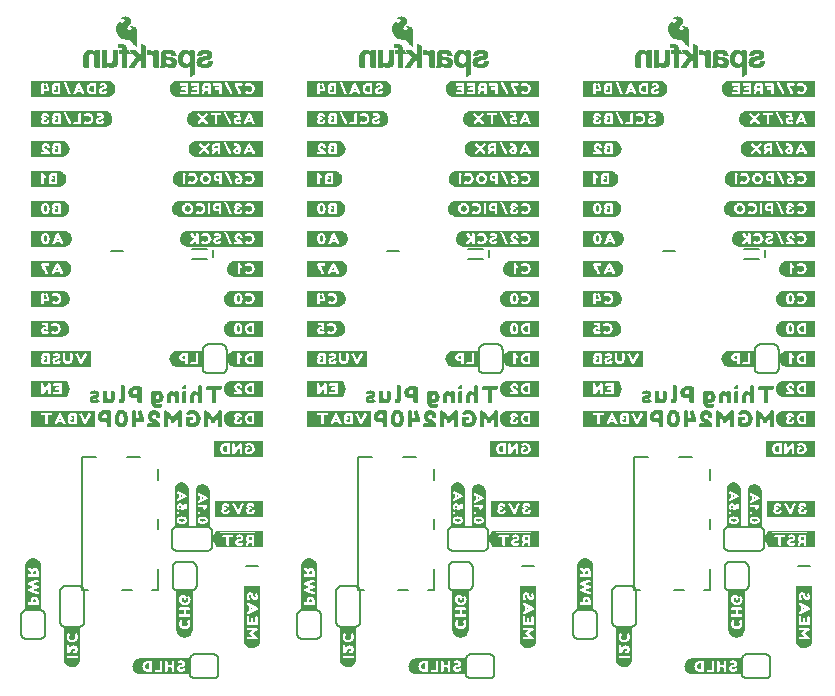
<source format=gbo>
G04 EAGLE Gerber RS-274X export*
G75*
%MOMM*%
%FSLAX34Y34*%
%LPD*%
%INSilkscreen Bottom*%
%IPPOS*%
%AMOC8*
5,1,8,0,0,1.08239X$1,22.5*%
G01*
%ADD10C,0.152400*%
%ADD11C,0.203200*%
%ADD12C,0.127000*%

G36*
X679807Y513887D02*
X679807Y513887D01*
X679805Y513890D01*
X679809Y513892D01*
X679909Y514492D01*
X679906Y514497D01*
X679909Y514500D01*
X679909Y527400D01*
X679873Y527447D01*
X679870Y527445D01*
X679868Y527449D01*
X679268Y527549D01*
X679263Y527546D01*
X679260Y527549D01*
X607460Y527549D01*
X607456Y527546D01*
X607453Y527549D01*
X606053Y527349D01*
X606050Y527345D01*
X606048Y527345D01*
X606047Y527345D01*
X606044Y527347D01*
X605445Y527147D01*
X604746Y526947D01*
X604742Y526942D01*
X604738Y526944D01*
X604138Y526644D01*
X604135Y526637D01*
X604129Y526638D01*
X603631Y526240D01*
X603033Y525841D01*
X603030Y525834D01*
X603025Y525835D01*
X602525Y525335D01*
X602525Y525331D01*
X602522Y525331D01*
X601722Y524331D01*
X601721Y524323D01*
X601716Y524322D01*
X601116Y523122D01*
X601117Y523115D01*
X601113Y523114D01*
X601101Y523074D01*
X601087Y523025D01*
X601045Y522877D01*
X601003Y522729D01*
X600989Y522680D01*
X600947Y522532D01*
X600913Y522414D01*
X600915Y522409D01*
X600911Y522407D01*
X600811Y521708D01*
X600711Y521108D01*
X600713Y521104D01*
X600714Y521102D01*
X600711Y521100D01*
X600711Y520400D01*
X600714Y520396D01*
X600711Y520393D01*
X600811Y519693D01*
X600812Y519692D01*
X600811Y519692D01*
X600911Y519092D01*
X600915Y519089D01*
X600913Y519086D01*
X601113Y518386D01*
X601118Y518382D01*
X601116Y518378D01*
X601716Y517178D01*
X601720Y517176D01*
X601719Y517173D01*
X602119Y516573D01*
X602122Y516572D01*
X602122Y516569D01*
X602522Y516069D01*
X602526Y516068D01*
X602525Y516065D01*
X603025Y515565D01*
X603029Y515565D01*
X603029Y515562D01*
X603529Y515162D01*
X603533Y515161D01*
X603533Y515159D01*
X604133Y514759D01*
X604137Y514759D01*
X604138Y514756D01*
X604738Y514456D01*
X604743Y514457D01*
X604744Y514453D01*
X605344Y514253D01*
X605346Y514254D01*
X605346Y514253D01*
X606046Y514053D01*
X606050Y514054D01*
X606052Y514051D01*
X606652Y513951D01*
X606653Y513952D01*
X606653Y513951D01*
X607353Y513851D01*
X607358Y513854D01*
X607360Y513851D01*
X679760Y513851D01*
X679807Y513887D01*
G37*
G36*
X446127Y513887D02*
X446127Y513887D01*
X446125Y513890D01*
X446129Y513892D01*
X446229Y514492D01*
X446226Y514497D01*
X446229Y514500D01*
X446229Y527400D01*
X446193Y527447D01*
X446190Y527445D01*
X446188Y527449D01*
X445588Y527549D01*
X445583Y527546D01*
X445580Y527549D01*
X373780Y527549D01*
X373776Y527546D01*
X373773Y527549D01*
X372373Y527349D01*
X372370Y527345D01*
X372368Y527345D01*
X372367Y527345D01*
X372364Y527347D01*
X371765Y527147D01*
X371066Y526947D01*
X371062Y526942D01*
X371058Y526944D01*
X370458Y526644D01*
X370455Y526637D01*
X370449Y526638D01*
X369951Y526240D01*
X369353Y525841D01*
X369350Y525834D01*
X369345Y525835D01*
X368845Y525335D01*
X368845Y525331D01*
X368842Y525331D01*
X368042Y524331D01*
X368041Y524323D01*
X368036Y524322D01*
X367436Y523122D01*
X367437Y523115D01*
X367433Y523114D01*
X367421Y523074D01*
X367407Y523025D01*
X367365Y522877D01*
X367323Y522729D01*
X367309Y522680D01*
X367267Y522532D01*
X367233Y522414D01*
X367235Y522409D01*
X367231Y522407D01*
X367131Y521708D01*
X367031Y521108D01*
X367033Y521104D01*
X367034Y521102D01*
X367031Y521100D01*
X367031Y520400D01*
X367034Y520396D01*
X367031Y520393D01*
X367131Y519693D01*
X367132Y519692D01*
X367131Y519692D01*
X367231Y519092D01*
X367235Y519089D01*
X367233Y519086D01*
X367433Y518386D01*
X367438Y518382D01*
X367436Y518378D01*
X368036Y517178D01*
X368040Y517176D01*
X368039Y517173D01*
X368439Y516573D01*
X368442Y516572D01*
X368442Y516569D01*
X368842Y516069D01*
X368846Y516068D01*
X368845Y516065D01*
X369345Y515565D01*
X369349Y515565D01*
X369349Y515562D01*
X369849Y515162D01*
X369853Y515161D01*
X369853Y515159D01*
X370453Y514759D01*
X370457Y514759D01*
X370458Y514756D01*
X371058Y514456D01*
X371063Y514457D01*
X371064Y514453D01*
X371664Y514253D01*
X371666Y514254D01*
X371666Y514253D01*
X372366Y514053D01*
X372370Y514054D01*
X372372Y514051D01*
X372972Y513951D01*
X372973Y513952D01*
X372973Y513951D01*
X373673Y513851D01*
X373678Y513854D01*
X373680Y513851D01*
X446080Y513851D01*
X446127Y513887D01*
G37*
G36*
X212447Y513887D02*
X212447Y513887D01*
X212445Y513890D01*
X212449Y513892D01*
X212549Y514492D01*
X212546Y514497D01*
X212549Y514500D01*
X212549Y527400D01*
X212513Y527447D01*
X212510Y527445D01*
X212508Y527449D01*
X211908Y527549D01*
X211903Y527546D01*
X211900Y527549D01*
X140100Y527549D01*
X140096Y527546D01*
X140093Y527549D01*
X138693Y527349D01*
X138690Y527345D01*
X138688Y527345D01*
X138687Y527345D01*
X138684Y527347D01*
X138085Y527147D01*
X137386Y526947D01*
X137382Y526942D01*
X137378Y526944D01*
X136778Y526644D01*
X136775Y526637D01*
X136769Y526638D01*
X136271Y526240D01*
X135673Y525841D01*
X135670Y525834D01*
X135665Y525835D01*
X135165Y525335D01*
X135165Y525331D01*
X135162Y525331D01*
X134362Y524331D01*
X134361Y524323D01*
X134356Y524322D01*
X133756Y523122D01*
X133757Y523115D01*
X133753Y523114D01*
X133741Y523074D01*
X133727Y523025D01*
X133685Y522877D01*
X133643Y522729D01*
X133629Y522680D01*
X133587Y522532D01*
X133553Y522414D01*
X133555Y522409D01*
X133551Y522407D01*
X133451Y521708D01*
X133351Y521108D01*
X133353Y521104D01*
X133354Y521102D01*
X133351Y521100D01*
X133351Y520400D01*
X133354Y520396D01*
X133351Y520393D01*
X133451Y519693D01*
X133452Y519692D01*
X133451Y519692D01*
X133551Y519092D01*
X133555Y519089D01*
X133553Y519086D01*
X133753Y518386D01*
X133758Y518382D01*
X133756Y518378D01*
X134356Y517178D01*
X134360Y517176D01*
X134359Y517173D01*
X134759Y516573D01*
X134762Y516572D01*
X134762Y516569D01*
X135162Y516069D01*
X135166Y516068D01*
X135165Y516065D01*
X135665Y515565D01*
X135669Y515565D01*
X135669Y515562D01*
X136169Y515162D01*
X136173Y515161D01*
X136173Y515159D01*
X136773Y514759D01*
X136777Y514759D01*
X136778Y514756D01*
X137378Y514456D01*
X137383Y514457D01*
X137384Y514453D01*
X137984Y514253D01*
X137986Y514254D01*
X137986Y514253D01*
X138686Y514053D01*
X138690Y514054D01*
X138692Y514051D01*
X139292Y513951D01*
X139293Y513952D01*
X139293Y513951D01*
X139993Y513851D01*
X139998Y513854D01*
X140000Y513851D01*
X212400Y513851D01*
X212447Y513887D01*
G37*
G36*
X445798Y412264D02*
X445798Y412264D01*
X445810Y412261D01*
X446210Y412561D01*
X446214Y412577D01*
X446221Y412582D01*
X446217Y412588D01*
X446219Y412592D01*
X446229Y412600D01*
X446229Y425500D01*
X446216Y425518D01*
X446219Y425530D01*
X445919Y425930D01*
X445888Y425939D01*
X445880Y425949D01*
X375780Y425949D01*
X375776Y425946D01*
X375773Y425949D01*
X374373Y425749D01*
X374370Y425745D01*
X374368Y425745D01*
X374367Y425745D01*
X374364Y425747D01*
X373764Y425547D01*
X373761Y425542D01*
X373758Y425544D01*
X372558Y424944D01*
X372556Y424940D01*
X372553Y424941D01*
X371953Y424541D01*
X371952Y424538D01*
X371949Y424538D01*
X371449Y424138D01*
X371448Y424134D01*
X371445Y424135D01*
X370945Y423635D01*
X370945Y423631D01*
X370942Y423631D01*
X370542Y423131D01*
X370541Y423127D01*
X370539Y423127D01*
X370139Y422527D01*
X370139Y422523D01*
X370136Y422522D01*
X369536Y421322D01*
X369537Y421315D01*
X369533Y421314D01*
X369494Y421178D01*
X369452Y421031D01*
X369438Y420981D01*
X369396Y420834D01*
X369353Y420686D01*
X369339Y420637D01*
X369333Y420614D01*
X369334Y420610D01*
X369331Y420608D01*
X369231Y420008D01*
X369234Y420003D01*
X369231Y420000D01*
X369231Y418600D01*
X369234Y418595D01*
X369231Y418592D01*
X369331Y417992D01*
X369431Y417293D01*
X369435Y417289D01*
X369433Y417286D01*
X369633Y416586D01*
X369638Y416582D01*
X369636Y416578D01*
X370236Y415378D01*
X370243Y415375D01*
X370242Y415369D01*
X370642Y414869D01*
X370646Y414868D01*
X370645Y414865D01*
X371645Y413865D01*
X371649Y413865D01*
X371649Y413862D01*
X372149Y413462D01*
X372157Y413461D01*
X372158Y413456D01*
X373958Y412556D01*
X373969Y412558D01*
X373973Y412551D01*
X374673Y412451D01*
X375372Y412351D01*
X375972Y412251D01*
X375977Y412254D01*
X375980Y412251D01*
X445780Y412251D01*
X445798Y412264D01*
G37*
G36*
X212118Y412264D02*
X212118Y412264D01*
X212130Y412261D01*
X212530Y412561D01*
X212534Y412577D01*
X212541Y412582D01*
X212537Y412588D01*
X212539Y412592D01*
X212549Y412600D01*
X212549Y425500D01*
X212536Y425518D01*
X212539Y425530D01*
X212239Y425930D01*
X212208Y425939D01*
X212200Y425949D01*
X142100Y425949D01*
X142096Y425946D01*
X142093Y425949D01*
X140693Y425749D01*
X140690Y425745D01*
X140688Y425745D01*
X140687Y425745D01*
X140684Y425747D01*
X140084Y425547D01*
X140081Y425542D01*
X140078Y425544D01*
X138878Y424944D01*
X138876Y424940D01*
X138873Y424941D01*
X138273Y424541D01*
X138272Y424538D01*
X138269Y424538D01*
X137769Y424138D01*
X137768Y424134D01*
X137765Y424135D01*
X137265Y423635D01*
X137265Y423631D01*
X137262Y423631D01*
X136862Y423131D01*
X136861Y423127D01*
X136859Y423127D01*
X136459Y422527D01*
X136459Y422523D01*
X136456Y422522D01*
X135856Y421322D01*
X135857Y421315D01*
X135853Y421314D01*
X135814Y421178D01*
X135772Y421031D01*
X135758Y420981D01*
X135716Y420834D01*
X135673Y420686D01*
X135659Y420637D01*
X135653Y420614D01*
X135654Y420610D01*
X135651Y420608D01*
X135551Y420008D01*
X135554Y420003D01*
X135551Y420000D01*
X135551Y418600D01*
X135554Y418595D01*
X135551Y418592D01*
X135651Y417992D01*
X135751Y417293D01*
X135755Y417289D01*
X135753Y417286D01*
X135953Y416586D01*
X135958Y416582D01*
X135956Y416578D01*
X136556Y415378D01*
X136563Y415375D01*
X136562Y415369D01*
X136962Y414869D01*
X136966Y414868D01*
X136965Y414865D01*
X137965Y413865D01*
X137969Y413865D01*
X137969Y413862D01*
X138469Y413462D01*
X138477Y413461D01*
X138478Y413456D01*
X140278Y412556D01*
X140289Y412558D01*
X140293Y412551D01*
X140993Y412451D01*
X141692Y412351D01*
X142292Y412251D01*
X142297Y412254D01*
X142300Y412251D01*
X212100Y412251D01*
X212118Y412264D01*
G37*
G36*
X679478Y412264D02*
X679478Y412264D01*
X679490Y412261D01*
X679890Y412561D01*
X679894Y412577D01*
X679901Y412582D01*
X679897Y412588D01*
X679899Y412592D01*
X679909Y412600D01*
X679909Y425500D01*
X679896Y425518D01*
X679899Y425530D01*
X679599Y425930D01*
X679568Y425939D01*
X679560Y425949D01*
X609460Y425949D01*
X609456Y425946D01*
X609453Y425949D01*
X608053Y425749D01*
X608050Y425745D01*
X608048Y425745D01*
X608047Y425745D01*
X608044Y425747D01*
X607444Y425547D01*
X607441Y425542D01*
X607438Y425544D01*
X606238Y424944D01*
X606236Y424940D01*
X606233Y424941D01*
X605633Y424541D01*
X605632Y424538D01*
X605629Y424538D01*
X605129Y424138D01*
X605128Y424134D01*
X605125Y424135D01*
X604625Y423635D01*
X604625Y423631D01*
X604622Y423631D01*
X604222Y423131D01*
X604221Y423127D01*
X604219Y423127D01*
X603819Y422527D01*
X603819Y422523D01*
X603816Y422522D01*
X603216Y421322D01*
X603217Y421315D01*
X603213Y421314D01*
X603174Y421178D01*
X603132Y421031D01*
X603118Y420981D01*
X603076Y420834D01*
X603033Y420686D01*
X603019Y420637D01*
X603013Y420614D01*
X603014Y420610D01*
X603011Y420608D01*
X602911Y420008D01*
X602914Y420003D01*
X602911Y420000D01*
X602911Y418600D01*
X602914Y418595D01*
X602911Y418592D01*
X603011Y417992D01*
X603111Y417293D01*
X603115Y417289D01*
X603113Y417286D01*
X603313Y416586D01*
X603318Y416582D01*
X603316Y416578D01*
X603916Y415378D01*
X603923Y415375D01*
X603922Y415369D01*
X604322Y414869D01*
X604326Y414868D01*
X604325Y414865D01*
X605325Y413865D01*
X605329Y413865D01*
X605329Y413862D01*
X605829Y413462D01*
X605837Y413461D01*
X605838Y413456D01*
X607638Y412556D01*
X607649Y412558D01*
X607653Y412551D01*
X608353Y412451D01*
X609052Y412351D01*
X609652Y412251D01*
X609657Y412254D01*
X609660Y412251D01*
X679460Y412251D01*
X679478Y412264D01*
G37*
G36*
X679371Y437659D02*
X679371Y437659D01*
X679378Y437654D01*
X679878Y437854D01*
X679893Y437878D01*
X679900Y437884D01*
X679898Y437887D01*
X679903Y437895D01*
X679909Y437900D01*
X679909Y450800D01*
X679901Y450811D01*
X679906Y450818D01*
X679706Y451318D01*
X679665Y451343D01*
X679660Y451349D01*
X610060Y451349D01*
X610056Y451346D01*
X610053Y451349D01*
X609353Y451249D01*
X609352Y451248D01*
X609352Y451249D01*
X608752Y451149D01*
X608749Y451145D01*
X608746Y451147D01*
X608046Y450947D01*
X608042Y450942D01*
X608038Y450944D01*
X606838Y450344D01*
X606836Y450340D01*
X606833Y450341D01*
X606233Y449941D01*
X606232Y449938D01*
X606229Y449938D01*
X605729Y449538D01*
X605728Y449534D01*
X605725Y449535D01*
X605225Y449035D01*
X605225Y449031D01*
X605222Y449031D01*
X604422Y448031D01*
X604421Y448023D01*
X604416Y448022D01*
X604116Y447422D01*
X604117Y447418D01*
X604114Y447416D01*
X604115Y447414D01*
X604113Y447414D01*
X604071Y447268D01*
X604029Y447120D01*
X604015Y447071D01*
X603973Y446923D01*
X603930Y446775D01*
X603916Y446726D01*
X603913Y446715D01*
X603713Y446116D01*
X603714Y446114D01*
X603713Y446114D01*
X603705Y446086D01*
X603663Y445938D01*
X603620Y445790D01*
X603606Y445741D01*
X603564Y445593D01*
X603522Y445446D01*
X603513Y445414D01*
X603516Y445404D01*
X603511Y445400D01*
X603511Y444100D01*
X603514Y444096D01*
X603511Y444093D01*
X603711Y442693D01*
X603716Y442688D01*
X603713Y442684D01*
X603913Y442084D01*
X603918Y442081D01*
X603916Y442078D01*
X604516Y440878D01*
X604520Y440876D01*
X604519Y440873D01*
X604919Y440273D01*
X604926Y440270D01*
X604925Y440265D01*
X605925Y439265D01*
X605929Y439265D01*
X605929Y439262D01*
X606429Y438862D01*
X606437Y438861D01*
X606438Y438856D01*
X608238Y437956D01*
X608249Y437958D01*
X608253Y437951D01*
X608952Y437851D01*
X609552Y437751D01*
X609553Y437752D01*
X609553Y437751D01*
X610253Y437651D01*
X610258Y437654D01*
X610260Y437651D01*
X679360Y437651D01*
X679371Y437659D01*
G37*
G36*
X212011Y437659D02*
X212011Y437659D01*
X212018Y437654D01*
X212518Y437854D01*
X212533Y437878D01*
X212540Y437884D01*
X212538Y437887D01*
X212543Y437895D01*
X212549Y437900D01*
X212549Y450800D01*
X212541Y450811D01*
X212546Y450818D01*
X212346Y451318D01*
X212305Y451343D01*
X212300Y451349D01*
X142700Y451349D01*
X142696Y451346D01*
X142693Y451349D01*
X141993Y451249D01*
X141992Y451248D01*
X141992Y451249D01*
X141392Y451149D01*
X141389Y451145D01*
X141386Y451147D01*
X140686Y450947D01*
X140682Y450942D01*
X140678Y450944D01*
X139478Y450344D01*
X139476Y450340D01*
X139473Y450341D01*
X138873Y449941D01*
X138872Y449938D01*
X138869Y449938D01*
X138369Y449538D01*
X138368Y449534D01*
X138365Y449535D01*
X137865Y449035D01*
X137865Y449031D01*
X137862Y449031D01*
X137062Y448031D01*
X137061Y448023D01*
X137056Y448022D01*
X136756Y447422D01*
X136757Y447418D01*
X136754Y447416D01*
X136755Y447414D01*
X136753Y447414D01*
X136711Y447268D01*
X136669Y447120D01*
X136655Y447071D01*
X136613Y446923D01*
X136570Y446775D01*
X136556Y446726D01*
X136553Y446715D01*
X136353Y446116D01*
X136354Y446114D01*
X136353Y446114D01*
X136345Y446086D01*
X136303Y445938D01*
X136260Y445790D01*
X136246Y445741D01*
X136204Y445593D01*
X136162Y445446D01*
X136153Y445414D01*
X136156Y445404D01*
X136151Y445400D01*
X136151Y444100D01*
X136154Y444096D01*
X136151Y444093D01*
X136351Y442693D01*
X136356Y442688D01*
X136353Y442684D01*
X136553Y442084D01*
X136558Y442081D01*
X136556Y442078D01*
X137156Y440878D01*
X137160Y440876D01*
X137159Y440873D01*
X137559Y440273D01*
X137566Y440270D01*
X137565Y440265D01*
X138565Y439265D01*
X138569Y439265D01*
X138569Y439262D01*
X139069Y438862D01*
X139077Y438861D01*
X139078Y438856D01*
X140878Y437956D01*
X140889Y437958D01*
X140893Y437951D01*
X141592Y437851D01*
X142192Y437751D01*
X142193Y437752D01*
X142193Y437751D01*
X142893Y437651D01*
X142898Y437654D01*
X142900Y437651D01*
X212000Y437651D01*
X212011Y437659D01*
G37*
G36*
X445691Y437659D02*
X445691Y437659D01*
X445698Y437654D01*
X446198Y437854D01*
X446213Y437878D01*
X446220Y437884D01*
X446218Y437887D01*
X446223Y437895D01*
X446229Y437900D01*
X446229Y450800D01*
X446221Y450811D01*
X446226Y450818D01*
X446026Y451318D01*
X445985Y451343D01*
X445980Y451349D01*
X376380Y451349D01*
X376376Y451346D01*
X376373Y451349D01*
X375673Y451249D01*
X375672Y451248D01*
X375672Y451249D01*
X375072Y451149D01*
X375069Y451145D01*
X375066Y451147D01*
X374366Y450947D01*
X374362Y450942D01*
X374358Y450944D01*
X373158Y450344D01*
X373156Y450340D01*
X373153Y450341D01*
X372553Y449941D01*
X372552Y449938D01*
X372549Y449938D01*
X372049Y449538D01*
X372048Y449534D01*
X372045Y449535D01*
X371545Y449035D01*
X371545Y449031D01*
X371542Y449031D01*
X370742Y448031D01*
X370741Y448023D01*
X370736Y448022D01*
X370436Y447422D01*
X370437Y447418D01*
X370434Y447416D01*
X370435Y447414D01*
X370433Y447414D01*
X370391Y447268D01*
X370349Y447120D01*
X370335Y447071D01*
X370293Y446923D01*
X370250Y446775D01*
X370236Y446726D01*
X370233Y446715D01*
X370033Y446116D01*
X370034Y446114D01*
X370033Y446114D01*
X370025Y446086D01*
X369983Y445938D01*
X369940Y445790D01*
X369926Y445741D01*
X369884Y445593D01*
X369842Y445446D01*
X369833Y445414D01*
X369836Y445404D01*
X369831Y445400D01*
X369831Y444100D01*
X369834Y444096D01*
X369831Y444093D01*
X370031Y442693D01*
X370036Y442688D01*
X370033Y442684D01*
X370233Y442084D01*
X370238Y442081D01*
X370236Y442078D01*
X370836Y440878D01*
X370840Y440876D01*
X370839Y440873D01*
X371239Y440273D01*
X371246Y440270D01*
X371245Y440265D01*
X372245Y439265D01*
X372249Y439265D01*
X372249Y439262D01*
X372749Y438862D01*
X372757Y438861D01*
X372758Y438856D01*
X374558Y437956D01*
X374569Y437958D01*
X374573Y437951D01*
X375272Y437851D01*
X375872Y437751D01*
X375873Y437752D01*
X375873Y437751D01*
X376573Y437651D01*
X376578Y437654D01*
X376580Y437651D01*
X445680Y437651D01*
X445691Y437659D01*
G37*
G36*
X548064Y513854D02*
X548064Y513854D01*
X548067Y513851D01*
X549467Y514051D01*
X549468Y514052D01*
X549468Y514051D01*
X550068Y514151D01*
X550074Y514158D01*
X550079Y514155D01*
X550779Y514455D01*
X550781Y514457D01*
X550782Y514456D01*
X551382Y514756D01*
X551383Y514759D01*
X551385Y514758D01*
X551885Y515058D01*
X551886Y515059D01*
X551887Y515059D01*
X552487Y515459D01*
X552490Y515466D01*
X552495Y515465D01*
X552995Y515965D01*
X552995Y515969D01*
X552998Y515969D01*
X553398Y516469D01*
X553399Y516473D01*
X553401Y516473D01*
X553801Y517073D01*
X553801Y517075D01*
X553802Y517075D01*
X554102Y517575D01*
X554102Y517579D01*
X554103Y517580D01*
X554105Y517581D01*
X554405Y518281D01*
X554405Y518284D01*
X554407Y518284D01*
X554607Y518884D01*
X554606Y518886D01*
X554607Y518886D01*
X554628Y518959D01*
X554642Y519009D01*
X554684Y519156D01*
X554685Y519156D01*
X554684Y519156D01*
X554727Y519304D01*
X554741Y519353D01*
X554783Y519501D01*
X554807Y519586D01*
X554806Y519590D01*
X554809Y519592D01*
X554909Y520192D01*
X554906Y520197D01*
X554909Y520200D01*
X554909Y520900D01*
X554906Y520904D01*
X554909Y520907D01*
X554809Y521607D01*
X554808Y521608D01*
X554809Y521608D01*
X554709Y522208D01*
X554705Y522211D01*
X554707Y522214D01*
X554507Y522914D01*
X554506Y522915D01*
X554507Y522916D01*
X554307Y523516D01*
X554299Y523521D01*
X554301Y523527D01*
X553903Y524125D01*
X553604Y524722D01*
X553597Y524725D01*
X553598Y524731D01*
X553198Y525231D01*
X553194Y525232D01*
X553195Y525235D01*
X552695Y525735D01*
X552691Y525735D01*
X552691Y525738D01*
X552191Y526138D01*
X552187Y526139D01*
X552187Y526141D01*
X551587Y526541D01*
X551583Y526541D01*
X551582Y526544D01*
X550382Y527144D01*
X550375Y527143D01*
X550374Y527147D01*
X549674Y527347D01*
X549670Y527346D01*
X549668Y527349D01*
X549068Y527449D01*
X549067Y527448D01*
X549067Y527449D01*
X548367Y527549D01*
X548362Y527546D01*
X548360Y527549D01*
X483760Y527549D01*
X483734Y527530D01*
X483721Y527530D01*
X483421Y527130D01*
X483421Y527118D01*
X483413Y527112D01*
X483418Y527105D01*
X483411Y527100D01*
X483411Y514300D01*
X483424Y514282D01*
X483421Y514270D01*
X483721Y513870D01*
X483752Y513862D01*
X483760Y513851D01*
X548060Y513851D01*
X548064Y513854D01*
G37*
G36*
X314384Y513854D02*
X314384Y513854D01*
X314387Y513851D01*
X315787Y514051D01*
X315788Y514052D01*
X315788Y514051D01*
X316388Y514151D01*
X316394Y514158D01*
X316399Y514155D01*
X317099Y514455D01*
X317101Y514457D01*
X317102Y514456D01*
X317702Y514756D01*
X317703Y514759D01*
X317705Y514758D01*
X318205Y515058D01*
X318206Y515059D01*
X318207Y515059D01*
X318807Y515459D01*
X318810Y515466D01*
X318815Y515465D01*
X319315Y515965D01*
X319315Y515969D01*
X319318Y515969D01*
X319718Y516469D01*
X319719Y516473D01*
X319721Y516473D01*
X320121Y517073D01*
X320121Y517075D01*
X320122Y517075D01*
X320422Y517575D01*
X320422Y517579D01*
X320423Y517580D01*
X320425Y517581D01*
X320725Y518281D01*
X320725Y518284D01*
X320727Y518284D01*
X320927Y518884D01*
X320926Y518886D01*
X320927Y518886D01*
X320948Y518959D01*
X320962Y519009D01*
X321004Y519156D01*
X321005Y519156D01*
X321004Y519156D01*
X321047Y519304D01*
X321061Y519353D01*
X321103Y519501D01*
X321127Y519586D01*
X321126Y519590D01*
X321129Y519592D01*
X321229Y520192D01*
X321226Y520197D01*
X321229Y520200D01*
X321229Y520900D01*
X321226Y520904D01*
X321229Y520907D01*
X321129Y521607D01*
X321128Y521608D01*
X321129Y521608D01*
X321029Y522208D01*
X321025Y522211D01*
X321027Y522214D01*
X320827Y522914D01*
X320826Y522915D01*
X320827Y522916D01*
X320627Y523516D01*
X320619Y523521D01*
X320621Y523527D01*
X320223Y524125D01*
X319924Y524722D01*
X319917Y524725D01*
X319918Y524731D01*
X319518Y525231D01*
X319514Y525232D01*
X319515Y525235D01*
X319015Y525735D01*
X319011Y525735D01*
X319011Y525738D01*
X318511Y526138D01*
X318507Y526139D01*
X318507Y526141D01*
X317907Y526541D01*
X317903Y526541D01*
X317902Y526544D01*
X316702Y527144D01*
X316695Y527143D01*
X316694Y527147D01*
X315994Y527347D01*
X315990Y527346D01*
X315988Y527349D01*
X315388Y527449D01*
X315387Y527448D01*
X315387Y527449D01*
X314687Y527549D01*
X314682Y527546D01*
X314680Y527549D01*
X250080Y527549D01*
X250054Y527530D01*
X250041Y527530D01*
X249741Y527130D01*
X249741Y527118D01*
X249733Y527112D01*
X249738Y527105D01*
X249731Y527100D01*
X249731Y514300D01*
X249744Y514282D01*
X249741Y514270D01*
X250041Y513870D01*
X250072Y513862D01*
X250080Y513851D01*
X314380Y513851D01*
X314384Y513854D01*
G37*
G36*
X80704Y513854D02*
X80704Y513854D01*
X80707Y513851D01*
X82107Y514051D01*
X82108Y514052D01*
X82108Y514051D01*
X82708Y514151D01*
X82714Y514158D01*
X82719Y514155D01*
X83419Y514455D01*
X83421Y514457D01*
X83422Y514456D01*
X84022Y514756D01*
X84023Y514759D01*
X84025Y514758D01*
X84525Y515058D01*
X84526Y515059D01*
X84527Y515059D01*
X85127Y515459D01*
X85130Y515466D01*
X85135Y515465D01*
X85635Y515965D01*
X85635Y515969D01*
X85638Y515969D01*
X86038Y516469D01*
X86039Y516473D01*
X86041Y516473D01*
X86441Y517073D01*
X86441Y517075D01*
X86442Y517075D01*
X86742Y517575D01*
X86742Y517579D01*
X86743Y517580D01*
X86745Y517581D01*
X87045Y518281D01*
X87045Y518284D01*
X87047Y518284D01*
X87247Y518884D01*
X87246Y518886D01*
X87247Y518886D01*
X87268Y518959D01*
X87282Y519009D01*
X87324Y519156D01*
X87325Y519156D01*
X87324Y519156D01*
X87367Y519304D01*
X87381Y519353D01*
X87423Y519501D01*
X87447Y519586D01*
X87446Y519590D01*
X87449Y519592D01*
X87549Y520192D01*
X87546Y520197D01*
X87549Y520200D01*
X87549Y520900D01*
X87546Y520904D01*
X87549Y520907D01*
X87449Y521607D01*
X87448Y521608D01*
X87449Y521608D01*
X87349Y522208D01*
X87345Y522211D01*
X87347Y522214D01*
X87147Y522914D01*
X87146Y522915D01*
X87147Y522916D01*
X86947Y523516D01*
X86939Y523521D01*
X86941Y523527D01*
X86543Y524125D01*
X86244Y524722D01*
X86237Y524725D01*
X86238Y524731D01*
X85838Y525231D01*
X85834Y525232D01*
X85835Y525235D01*
X85335Y525735D01*
X85331Y525735D01*
X85331Y525738D01*
X84831Y526138D01*
X84827Y526139D01*
X84827Y526141D01*
X84227Y526541D01*
X84223Y526541D01*
X84222Y526544D01*
X83022Y527144D01*
X83015Y527143D01*
X83014Y527147D01*
X82314Y527347D01*
X82310Y527346D01*
X82308Y527349D01*
X81708Y527449D01*
X81707Y527448D01*
X81707Y527449D01*
X81007Y527549D01*
X81002Y527546D01*
X81000Y527549D01*
X16400Y527549D01*
X16374Y527530D01*
X16361Y527530D01*
X16061Y527130D01*
X16061Y527118D01*
X16053Y527112D01*
X16058Y527105D01*
X16051Y527100D01*
X16051Y514300D01*
X16064Y514282D01*
X16061Y514270D01*
X16361Y513870D01*
X16392Y513862D01*
X16400Y513851D01*
X80700Y513851D01*
X80704Y513854D01*
G37*
G36*
X212011Y386859D02*
X212011Y386859D01*
X212018Y386854D01*
X212518Y387054D01*
X212533Y387078D01*
X212540Y387084D01*
X212538Y387087D01*
X212543Y387095D01*
X212549Y387100D01*
X212549Y400000D01*
X212541Y400011D01*
X212546Y400018D01*
X212346Y400518D01*
X212305Y400543D01*
X212300Y400549D01*
X148900Y400549D01*
X148896Y400546D01*
X148893Y400549D01*
X147493Y400349D01*
X147490Y400345D01*
X147488Y400345D01*
X147487Y400345D01*
X147484Y400347D01*
X146884Y400147D01*
X146881Y400142D01*
X146878Y400144D01*
X145678Y399544D01*
X145676Y399540D01*
X145673Y399541D01*
X145073Y399141D01*
X145072Y399138D01*
X145069Y399138D01*
X144569Y398738D01*
X144568Y398734D01*
X144565Y398735D01*
X144065Y398235D01*
X144065Y398231D01*
X144062Y398231D01*
X143262Y397231D01*
X143261Y397223D01*
X143256Y397222D01*
X142956Y396622D01*
X142956Y396620D01*
X142955Y396619D01*
X142655Y395919D01*
X142656Y395916D01*
X142653Y395916D01*
X142453Y395316D01*
X142455Y395309D01*
X142451Y395307D01*
X142251Y393907D01*
X142257Y393897D01*
X142251Y393892D01*
X142351Y393296D01*
X142351Y392600D01*
X142357Y392592D01*
X142353Y392586D01*
X142553Y391886D01*
X142554Y391885D01*
X142553Y391884D01*
X142753Y391284D01*
X142758Y391281D01*
X142756Y391278D01*
X143356Y390078D01*
X143360Y390076D01*
X143359Y390073D01*
X143759Y389473D01*
X143762Y389472D01*
X143762Y389469D01*
X144162Y388969D01*
X144166Y388968D01*
X144165Y388965D01*
X144665Y388465D01*
X144672Y388464D01*
X144673Y388459D01*
X145273Y388059D01*
X145275Y388059D01*
X145275Y388058D01*
X145775Y387758D01*
X145778Y387758D01*
X145778Y387756D01*
X146378Y387456D01*
X146380Y387456D01*
X146381Y387455D01*
X147081Y387155D01*
X147089Y387157D01*
X147092Y387151D01*
X147692Y387051D01*
X147693Y387052D01*
X147693Y387051D01*
X149093Y386851D01*
X149098Y386854D01*
X149100Y386851D01*
X212000Y386851D01*
X212011Y386859D01*
G37*
G36*
X445691Y386859D02*
X445691Y386859D01*
X445698Y386854D01*
X446198Y387054D01*
X446213Y387078D01*
X446220Y387084D01*
X446218Y387087D01*
X446223Y387095D01*
X446229Y387100D01*
X446229Y400000D01*
X446221Y400011D01*
X446226Y400018D01*
X446026Y400518D01*
X445985Y400543D01*
X445980Y400549D01*
X382580Y400549D01*
X382576Y400546D01*
X382573Y400549D01*
X381173Y400349D01*
X381170Y400345D01*
X381168Y400345D01*
X381167Y400345D01*
X381164Y400347D01*
X380564Y400147D01*
X380561Y400142D01*
X380558Y400144D01*
X379358Y399544D01*
X379356Y399540D01*
X379353Y399541D01*
X378753Y399141D01*
X378752Y399138D01*
X378749Y399138D01*
X378249Y398738D01*
X378248Y398734D01*
X378245Y398735D01*
X377745Y398235D01*
X377745Y398231D01*
X377742Y398231D01*
X376942Y397231D01*
X376941Y397223D01*
X376936Y397222D01*
X376636Y396622D01*
X376636Y396620D01*
X376635Y396619D01*
X376335Y395919D01*
X376336Y395916D01*
X376333Y395916D01*
X376133Y395316D01*
X376135Y395309D01*
X376131Y395307D01*
X375931Y393907D01*
X375937Y393897D01*
X375931Y393892D01*
X376031Y393296D01*
X376031Y392600D01*
X376037Y392592D01*
X376033Y392586D01*
X376233Y391886D01*
X376234Y391885D01*
X376233Y391884D01*
X376433Y391284D01*
X376438Y391281D01*
X376436Y391278D01*
X377036Y390078D01*
X377040Y390076D01*
X377039Y390073D01*
X377439Y389473D01*
X377442Y389472D01*
X377442Y389469D01*
X377842Y388969D01*
X377846Y388968D01*
X377845Y388965D01*
X378345Y388465D01*
X378352Y388464D01*
X378353Y388459D01*
X378953Y388059D01*
X378955Y388059D01*
X378955Y388058D01*
X379455Y387758D01*
X379458Y387758D01*
X379458Y387756D01*
X380058Y387456D01*
X380060Y387456D01*
X380061Y387455D01*
X380761Y387155D01*
X380769Y387157D01*
X380772Y387151D01*
X381372Y387051D01*
X381373Y387052D01*
X381373Y387051D01*
X382773Y386851D01*
X382778Y386854D01*
X382780Y386851D01*
X445680Y386851D01*
X445691Y386859D01*
G37*
G36*
X679371Y386859D02*
X679371Y386859D01*
X679378Y386854D01*
X679878Y387054D01*
X679893Y387078D01*
X679900Y387084D01*
X679898Y387087D01*
X679903Y387095D01*
X679909Y387100D01*
X679909Y400000D01*
X679901Y400011D01*
X679906Y400018D01*
X679706Y400518D01*
X679665Y400543D01*
X679660Y400549D01*
X616260Y400549D01*
X616256Y400546D01*
X616253Y400549D01*
X614853Y400349D01*
X614850Y400345D01*
X614848Y400345D01*
X614847Y400345D01*
X614844Y400347D01*
X614244Y400147D01*
X614241Y400142D01*
X614238Y400144D01*
X613038Y399544D01*
X613036Y399540D01*
X613033Y399541D01*
X612433Y399141D01*
X612432Y399138D01*
X612429Y399138D01*
X611929Y398738D01*
X611928Y398734D01*
X611925Y398735D01*
X611425Y398235D01*
X611425Y398231D01*
X611422Y398231D01*
X610622Y397231D01*
X610621Y397223D01*
X610616Y397222D01*
X610316Y396622D01*
X610316Y396620D01*
X610315Y396619D01*
X610015Y395919D01*
X610016Y395916D01*
X610013Y395916D01*
X609813Y395316D01*
X609815Y395309D01*
X609811Y395307D01*
X609611Y393907D01*
X609617Y393897D01*
X609611Y393892D01*
X609711Y393296D01*
X609711Y392600D01*
X609717Y392592D01*
X609713Y392586D01*
X609913Y391886D01*
X609914Y391885D01*
X609913Y391884D01*
X610113Y391284D01*
X610118Y391281D01*
X610116Y391278D01*
X610716Y390078D01*
X610720Y390076D01*
X610719Y390073D01*
X611119Y389473D01*
X611122Y389472D01*
X611122Y389469D01*
X611522Y388969D01*
X611526Y388968D01*
X611525Y388965D01*
X612025Y388465D01*
X612032Y388464D01*
X612033Y388459D01*
X612633Y388059D01*
X612635Y388059D01*
X612635Y388058D01*
X613135Y387758D01*
X613138Y387758D01*
X613138Y387756D01*
X613738Y387456D01*
X613740Y387456D01*
X613741Y387455D01*
X614441Y387155D01*
X614449Y387157D01*
X614452Y387151D01*
X615052Y387051D01*
X615053Y387052D01*
X615053Y387051D01*
X616453Y386851D01*
X616458Y386854D01*
X616460Y386851D01*
X679360Y386851D01*
X679371Y386859D01*
G37*
G36*
X78604Y488454D02*
X78604Y488454D01*
X78607Y488451D01*
X79307Y488551D01*
X79311Y488555D01*
X79314Y488553D01*
X80014Y488753D01*
X80015Y488754D01*
X80016Y488753D01*
X80616Y488953D01*
X80619Y488958D01*
X80622Y488956D01*
X81822Y489556D01*
X81825Y489563D01*
X81831Y489562D01*
X82329Y489960D01*
X82927Y490359D01*
X82931Y490369D01*
X82938Y490369D01*
X83338Y490869D01*
X83339Y490873D01*
X83341Y490873D01*
X84141Y492073D01*
X84141Y492077D01*
X84144Y492078D01*
X84444Y492678D01*
X84443Y492683D01*
X84447Y492684D01*
X84647Y493284D01*
X84646Y493286D01*
X84647Y493286D01*
X84669Y493362D01*
X84711Y493510D01*
X84725Y493559D01*
X84768Y493707D01*
X84810Y493855D01*
X84824Y493904D01*
X84847Y493986D01*
X84846Y493990D01*
X84849Y493992D01*
X84949Y494592D01*
X84946Y494597D01*
X84949Y494600D01*
X84949Y496000D01*
X84946Y496005D01*
X84949Y496008D01*
X84849Y496608D01*
X84845Y496611D01*
X84847Y496614D01*
X84647Y497314D01*
X84646Y497315D01*
X84647Y497316D01*
X84447Y497916D01*
X84444Y497917D01*
X84445Y497919D01*
X84145Y498619D01*
X84137Y498624D01*
X84138Y498631D01*
X83740Y499129D01*
X83341Y499727D01*
X83334Y499730D01*
X83335Y499735D01*
X82835Y500235D01*
X82831Y500235D01*
X82831Y500238D01*
X81831Y501038D01*
X81823Y501039D01*
X81822Y501044D01*
X80622Y501644D01*
X80615Y501643D01*
X80614Y501647D01*
X79915Y501847D01*
X79316Y502047D01*
X79309Y502045D01*
X79307Y502049D01*
X78607Y502149D01*
X78602Y502146D01*
X78600Y502149D01*
X16500Y502149D01*
X16491Y502142D01*
X16482Y502136D01*
X16470Y502139D01*
X16070Y501839D01*
X16065Y501820D01*
X16053Y501811D01*
X16057Y501805D01*
X16051Y501800D01*
X16051Y489000D01*
X16059Y488989D01*
X16054Y488982D01*
X16254Y488482D01*
X16295Y488457D01*
X16300Y488451D01*
X78600Y488451D01*
X78604Y488454D01*
G37*
G36*
X545964Y488454D02*
X545964Y488454D01*
X545967Y488451D01*
X546667Y488551D01*
X546671Y488555D01*
X546674Y488553D01*
X547374Y488753D01*
X547375Y488754D01*
X547376Y488753D01*
X547976Y488953D01*
X547979Y488958D01*
X547982Y488956D01*
X549182Y489556D01*
X549185Y489563D01*
X549191Y489562D01*
X549689Y489960D01*
X550287Y490359D01*
X550291Y490369D01*
X550298Y490369D01*
X550698Y490869D01*
X550699Y490873D01*
X550701Y490873D01*
X551501Y492073D01*
X551501Y492077D01*
X551504Y492078D01*
X551804Y492678D01*
X551803Y492683D01*
X551807Y492684D01*
X552007Y493284D01*
X552006Y493286D01*
X552007Y493286D01*
X552029Y493362D01*
X552071Y493510D01*
X552085Y493559D01*
X552128Y493707D01*
X552170Y493855D01*
X552184Y493904D01*
X552207Y493986D01*
X552206Y493990D01*
X552209Y493992D01*
X552309Y494592D01*
X552306Y494597D01*
X552309Y494600D01*
X552309Y496000D01*
X552306Y496005D01*
X552309Y496008D01*
X552209Y496608D01*
X552205Y496611D01*
X552207Y496614D01*
X552007Y497314D01*
X552006Y497315D01*
X552007Y497316D01*
X551807Y497916D01*
X551804Y497917D01*
X551805Y497919D01*
X551505Y498619D01*
X551497Y498624D01*
X551498Y498631D01*
X551100Y499129D01*
X550701Y499727D01*
X550694Y499730D01*
X550695Y499735D01*
X550195Y500235D01*
X550191Y500235D01*
X550191Y500238D01*
X549191Y501038D01*
X549183Y501039D01*
X549182Y501044D01*
X547982Y501644D01*
X547975Y501643D01*
X547974Y501647D01*
X547275Y501847D01*
X546676Y502047D01*
X546669Y502045D01*
X546667Y502049D01*
X545967Y502149D01*
X545962Y502146D01*
X545960Y502149D01*
X483860Y502149D01*
X483851Y502142D01*
X483842Y502136D01*
X483830Y502139D01*
X483430Y501839D01*
X483425Y501820D01*
X483413Y501811D01*
X483417Y501805D01*
X483411Y501800D01*
X483411Y489000D01*
X483419Y488989D01*
X483414Y488982D01*
X483614Y488482D01*
X483655Y488457D01*
X483660Y488451D01*
X545960Y488451D01*
X545964Y488454D01*
G37*
G36*
X312284Y488454D02*
X312284Y488454D01*
X312287Y488451D01*
X312987Y488551D01*
X312991Y488555D01*
X312994Y488553D01*
X313694Y488753D01*
X313695Y488754D01*
X313696Y488753D01*
X314296Y488953D01*
X314299Y488958D01*
X314302Y488956D01*
X315502Y489556D01*
X315505Y489563D01*
X315511Y489562D01*
X316009Y489960D01*
X316607Y490359D01*
X316611Y490369D01*
X316618Y490369D01*
X317018Y490869D01*
X317019Y490873D01*
X317021Y490873D01*
X317821Y492073D01*
X317821Y492077D01*
X317824Y492078D01*
X318124Y492678D01*
X318123Y492683D01*
X318127Y492684D01*
X318327Y493284D01*
X318326Y493286D01*
X318327Y493286D01*
X318349Y493362D01*
X318391Y493510D01*
X318405Y493559D01*
X318448Y493707D01*
X318490Y493855D01*
X318504Y493904D01*
X318527Y493986D01*
X318526Y493990D01*
X318529Y493992D01*
X318629Y494592D01*
X318626Y494597D01*
X318629Y494600D01*
X318629Y496000D01*
X318626Y496005D01*
X318629Y496008D01*
X318529Y496608D01*
X318525Y496611D01*
X318527Y496614D01*
X318327Y497314D01*
X318326Y497315D01*
X318327Y497316D01*
X318127Y497916D01*
X318124Y497917D01*
X318125Y497919D01*
X317825Y498619D01*
X317817Y498624D01*
X317818Y498631D01*
X317420Y499129D01*
X317021Y499727D01*
X317014Y499730D01*
X317015Y499735D01*
X316515Y500235D01*
X316511Y500235D01*
X316511Y500238D01*
X315511Y501038D01*
X315503Y501039D01*
X315502Y501044D01*
X314302Y501644D01*
X314295Y501643D01*
X314294Y501647D01*
X313595Y501847D01*
X312996Y502047D01*
X312989Y502045D01*
X312987Y502049D01*
X312287Y502149D01*
X312282Y502146D01*
X312280Y502149D01*
X250180Y502149D01*
X250171Y502142D01*
X250162Y502136D01*
X250150Y502139D01*
X249750Y501839D01*
X249745Y501820D01*
X249733Y501811D01*
X249737Y501805D01*
X249731Y501800D01*
X249731Y489000D01*
X249739Y488989D01*
X249734Y488982D01*
X249934Y488482D01*
X249975Y488457D01*
X249980Y488451D01*
X312280Y488451D01*
X312284Y488454D01*
G37*
G36*
X212317Y488464D02*
X212317Y488464D01*
X212338Y488469D01*
X212336Y488478D01*
X212338Y488480D01*
X212346Y488482D01*
X212546Y488982D01*
X212542Y488995D01*
X212549Y489000D01*
X212549Y501900D01*
X212520Y501938D01*
X212518Y501946D01*
X212018Y502146D01*
X212006Y502142D01*
X212005Y502142D01*
X212000Y502149D01*
X154900Y502149D01*
X154896Y502146D01*
X154893Y502149D01*
X154193Y502049D01*
X154192Y502048D01*
X154192Y502049D01*
X153592Y501949D01*
X152893Y501849D01*
X152885Y501841D01*
X152878Y501844D01*
X151078Y500944D01*
X151076Y500940D01*
X151073Y500941D01*
X150473Y500541D01*
X150469Y500531D01*
X150462Y500531D01*
X150063Y500033D01*
X149565Y499535D01*
X149564Y499528D01*
X149559Y499527D01*
X149159Y498927D01*
X149159Y498923D01*
X149156Y498922D01*
X148556Y497722D01*
X148557Y497717D01*
X148553Y497716D01*
X148353Y497116D01*
X148355Y497109D01*
X148351Y497107D01*
X148151Y495707D01*
X148153Y495704D01*
X148154Y495702D01*
X148151Y495700D01*
X148151Y494400D01*
X148157Y494392D01*
X148153Y494386D01*
X148352Y493689D01*
X148451Y493092D01*
X148458Y493086D01*
X148455Y493081D01*
X148755Y492381D01*
X148757Y492379D01*
X148756Y492378D01*
X149056Y491778D01*
X149063Y491775D01*
X149062Y491769D01*
X149862Y490769D01*
X149866Y490768D01*
X149865Y490765D01*
X150865Y489765D01*
X150877Y489764D01*
X150878Y489756D01*
X152678Y488856D01*
X152685Y488857D01*
X152686Y488853D01*
X153386Y488653D01*
X153390Y488654D01*
X153392Y488651D01*
X153992Y488551D01*
X153993Y488552D01*
X153993Y488551D01*
X154693Y488451D01*
X154698Y488454D01*
X154700Y488451D01*
X212300Y488451D01*
X212317Y488464D01*
G37*
G36*
X679677Y488464D02*
X679677Y488464D01*
X679698Y488469D01*
X679696Y488478D01*
X679698Y488480D01*
X679706Y488482D01*
X679906Y488982D01*
X679902Y488995D01*
X679909Y489000D01*
X679909Y501900D01*
X679880Y501938D01*
X679878Y501946D01*
X679378Y502146D01*
X679366Y502142D01*
X679365Y502142D01*
X679360Y502149D01*
X622260Y502149D01*
X622256Y502146D01*
X622253Y502149D01*
X621553Y502049D01*
X621552Y502048D01*
X621552Y502049D01*
X620952Y501949D01*
X620253Y501849D01*
X620245Y501841D01*
X620238Y501844D01*
X618438Y500944D01*
X618436Y500940D01*
X618433Y500941D01*
X617833Y500541D01*
X617829Y500531D01*
X617822Y500531D01*
X617423Y500033D01*
X616925Y499535D01*
X616924Y499528D01*
X616919Y499527D01*
X616519Y498927D01*
X616519Y498923D01*
X616516Y498922D01*
X615916Y497722D01*
X615917Y497717D01*
X615913Y497716D01*
X615713Y497116D01*
X615715Y497109D01*
X615711Y497107D01*
X615511Y495707D01*
X615513Y495704D01*
X615514Y495702D01*
X615511Y495700D01*
X615511Y494400D01*
X615517Y494392D01*
X615513Y494386D01*
X615712Y493689D01*
X615811Y493092D01*
X615818Y493086D01*
X615815Y493081D01*
X616115Y492381D01*
X616117Y492379D01*
X616116Y492378D01*
X616416Y491778D01*
X616423Y491775D01*
X616422Y491769D01*
X617222Y490769D01*
X617226Y490768D01*
X617225Y490765D01*
X618225Y489765D01*
X618237Y489764D01*
X618238Y489756D01*
X620038Y488856D01*
X620045Y488857D01*
X620046Y488853D01*
X620746Y488653D01*
X620750Y488654D01*
X620752Y488651D01*
X621352Y488551D01*
X621353Y488552D01*
X621353Y488551D01*
X622053Y488451D01*
X622058Y488454D01*
X622060Y488451D01*
X679660Y488451D01*
X679677Y488464D01*
G37*
G36*
X445997Y488464D02*
X445997Y488464D01*
X446018Y488469D01*
X446016Y488478D01*
X446018Y488480D01*
X446026Y488482D01*
X446226Y488982D01*
X446222Y488995D01*
X446229Y489000D01*
X446229Y501900D01*
X446200Y501938D01*
X446198Y501946D01*
X445698Y502146D01*
X445686Y502142D01*
X445685Y502142D01*
X445680Y502149D01*
X388580Y502149D01*
X388576Y502146D01*
X388573Y502149D01*
X387873Y502049D01*
X387872Y502048D01*
X387872Y502049D01*
X387272Y501949D01*
X386573Y501849D01*
X386565Y501841D01*
X386558Y501844D01*
X384758Y500944D01*
X384756Y500940D01*
X384753Y500941D01*
X384153Y500541D01*
X384149Y500531D01*
X384142Y500531D01*
X383743Y500033D01*
X383245Y499535D01*
X383244Y499528D01*
X383239Y499527D01*
X382839Y498927D01*
X382839Y498923D01*
X382836Y498922D01*
X382236Y497722D01*
X382237Y497717D01*
X382233Y497716D01*
X382033Y497116D01*
X382035Y497109D01*
X382031Y497107D01*
X381831Y495707D01*
X381833Y495704D01*
X381834Y495702D01*
X381831Y495700D01*
X381831Y494400D01*
X381837Y494392D01*
X381833Y494386D01*
X382032Y493689D01*
X382131Y493092D01*
X382138Y493086D01*
X382135Y493081D01*
X382435Y492381D01*
X382437Y492379D01*
X382436Y492378D01*
X382736Y491778D01*
X382743Y491775D01*
X382742Y491769D01*
X383542Y490769D01*
X383546Y490768D01*
X383545Y490765D01*
X384545Y489765D01*
X384557Y489764D01*
X384558Y489756D01*
X386358Y488856D01*
X386365Y488857D01*
X386366Y488853D01*
X387066Y488653D01*
X387070Y488654D01*
X387072Y488651D01*
X387672Y488551D01*
X387673Y488552D01*
X387673Y488551D01*
X388373Y488451D01*
X388378Y488454D01*
X388380Y488451D01*
X445980Y488451D01*
X445997Y488464D01*
G37*
G36*
X679477Y463063D02*
X679477Y463063D01*
X679497Y463068D01*
X679496Y463076D01*
X679539Y463055D01*
X679589Y463066D01*
X679595Y463065D01*
X679895Y463365D01*
X679897Y463377D01*
X679903Y463382D01*
X679898Y463389D01*
X679899Y463392D01*
X679909Y463400D01*
X679909Y476300D01*
X679896Y476318D01*
X679899Y476330D01*
X679599Y476730D01*
X679568Y476739D01*
X679560Y476749D01*
X623660Y476749D01*
X623655Y476746D01*
X623652Y476749D01*
X623052Y476649D01*
X622353Y476549D01*
X621653Y476449D01*
X621648Y476444D01*
X621644Y476447D01*
X621044Y476247D01*
X621041Y476242D01*
X621038Y476244D01*
X620438Y475944D01*
X620436Y475940D01*
X620433Y475941D01*
X619833Y475541D01*
X619832Y475538D01*
X619829Y475538D01*
X619329Y475138D01*
X619328Y475134D01*
X619325Y475135D01*
X618325Y474135D01*
X618325Y474131D01*
X618322Y474131D01*
X617922Y473631D01*
X617921Y473623D01*
X617916Y473622D01*
X617316Y472422D01*
X617317Y472415D01*
X617313Y472414D01*
X617287Y472323D01*
X617273Y472274D01*
X617231Y472126D01*
X617188Y471978D01*
X617174Y471929D01*
X617132Y471781D01*
X617113Y471715D01*
X616913Y471116D01*
X616915Y471109D01*
X616911Y471107D01*
X616811Y470407D01*
X616813Y470403D01*
X616813Y470402D01*
X616811Y470400D01*
X616811Y469700D01*
X616814Y469695D01*
X616811Y469692D01*
X616911Y469092D01*
X617011Y468393D01*
X617015Y468389D01*
X617013Y468386D01*
X617213Y467686D01*
X617214Y467685D01*
X617213Y467684D01*
X617413Y467084D01*
X617418Y467081D01*
X617416Y467078D01*
X617716Y466478D01*
X617720Y466476D01*
X617719Y466473D01*
X618119Y465873D01*
X618122Y465872D01*
X618122Y465869D01*
X618522Y465369D01*
X618526Y465368D01*
X618525Y465365D01*
X619025Y464865D01*
X619029Y464865D01*
X619029Y464862D01*
X619529Y464462D01*
X619533Y464461D01*
X619533Y464459D01*
X620133Y464059D01*
X620137Y464059D01*
X620138Y464056D01*
X621338Y463456D01*
X621343Y463457D01*
X621344Y463453D01*
X621944Y463253D01*
X621951Y463255D01*
X621953Y463251D01*
X623353Y463051D01*
X623358Y463054D01*
X623360Y463051D01*
X679460Y463051D01*
X679477Y463063D01*
G37*
G36*
X445797Y463063D02*
X445797Y463063D01*
X445817Y463068D01*
X445816Y463076D01*
X445859Y463055D01*
X445909Y463066D01*
X445915Y463065D01*
X446215Y463365D01*
X446217Y463377D01*
X446223Y463382D01*
X446218Y463389D01*
X446219Y463392D01*
X446229Y463400D01*
X446229Y476300D01*
X446216Y476318D01*
X446219Y476330D01*
X445919Y476730D01*
X445888Y476739D01*
X445880Y476749D01*
X389980Y476749D01*
X389975Y476746D01*
X389972Y476749D01*
X389372Y476649D01*
X388673Y476549D01*
X387973Y476449D01*
X387968Y476444D01*
X387964Y476447D01*
X387364Y476247D01*
X387361Y476242D01*
X387358Y476244D01*
X386758Y475944D01*
X386756Y475940D01*
X386753Y475941D01*
X386153Y475541D01*
X386152Y475538D01*
X386149Y475538D01*
X385649Y475138D01*
X385648Y475134D01*
X385645Y475135D01*
X384645Y474135D01*
X384645Y474131D01*
X384642Y474131D01*
X384242Y473631D01*
X384241Y473623D01*
X384236Y473622D01*
X383636Y472422D01*
X383637Y472415D01*
X383633Y472414D01*
X383607Y472323D01*
X383593Y472274D01*
X383551Y472126D01*
X383508Y471978D01*
X383494Y471929D01*
X383452Y471781D01*
X383433Y471715D01*
X383233Y471116D01*
X383235Y471109D01*
X383231Y471107D01*
X383131Y470407D01*
X383133Y470403D01*
X383133Y470402D01*
X383131Y470400D01*
X383131Y469700D01*
X383134Y469695D01*
X383131Y469692D01*
X383231Y469092D01*
X383331Y468393D01*
X383335Y468389D01*
X383333Y468386D01*
X383533Y467686D01*
X383534Y467685D01*
X383533Y467684D01*
X383733Y467084D01*
X383738Y467081D01*
X383736Y467078D01*
X384036Y466478D01*
X384040Y466476D01*
X384039Y466473D01*
X384439Y465873D01*
X384442Y465872D01*
X384442Y465869D01*
X384842Y465369D01*
X384846Y465368D01*
X384845Y465365D01*
X385345Y464865D01*
X385349Y464865D01*
X385349Y464862D01*
X385849Y464462D01*
X385853Y464461D01*
X385853Y464459D01*
X386453Y464059D01*
X386457Y464059D01*
X386458Y464056D01*
X387658Y463456D01*
X387663Y463457D01*
X387664Y463453D01*
X388264Y463253D01*
X388271Y463255D01*
X388273Y463251D01*
X389673Y463051D01*
X389678Y463054D01*
X389680Y463051D01*
X445780Y463051D01*
X445797Y463063D01*
G37*
G36*
X212117Y463063D02*
X212117Y463063D01*
X212137Y463068D01*
X212136Y463076D01*
X212179Y463055D01*
X212229Y463066D01*
X212235Y463065D01*
X212535Y463365D01*
X212537Y463377D01*
X212543Y463382D01*
X212538Y463389D01*
X212539Y463392D01*
X212549Y463400D01*
X212549Y476300D01*
X212536Y476318D01*
X212539Y476330D01*
X212239Y476730D01*
X212208Y476739D01*
X212200Y476749D01*
X156300Y476749D01*
X156295Y476746D01*
X156292Y476749D01*
X155692Y476649D01*
X154993Y476549D01*
X154293Y476449D01*
X154288Y476444D01*
X154284Y476447D01*
X153684Y476247D01*
X153681Y476242D01*
X153678Y476244D01*
X153078Y475944D01*
X153076Y475940D01*
X153073Y475941D01*
X152473Y475541D01*
X152472Y475538D01*
X152469Y475538D01*
X151969Y475138D01*
X151968Y475134D01*
X151965Y475135D01*
X150965Y474135D01*
X150965Y474131D01*
X150962Y474131D01*
X150562Y473631D01*
X150561Y473623D01*
X150556Y473622D01*
X149956Y472422D01*
X149957Y472415D01*
X149953Y472414D01*
X149927Y472323D01*
X149913Y472274D01*
X149871Y472126D01*
X149828Y471978D01*
X149814Y471929D01*
X149772Y471781D01*
X149753Y471715D01*
X149553Y471116D01*
X149555Y471109D01*
X149551Y471107D01*
X149451Y470407D01*
X149453Y470403D01*
X149453Y470402D01*
X149451Y470400D01*
X149451Y469700D01*
X149454Y469695D01*
X149451Y469692D01*
X149551Y469092D01*
X149651Y468393D01*
X149655Y468389D01*
X149653Y468386D01*
X149853Y467686D01*
X149854Y467685D01*
X149853Y467684D01*
X150053Y467084D01*
X150058Y467081D01*
X150056Y467078D01*
X150356Y466478D01*
X150360Y466476D01*
X150359Y466473D01*
X150759Y465873D01*
X150762Y465872D01*
X150762Y465869D01*
X151162Y465369D01*
X151166Y465368D01*
X151165Y465365D01*
X151665Y464865D01*
X151669Y464865D01*
X151669Y464862D01*
X152169Y464462D01*
X152173Y464461D01*
X152173Y464459D01*
X152773Y464059D01*
X152777Y464059D01*
X152778Y464056D01*
X153978Y463456D01*
X153983Y463457D01*
X153984Y463453D01*
X154584Y463253D01*
X154591Y463255D01*
X154593Y463251D01*
X155993Y463051D01*
X155998Y463054D01*
X156000Y463051D01*
X212100Y463051D01*
X212117Y463063D01*
G37*
G36*
X537607Y234487D02*
X537607Y234487D01*
X537604Y234491D01*
X537609Y234493D01*
X537709Y235193D01*
X537706Y235198D01*
X537709Y235200D01*
X537709Y248000D01*
X537673Y248047D01*
X537669Y248044D01*
X537667Y248049D01*
X536967Y248149D01*
X536962Y248146D01*
X536960Y248149D01*
X483460Y248149D01*
X483413Y248113D01*
X483416Y248109D01*
X483413Y248106D01*
X483415Y248103D01*
X483411Y248100D01*
X483411Y234500D01*
X483447Y234453D01*
X483454Y234458D01*
X483460Y234451D01*
X537560Y234451D01*
X537607Y234487D01*
G37*
G36*
X70247Y234487D02*
X70247Y234487D01*
X70244Y234491D01*
X70249Y234493D01*
X70349Y235193D01*
X70346Y235198D01*
X70349Y235200D01*
X70349Y248000D01*
X70313Y248047D01*
X70309Y248044D01*
X70307Y248049D01*
X69607Y248149D01*
X69602Y248146D01*
X69600Y248149D01*
X16100Y248149D01*
X16053Y248113D01*
X16056Y248109D01*
X16053Y248106D01*
X16055Y248103D01*
X16051Y248100D01*
X16051Y234500D01*
X16087Y234453D01*
X16094Y234458D01*
X16100Y234451D01*
X70200Y234451D01*
X70247Y234487D01*
G37*
G36*
X303927Y234487D02*
X303927Y234487D01*
X303924Y234491D01*
X303929Y234493D01*
X304029Y235193D01*
X304026Y235198D01*
X304029Y235200D01*
X304029Y248000D01*
X303993Y248047D01*
X303989Y248044D01*
X303987Y248049D01*
X303287Y248149D01*
X303282Y248146D01*
X303280Y248149D01*
X249780Y248149D01*
X249733Y248113D01*
X249736Y248109D01*
X249733Y248106D01*
X249735Y248103D01*
X249731Y248100D01*
X249731Y234500D01*
X249767Y234453D01*
X249774Y234458D01*
X249780Y234451D01*
X303880Y234451D01*
X303927Y234487D01*
G37*
G36*
X204108Y47027D02*
X204108Y47027D01*
X204114Y47023D01*
X204814Y47223D01*
X204815Y47224D01*
X204816Y47223D01*
X206016Y47623D01*
X206019Y47628D01*
X206022Y47626D01*
X206622Y47926D01*
X206624Y47930D01*
X206627Y47929D01*
X207227Y48329D01*
X207228Y48332D01*
X207231Y48332D01*
X207731Y48732D01*
X207732Y48736D01*
X207735Y48735D01*
X208235Y49235D01*
X208235Y49239D01*
X208238Y49239D01*
X208638Y49739D01*
X208639Y49743D01*
X208641Y49743D01*
X209041Y50343D01*
X209041Y50347D01*
X209044Y50348D01*
X209644Y51548D01*
X209643Y51555D01*
X209647Y51556D01*
X209656Y51588D01*
X209698Y51735D01*
X209699Y51735D01*
X209698Y51735D01*
X209741Y51883D01*
X209755Y51932D01*
X209797Y52080D01*
X209839Y52228D01*
X209847Y52256D01*
X209846Y52260D01*
X209849Y52262D01*
X209949Y52862D01*
X209948Y52863D01*
X209949Y52863D01*
X210049Y53563D01*
X210046Y53568D01*
X210049Y53570D01*
X210049Y53770D01*
X210021Y53808D01*
X210019Y53816D01*
X209992Y53826D01*
X210040Y53841D01*
X210035Y53859D01*
X210049Y53870D01*
X210049Y99170D01*
X210030Y99196D01*
X210030Y99209D01*
X209630Y99509D01*
X209608Y99509D01*
X209600Y99519D01*
X196800Y99519D01*
X196782Y99506D01*
X196770Y99509D01*
X196370Y99209D01*
X196366Y99193D01*
X196361Y99190D01*
X196364Y99186D01*
X196362Y99178D01*
X196351Y99170D01*
X196351Y53770D01*
X196354Y53766D01*
X196351Y53763D01*
X196451Y53063D01*
X196452Y53062D01*
X196451Y53062D01*
X196551Y52462D01*
X196651Y51763D01*
X196659Y51755D01*
X196656Y51748D01*
X197556Y49948D01*
X197563Y49945D01*
X197562Y49939D01*
X197962Y49439D01*
X197966Y49438D01*
X197965Y49435D01*
X198965Y48435D01*
X198972Y48434D01*
X198973Y48429D01*
X199573Y48029D01*
X199577Y48029D01*
X199578Y48026D01*
X200778Y47426D01*
X200783Y47427D01*
X200784Y47423D01*
X201384Y47223D01*
X201391Y47225D01*
X201393Y47221D01*
X202793Y47021D01*
X202798Y47024D01*
X202800Y47021D01*
X204100Y47021D01*
X204108Y47027D01*
G37*
G36*
X437788Y47027D02*
X437788Y47027D01*
X437794Y47023D01*
X438494Y47223D01*
X438495Y47224D01*
X438496Y47223D01*
X439696Y47623D01*
X439699Y47628D01*
X439702Y47626D01*
X440302Y47926D01*
X440304Y47930D01*
X440307Y47929D01*
X440907Y48329D01*
X440908Y48332D01*
X440911Y48332D01*
X441411Y48732D01*
X441412Y48736D01*
X441415Y48735D01*
X441915Y49235D01*
X441915Y49239D01*
X441918Y49239D01*
X442318Y49739D01*
X442319Y49743D01*
X442321Y49743D01*
X442721Y50343D01*
X442721Y50347D01*
X442724Y50348D01*
X443324Y51548D01*
X443323Y51555D01*
X443327Y51556D01*
X443336Y51588D01*
X443378Y51735D01*
X443379Y51735D01*
X443378Y51735D01*
X443421Y51883D01*
X443435Y51932D01*
X443477Y52080D01*
X443519Y52228D01*
X443527Y52256D01*
X443526Y52260D01*
X443529Y52262D01*
X443629Y52862D01*
X443628Y52863D01*
X443629Y52863D01*
X443729Y53563D01*
X443726Y53568D01*
X443729Y53570D01*
X443729Y53770D01*
X443701Y53808D01*
X443699Y53816D01*
X443672Y53826D01*
X443720Y53841D01*
X443715Y53859D01*
X443729Y53870D01*
X443729Y99170D01*
X443710Y99196D01*
X443710Y99209D01*
X443310Y99509D01*
X443288Y99509D01*
X443280Y99519D01*
X430480Y99519D01*
X430462Y99506D01*
X430450Y99509D01*
X430050Y99209D01*
X430046Y99193D01*
X430041Y99190D01*
X430044Y99186D01*
X430042Y99178D01*
X430031Y99170D01*
X430031Y53770D01*
X430034Y53766D01*
X430031Y53763D01*
X430131Y53063D01*
X430132Y53062D01*
X430131Y53062D01*
X430231Y52462D01*
X430331Y51763D01*
X430339Y51755D01*
X430336Y51748D01*
X431236Y49948D01*
X431243Y49945D01*
X431242Y49939D01*
X431642Y49439D01*
X431646Y49438D01*
X431645Y49435D01*
X432645Y48435D01*
X432652Y48434D01*
X432653Y48429D01*
X433253Y48029D01*
X433257Y48029D01*
X433258Y48026D01*
X434458Y47426D01*
X434463Y47427D01*
X434464Y47423D01*
X435064Y47223D01*
X435071Y47225D01*
X435073Y47221D01*
X436473Y47021D01*
X436478Y47024D01*
X436480Y47021D01*
X437780Y47021D01*
X437788Y47027D01*
G37*
G36*
X671468Y47027D02*
X671468Y47027D01*
X671474Y47023D01*
X672174Y47223D01*
X672175Y47224D01*
X672176Y47223D01*
X673376Y47623D01*
X673379Y47628D01*
X673382Y47626D01*
X673982Y47926D01*
X673984Y47930D01*
X673987Y47929D01*
X674587Y48329D01*
X674588Y48332D01*
X674591Y48332D01*
X675091Y48732D01*
X675092Y48736D01*
X675095Y48735D01*
X675595Y49235D01*
X675595Y49239D01*
X675598Y49239D01*
X675998Y49739D01*
X675999Y49743D01*
X676001Y49743D01*
X676401Y50343D01*
X676401Y50347D01*
X676404Y50348D01*
X677004Y51548D01*
X677003Y51555D01*
X677007Y51556D01*
X677016Y51588D01*
X677058Y51735D01*
X677059Y51735D01*
X677058Y51735D01*
X677101Y51883D01*
X677115Y51932D01*
X677157Y52080D01*
X677199Y52228D01*
X677207Y52256D01*
X677206Y52260D01*
X677209Y52262D01*
X677309Y52862D01*
X677308Y52863D01*
X677309Y52863D01*
X677409Y53563D01*
X677406Y53568D01*
X677409Y53570D01*
X677409Y53770D01*
X677381Y53808D01*
X677379Y53816D01*
X677352Y53826D01*
X677400Y53841D01*
X677395Y53859D01*
X677409Y53870D01*
X677409Y99170D01*
X677390Y99196D01*
X677390Y99209D01*
X676990Y99509D01*
X676968Y99509D01*
X676960Y99519D01*
X664160Y99519D01*
X664142Y99506D01*
X664130Y99509D01*
X663730Y99209D01*
X663726Y99193D01*
X663721Y99190D01*
X663724Y99186D01*
X663722Y99178D01*
X663711Y99170D01*
X663711Y53770D01*
X663714Y53766D01*
X663711Y53763D01*
X663811Y53063D01*
X663812Y53062D01*
X663811Y53062D01*
X663911Y52462D01*
X664011Y51763D01*
X664019Y51755D01*
X664016Y51748D01*
X664916Y49948D01*
X664923Y49945D01*
X664922Y49939D01*
X665322Y49439D01*
X665326Y49438D01*
X665325Y49435D01*
X666325Y48435D01*
X666332Y48434D01*
X666333Y48429D01*
X666933Y48029D01*
X666937Y48029D01*
X666938Y48026D01*
X668138Y47426D01*
X668143Y47427D01*
X668144Y47423D01*
X668744Y47223D01*
X668751Y47225D01*
X668753Y47221D01*
X670153Y47021D01*
X670158Y47024D01*
X670160Y47021D01*
X671460Y47021D01*
X671468Y47027D01*
G37*
G36*
X66947Y285287D02*
X66947Y285287D01*
X66945Y285290D01*
X66949Y285292D01*
X67049Y285892D01*
X67046Y285897D01*
X67049Y285900D01*
X67049Y298800D01*
X67013Y298847D01*
X67009Y298844D01*
X67007Y298849D01*
X66307Y298949D01*
X66302Y298946D01*
X66300Y298949D01*
X16100Y298949D01*
X16053Y298913D01*
X16056Y298909D01*
X16053Y298906D01*
X16055Y298903D01*
X16051Y298900D01*
X16051Y285400D01*
X16087Y285353D01*
X16090Y285355D01*
X16092Y285351D01*
X16692Y285251D01*
X16697Y285254D01*
X16700Y285251D01*
X66900Y285251D01*
X66947Y285287D01*
G37*
G36*
X534307Y285287D02*
X534307Y285287D01*
X534305Y285290D01*
X534309Y285292D01*
X534409Y285892D01*
X534406Y285897D01*
X534409Y285900D01*
X534409Y298800D01*
X534373Y298847D01*
X534369Y298844D01*
X534367Y298849D01*
X533667Y298949D01*
X533662Y298946D01*
X533660Y298949D01*
X483460Y298949D01*
X483413Y298913D01*
X483416Y298909D01*
X483413Y298906D01*
X483415Y298903D01*
X483411Y298900D01*
X483411Y285400D01*
X483447Y285353D01*
X483450Y285355D01*
X483452Y285351D01*
X484052Y285251D01*
X484057Y285254D01*
X484060Y285251D01*
X534260Y285251D01*
X534307Y285287D01*
G37*
G36*
X300627Y285287D02*
X300627Y285287D01*
X300625Y285290D01*
X300629Y285292D01*
X300729Y285892D01*
X300726Y285897D01*
X300729Y285900D01*
X300729Y298800D01*
X300693Y298847D01*
X300689Y298844D01*
X300687Y298849D01*
X299987Y298949D01*
X299982Y298946D01*
X299980Y298949D01*
X249780Y298949D01*
X249733Y298913D01*
X249736Y298909D01*
X249733Y298906D01*
X249735Y298903D01*
X249731Y298900D01*
X249731Y285400D01*
X249767Y285353D01*
X249770Y285355D01*
X249772Y285351D01*
X250372Y285251D01*
X250377Y285254D01*
X250380Y285251D01*
X300580Y285251D01*
X300627Y285287D01*
G37*
G36*
X383997Y24937D02*
X383997Y24937D01*
X383992Y24944D01*
X383999Y24950D01*
X383999Y38450D01*
X383963Y38497D01*
X383960Y38495D01*
X383958Y38499D01*
X383358Y38599D01*
X383353Y38596D01*
X383350Y38599D01*
X341950Y38599D01*
X341945Y38596D01*
X341942Y38599D01*
X341342Y38499D01*
X341339Y38495D01*
X341336Y38497D01*
X339936Y38097D01*
X339932Y38092D01*
X339928Y38094D01*
X338728Y37494D01*
X338725Y37487D01*
X338719Y37488D01*
X337719Y36688D01*
X337718Y36684D01*
X337715Y36685D01*
X337215Y36185D01*
X337214Y36178D01*
X337209Y36177D01*
X336809Y35577D01*
X336809Y35576D01*
X336808Y35575D01*
X336508Y35075D01*
X336508Y35070D01*
X336505Y35069D01*
X336205Y34371D01*
X335906Y33772D01*
X335908Y33762D01*
X335901Y33758D01*
X335801Y33158D01*
X335802Y33157D01*
X335801Y33157D01*
X335601Y31757D01*
X335606Y31748D01*
X335601Y31743D01*
X335701Y31043D01*
X335702Y31042D01*
X335701Y31042D01*
X335801Y30442D01*
X335901Y29743D01*
X335906Y29738D01*
X335903Y29734D01*
X336103Y29134D01*
X336108Y29131D01*
X336106Y29128D01*
X336406Y28528D01*
X336410Y28526D01*
X336409Y28523D01*
X337209Y27323D01*
X337219Y27319D01*
X337219Y27312D01*
X337717Y26913D01*
X338215Y26415D01*
X338219Y26415D01*
X338219Y26412D01*
X338719Y26012D01*
X338727Y26011D01*
X338728Y26006D01*
X339928Y25406D01*
X339935Y25407D01*
X339936Y25403D01*
X340635Y25203D01*
X341234Y25003D01*
X341241Y25005D01*
X341243Y25001D01*
X341943Y24901D01*
X341948Y24904D01*
X341950Y24901D01*
X383950Y24901D01*
X383997Y24937D01*
G37*
G36*
X617677Y24937D02*
X617677Y24937D01*
X617672Y24944D01*
X617679Y24950D01*
X617679Y38450D01*
X617643Y38497D01*
X617640Y38495D01*
X617638Y38499D01*
X617038Y38599D01*
X617033Y38596D01*
X617030Y38599D01*
X575630Y38599D01*
X575625Y38596D01*
X575622Y38599D01*
X575022Y38499D01*
X575019Y38495D01*
X575016Y38497D01*
X573616Y38097D01*
X573612Y38092D01*
X573608Y38094D01*
X572408Y37494D01*
X572405Y37487D01*
X572399Y37488D01*
X571399Y36688D01*
X571398Y36684D01*
X571395Y36685D01*
X570895Y36185D01*
X570894Y36178D01*
X570889Y36177D01*
X570489Y35577D01*
X570489Y35576D01*
X570488Y35575D01*
X570188Y35075D01*
X570188Y35070D01*
X570185Y35069D01*
X569885Y34371D01*
X569586Y33772D01*
X569588Y33762D01*
X569581Y33758D01*
X569481Y33158D01*
X569482Y33157D01*
X569481Y33157D01*
X569281Y31757D01*
X569286Y31748D01*
X569281Y31743D01*
X569381Y31043D01*
X569382Y31042D01*
X569381Y31042D01*
X569481Y30442D01*
X569581Y29743D01*
X569586Y29738D01*
X569583Y29734D01*
X569783Y29134D01*
X569788Y29131D01*
X569786Y29128D01*
X570086Y28528D01*
X570090Y28526D01*
X570089Y28523D01*
X570889Y27323D01*
X570899Y27319D01*
X570899Y27312D01*
X571397Y26913D01*
X571895Y26415D01*
X571899Y26415D01*
X571899Y26412D01*
X572399Y26012D01*
X572407Y26011D01*
X572408Y26006D01*
X573608Y25406D01*
X573615Y25407D01*
X573616Y25403D01*
X574315Y25203D01*
X574914Y25003D01*
X574921Y25005D01*
X574923Y25001D01*
X575623Y24901D01*
X575628Y24904D01*
X575630Y24901D01*
X617630Y24901D01*
X617677Y24937D01*
G37*
G36*
X150317Y24937D02*
X150317Y24937D01*
X150312Y24944D01*
X150319Y24950D01*
X150319Y38450D01*
X150283Y38497D01*
X150280Y38495D01*
X150278Y38499D01*
X149678Y38599D01*
X149673Y38596D01*
X149670Y38599D01*
X108270Y38599D01*
X108265Y38596D01*
X108262Y38599D01*
X107662Y38499D01*
X107659Y38495D01*
X107656Y38497D01*
X106256Y38097D01*
X106252Y38092D01*
X106248Y38094D01*
X105048Y37494D01*
X105045Y37487D01*
X105039Y37488D01*
X104039Y36688D01*
X104038Y36684D01*
X104035Y36685D01*
X103535Y36185D01*
X103534Y36178D01*
X103529Y36177D01*
X103129Y35577D01*
X103129Y35576D01*
X103128Y35575D01*
X102828Y35075D01*
X102828Y35070D01*
X102825Y35069D01*
X102525Y34371D01*
X102226Y33772D01*
X102228Y33762D01*
X102221Y33758D01*
X102121Y33158D01*
X102122Y33157D01*
X102121Y33157D01*
X101921Y31757D01*
X101926Y31748D01*
X101921Y31743D01*
X102021Y31043D01*
X102022Y31042D01*
X102021Y31042D01*
X102121Y30442D01*
X102221Y29743D01*
X102226Y29738D01*
X102223Y29734D01*
X102423Y29134D01*
X102428Y29131D01*
X102426Y29128D01*
X102726Y28528D01*
X102730Y28526D01*
X102729Y28523D01*
X103529Y27323D01*
X103539Y27319D01*
X103539Y27312D01*
X104037Y26913D01*
X104535Y26415D01*
X104539Y26415D01*
X104539Y26412D01*
X105039Y26012D01*
X105047Y26011D01*
X105048Y26006D01*
X106248Y25406D01*
X106255Y25407D01*
X106256Y25403D01*
X106955Y25203D01*
X107554Y25003D01*
X107561Y25005D01*
X107563Y25001D01*
X108263Y24901D01*
X108268Y24904D01*
X108270Y24901D01*
X150270Y24901D01*
X150317Y24937D01*
G37*
G36*
X491558Y79564D02*
X491558Y79564D01*
X491570Y79561D01*
X491970Y79861D01*
X491974Y79877D01*
X491981Y79882D01*
X491977Y79888D01*
X491979Y79892D01*
X491989Y79900D01*
X491989Y116800D01*
X491986Y116804D01*
X491989Y116807D01*
X491789Y118207D01*
X491784Y118212D01*
X491787Y118216D01*
X491587Y118816D01*
X491582Y118819D01*
X491584Y118822D01*
X490984Y120022D01*
X490980Y120024D01*
X490981Y120027D01*
X490581Y120627D01*
X490578Y120628D01*
X490578Y120631D01*
X490178Y121131D01*
X490174Y121132D01*
X490175Y121135D01*
X489675Y121635D01*
X489671Y121635D01*
X489671Y121638D01*
X489171Y122038D01*
X489167Y122039D01*
X489167Y122041D01*
X488567Y122441D01*
X488563Y122441D01*
X488562Y122444D01*
X487962Y122744D01*
X487957Y122743D01*
X487956Y122747D01*
X487356Y122947D01*
X487354Y122946D01*
X487354Y122947D01*
X486654Y123147D01*
X486649Y123146D01*
X486647Y123149D01*
X485948Y123249D01*
X485348Y123349D01*
X485343Y123346D01*
X485340Y123349D01*
X484640Y123349D01*
X484636Y123346D01*
X484633Y123349D01*
X483933Y123249D01*
X483928Y123244D01*
X483924Y123247D01*
X483325Y123047D01*
X482626Y122847D01*
X482622Y122842D01*
X482618Y122844D01*
X481418Y122244D01*
X481415Y122237D01*
X481409Y122238D01*
X480909Y121838D01*
X480908Y121834D01*
X480905Y121835D01*
X479905Y120835D01*
X479905Y120831D01*
X479902Y120831D01*
X479502Y120331D01*
X479501Y120327D01*
X479499Y120327D01*
X479099Y119727D01*
X479100Y119718D01*
X479093Y119716D01*
X478894Y119119D01*
X478596Y118522D01*
X478598Y118511D01*
X478591Y118507D01*
X478491Y117808D01*
X478391Y117208D01*
X478392Y117207D01*
X478391Y117207D01*
X478291Y116507D01*
X478294Y116502D01*
X478293Y116502D01*
X478293Y116501D01*
X478291Y116500D01*
X478291Y79900D01*
X478310Y79874D01*
X478310Y79861D01*
X478710Y79561D01*
X478732Y79561D01*
X478740Y79551D01*
X491540Y79551D01*
X491558Y79564D01*
G37*
G36*
X257878Y79564D02*
X257878Y79564D01*
X257890Y79561D01*
X258290Y79861D01*
X258294Y79877D01*
X258301Y79882D01*
X258297Y79888D01*
X258299Y79892D01*
X258309Y79900D01*
X258309Y116800D01*
X258306Y116804D01*
X258309Y116807D01*
X258109Y118207D01*
X258104Y118212D01*
X258107Y118216D01*
X257907Y118816D01*
X257902Y118819D01*
X257904Y118822D01*
X257304Y120022D01*
X257300Y120024D01*
X257301Y120027D01*
X256901Y120627D01*
X256898Y120628D01*
X256898Y120631D01*
X256498Y121131D01*
X256494Y121132D01*
X256495Y121135D01*
X255995Y121635D01*
X255991Y121635D01*
X255991Y121638D01*
X255491Y122038D01*
X255487Y122039D01*
X255487Y122041D01*
X254887Y122441D01*
X254883Y122441D01*
X254882Y122444D01*
X254282Y122744D01*
X254277Y122743D01*
X254276Y122747D01*
X253676Y122947D01*
X253674Y122946D01*
X253674Y122947D01*
X252974Y123147D01*
X252969Y123146D01*
X252967Y123149D01*
X252268Y123249D01*
X251668Y123349D01*
X251663Y123346D01*
X251660Y123349D01*
X250960Y123349D01*
X250956Y123346D01*
X250953Y123349D01*
X250253Y123249D01*
X250248Y123244D01*
X250244Y123247D01*
X249645Y123047D01*
X248946Y122847D01*
X248942Y122842D01*
X248938Y122844D01*
X247738Y122244D01*
X247735Y122237D01*
X247729Y122238D01*
X247229Y121838D01*
X247228Y121834D01*
X247225Y121835D01*
X246225Y120835D01*
X246225Y120831D01*
X246222Y120831D01*
X245822Y120331D01*
X245821Y120327D01*
X245819Y120327D01*
X245419Y119727D01*
X245420Y119718D01*
X245413Y119716D01*
X245214Y119119D01*
X244916Y118522D01*
X244918Y118511D01*
X244911Y118507D01*
X244811Y117808D01*
X244711Y117208D01*
X244712Y117207D01*
X244711Y117207D01*
X244611Y116507D01*
X244614Y116502D01*
X244613Y116502D01*
X244613Y116501D01*
X244611Y116500D01*
X244611Y79900D01*
X244630Y79874D01*
X244630Y79861D01*
X245030Y79561D01*
X245052Y79561D01*
X245060Y79551D01*
X257860Y79551D01*
X257878Y79564D01*
G37*
G36*
X24198Y79564D02*
X24198Y79564D01*
X24210Y79561D01*
X24610Y79861D01*
X24614Y79877D01*
X24621Y79882D01*
X24617Y79888D01*
X24619Y79892D01*
X24629Y79900D01*
X24629Y116800D01*
X24626Y116804D01*
X24629Y116807D01*
X24429Y118207D01*
X24424Y118212D01*
X24427Y118216D01*
X24227Y118816D01*
X24222Y118819D01*
X24224Y118822D01*
X23624Y120022D01*
X23620Y120024D01*
X23621Y120027D01*
X23221Y120627D01*
X23218Y120628D01*
X23218Y120631D01*
X22818Y121131D01*
X22814Y121132D01*
X22815Y121135D01*
X22315Y121635D01*
X22311Y121635D01*
X22311Y121638D01*
X21811Y122038D01*
X21807Y122039D01*
X21807Y122041D01*
X21207Y122441D01*
X21203Y122441D01*
X21202Y122444D01*
X20602Y122744D01*
X20597Y122743D01*
X20596Y122747D01*
X19996Y122947D01*
X19994Y122946D01*
X19994Y122947D01*
X19294Y123147D01*
X19289Y123146D01*
X19287Y123149D01*
X18588Y123249D01*
X17988Y123349D01*
X17983Y123346D01*
X17980Y123349D01*
X17280Y123349D01*
X17276Y123346D01*
X17273Y123349D01*
X16573Y123249D01*
X16568Y123244D01*
X16564Y123247D01*
X15965Y123047D01*
X15266Y122847D01*
X15262Y122842D01*
X15258Y122844D01*
X14058Y122244D01*
X14055Y122237D01*
X14049Y122238D01*
X13549Y121838D01*
X13548Y121834D01*
X13545Y121835D01*
X12545Y120835D01*
X12545Y120831D01*
X12542Y120831D01*
X12142Y120331D01*
X12141Y120327D01*
X12139Y120327D01*
X11739Y119727D01*
X11740Y119718D01*
X11733Y119716D01*
X11534Y119119D01*
X11236Y118522D01*
X11238Y118511D01*
X11231Y118507D01*
X11131Y117808D01*
X11031Y117208D01*
X11032Y117207D01*
X11031Y117207D01*
X10931Y116507D01*
X10934Y116502D01*
X10933Y116502D01*
X10933Y116501D01*
X10931Y116500D01*
X10931Y79900D01*
X10950Y79874D01*
X10950Y79861D01*
X11350Y79561D01*
X11372Y79561D01*
X11380Y79551D01*
X24180Y79551D01*
X24198Y79564D01*
G37*
G36*
X445901Y132867D02*
X445901Y132867D01*
X445915Y132865D01*
X446215Y133165D01*
X446217Y133177D01*
X446223Y133182D01*
X446218Y133189D01*
X446219Y133192D01*
X446229Y133200D01*
X446229Y146100D01*
X446216Y146118D01*
X446219Y146130D01*
X445919Y146530D01*
X445888Y146539D01*
X445880Y146549D01*
X406880Y146549D01*
X406871Y146542D01*
X406868Y146542D01*
X406864Y146539D01*
X406855Y146542D01*
X406355Y146242D01*
X406347Y146224D01*
X406336Y146222D01*
X403336Y140222D01*
X403337Y140217D01*
X403333Y140216D01*
X403133Y139616D01*
X403135Y139612D01*
X403134Y139611D01*
X403136Y139609D01*
X403142Y139590D01*
X403136Y139578D01*
X406136Y133478D01*
X406140Y133476D01*
X406139Y133473D01*
X406539Y132873D01*
X406572Y132861D01*
X406580Y132851D01*
X445880Y132851D01*
X445901Y132867D01*
G37*
G36*
X679581Y132867D02*
X679581Y132867D01*
X679595Y132865D01*
X679895Y133165D01*
X679897Y133177D01*
X679903Y133182D01*
X679898Y133189D01*
X679899Y133192D01*
X679909Y133200D01*
X679909Y146100D01*
X679896Y146118D01*
X679899Y146130D01*
X679599Y146530D01*
X679568Y146539D01*
X679560Y146549D01*
X640560Y146549D01*
X640551Y146542D01*
X640548Y146542D01*
X640544Y146539D01*
X640535Y146542D01*
X640035Y146242D01*
X640027Y146224D01*
X640016Y146222D01*
X637016Y140222D01*
X637017Y140217D01*
X637013Y140216D01*
X636813Y139616D01*
X636815Y139612D01*
X636814Y139611D01*
X636816Y139609D01*
X636822Y139590D01*
X636816Y139578D01*
X639816Y133478D01*
X639820Y133476D01*
X639819Y133473D01*
X640219Y132873D01*
X640252Y132861D01*
X640260Y132851D01*
X679560Y132851D01*
X679581Y132867D01*
G37*
G36*
X212221Y132867D02*
X212221Y132867D01*
X212235Y132865D01*
X212535Y133165D01*
X212537Y133177D01*
X212543Y133182D01*
X212538Y133189D01*
X212539Y133192D01*
X212549Y133200D01*
X212549Y146100D01*
X212536Y146118D01*
X212539Y146130D01*
X212239Y146530D01*
X212208Y146539D01*
X212200Y146549D01*
X173200Y146549D01*
X173191Y146542D01*
X173188Y146542D01*
X173184Y146539D01*
X173175Y146542D01*
X172675Y146242D01*
X172667Y146224D01*
X172656Y146222D01*
X169656Y140222D01*
X169657Y140217D01*
X169653Y140216D01*
X169453Y139616D01*
X169455Y139612D01*
X169454Y139611D01*
X169456Y139609D01*
X169462Y139590D01*
X169456Y139578D01*
X172456Y133478D01*
X172460Y133476D01*
X172459Y133473D01*
X172859Y132873D01*
X172892Y132861D01*
X172900Y132851D01*
X212200Y132851D01*
X212221Y132867D01*
G37*
G36*
X211905Y209054D02*
X211905Y209054D01*
X211908Y209051D01*
X212508Y209151D01*
X212549Y209195D01*
X212546Y209198D01*
X212549Y209200D01*
X212549Y222700D01*
X212513Y222747D01*
X212506Y222742D01*
X212500Y222749D01*
X171900Y222749D01*
X171895Y222746D01*
X171892Y222749D01*
X171292Y222649D01*
X171255Y222610D01*
X171253Y222608D01*
X171253Y222607D01*
X171251Y222605D01*
X171254Y222603D01*
X171251Y222600D01*
X171251Y209100D01*
X171287Y209053D01*
X171294Y209058D01*
X171300Y209051D01*
X211900Y209051D01*
X211905Y209054D01*
G37*
G36*
X679265Y209054D02*
X679265Y209054D01*
X679268Y209051D01*
X679868Y209151D01*
X679909Y209195D01*
X679906Y209198D01*
X679909Y209200D01*
X679909Y222700D01*
X679873Y222747D01*
X679866Y222742D01*
X679860Y222749D01*
X639260Y222749D01*
X639255Y222746D01*
X639252Y222749D01*
X638652Y222649D01*
X638615Y222610D01*
X638613Y222608D01*
X638613Y222607D01*
X638611Y222605D01*
X638614Y222603D01*
X638611Y222600D01*
X638611Y209100D01*
X638647Y209053D01*
X638654Y209058D01*
X638660Y209051D01*
X679260Y209051D01*
X679265Y209054D01*
G37*
G36*
X445585Y209054D02*
X445585Y209054D01*
X445588Y209051D01*
X446188Y209151D01*
X446229Y209195D01*
X446226Y209198D01*
X446229Y209200D01*
X446229Y222700D01*
X446193Y222747D01*
X446186Y222742D01*
X446180Y222749D01*
X405580Y222749D01*
X405575Y222746D01*
X405572Y222749D01*
X404972Y222649D01*
X404935Y222610D01*
X404933Y222608D01*
X404933Y222607D01*
X404931Y222605D01*
X404934Y222603D01*
X404931Y222600D01*
X404931Y209100D01*
X404967Y209053D01*
X404974Y209058D01*
X404980Y209051D01*
X445580Y209051D01*
X445585Y209054D01*
G37*
G36*
X679371Y158259D02*
X679371Y158259D01*
X679378Y158254D01*
X679878Y158454D01*
X679893Y158478D01*
X679900Y158484D01*
X679898Y158487D01*
X679903Y158495D01*
X679909Y158500D01*
X679909Y171400D01*
X679901Y171411D01*
X679906Y171418D01*
X679706Y171918D01*
X679665Y171943D01*
X679660Y171949D01*
X639960Y171949D01*
X639955Y171946D01*
X639952Y171949D01*
X639352Y171849D01*
X639315Y171810D01*
X639313Y171808D01*
X639313Y171807D01*
X639311Y171805D01*
X639314Y171803D01*
X639311Y171800D01*
X639311Y158900D01*
X639314Y158895D01*
X639311Y158892D01*
X639411Y158292D01*
X639455Y158251D01*
X639458Y158254D01*
X639460Y158251D01*
X679360Y158251D01*
X679371Y158259D01*
G37*
G36*
X445691Y158259D02*
X445691Y158259D01*
X445698Y158254D01*
X446198Y158454D01*
X446213Y158478D01*
X446220Y158484D01*
X446218Y158487D01*
X446223Y158495D01*
X446229Y158500D01*
X446229Y171400D01*
X446221Y171411D01*
X446226Y171418D01*
X446026Y171918D01*
X445985Y171943D01*
X445980Y171949D01*
X406280Y171949D01*
X406275Y171946D01*
X406272Y171949D01*
X405672Y171849D01*
X405635Y171810D01*
X405633Y171808D01*
X405633Y171807D01*
X405631Y171805D01*
X405634Y171803D01*
X405631Y171800D01*
X405631Y158900D01*
X405634Y158895D01*
X405631Y158892D01*
X405731Y158292D01*
X405775Y158251D01*
X405778Y158254D01*
X405780Y158251D01*
X445680Y158251D01*
X445691Y158259D01*
G37*
G36*
X212011Y158259D02*
X212011Y158259D01*
X212018Y158254D01*
X212518Y158454D01*
X212533Y158478D01*
X212540Y158484D01*
X212538Y158487D01*
X212543Y158495D01*
X212549Y158500D01*
X212549Y171400D01*
X212541Y171411D01*
X212546Y171418D01*
X212346Y171918D01*
X212305Y171943D01*
X212300Y171949D01*
X172600Y171949D01*
X172595Y171946D01*
X172592Y171949D01*
X171992Y171849D01*
X171955Y171810D01*
X171953Y171808D01*
X171953Y171807D01*
X171951Y171805D01*
X171954Y171803D01*
X171951Y171800D01*
X171951Y158900D01*
X171954Y158895D01*
X171951Y158892D01*
X172051Y158292D01*
X172095Y158251D01*
X172098Y158254D01*
X172100Y158251D01*
X212000Y158251D01*
X212011Y158259D01*
G37*
G36*
X380134Y55984D02*
X380134Y55984D01*
X380137Y55981D01*
X381537Y56181D01*
X381542Y56186D01*
X381546Y56183D01*
X382146Y56383D01*
X382149Y56388D01*
X382152Y56386D01*
X382752Y56686D01*
X382754Y56690D01*
X382757Y56689D01*
X383355Y57087D01*
X383952Y57386D01*
X383957Y57396D01*
X383965Y57395D01*
X384965Y58395D01*
X384965Y58399D01*
X384968Y58399D01*
X385368Y58899D01*
X385369Y58907D01*
X385374Y58908D01*
X386274Y60708D01*
X386272Y60719D01*
X386279Y60723D01*
X386379Y61423D01*
X386479Y62122D01*
X386579Y62722D01*
X386576Y62727D01*
X386579Y62730D01*
X386579Y96730D01*
X386550Y96768D01*
X386548Y96776D01*
X386048Y96976D01*
X386035Y96972D01*
X386030Y96979D01*
X373130Y96979D01*
X373097Y96954D01*
X373086Y96952D01*
X372886Y96552D01*
X372889Y96536D01*
X372881Y96530D01*
X372881Y62530D01*
X372884Y62525D01*
X372881Y62522D01*
X372981Y61922D01*
X373081Y61223D01*
X373086Y61218D01*
X373083Y61214D01*
X373283Y60614D01*
X373286Y60613D01*
X373285Y60611D01*
X373585Y59911D01*
X373587Y59909D01*
X373586Y59908D01*
X373886Y59308D01*
X373889Y59307D01*
X373888Y59305D01*
X374188Y58805D01*
X374193Y58803D01*
X374192Y58798D01*
X374692Y58198D01*
X374699Y58197D01*
X374699Y58192D01*
X375197Y57793D01*
X375695Y57295D01*
X375704Y57294D01*
X375705Y57288D01*
X376204Y56988D01*
X376803Y56589D01*
X376814Y56590D01*
X376816Y56583D01*
X377515Y56383D01*
X378114Y56183D01*
X378121Y56185D01*
X378123Y56181D01*
X379523Y55981D01*
X379528Y55984D01*
X379530Y55981D01*
X380130Y55981D01*
X380134Y55984D01*
G37*
G36*
X613814Y55984D02*
X613814Y55984D01*
X613817Y55981D01*
X615217Y56181D01*
X615222Y56186D01*
X615226Y56183D01*
X615826Y56383D01*
X615829Y56388D01*
X615832Y56386D01*
X616432Y56686D01*
X616434Y56690D01*
X616437Y56689D01*
X617035Y57087D01*
X617632Y57386D01*
X617637Y57396D01*
X617645Y57395D01*
X618645Y58395D01*
X618645Y58399D01*
X618648Y58399D01*
X619048Y58899D01*
X619049Y58907D01*
X619054Y58908D01*
X619954Y60708D01*
X619952Y60719D01*
X619959Y60723D01*
X620059Y61423D01*
X620159Y62122D01*
X620259Y62722D01*
X620256Y62727D01*
X620259Y62730D01*
X620259Y96730D01*
X620230Y96768D01*
X620228Y96776D01*
X619728Y96976D01*
X619715Y96972D01*
X619710Y96979D01*
X606810Y96979D01*
X606777Y96954D01*
X606766Y96952D01*
X606566Y96552D01*
X606569Y96536D01*
X606561Y96530D01*
X606561Y62530D01*
X606564Y62525D01*
X606561Y62522D01*
X606661Y61922D01*
X606761Y61223D01*
X606766Y61218D01*
X606763Y61214D01*
X606963Y60614D01*
X606966Y60613D01*
X606965Y60611D01*
X607265Y59911D01*
X607267Y59909D01*
X607266Y59908D01*
X607566Y59308D01*
X607569Y59307D01*
X607568Y59305D01*
X607868Y58805D01*
X607873Y58803D01*
X607872Y58798D01*
X608372Y58198D01*
X608379Y58197D01*
X608379Y58192D01*
X608877Y57793D01*
X609375Y57295D01*
X609384Y57294D01*
X609385Y57288D01*
X609884Y56988D01*
X610483Y56589D01*
X610494Y56590D01*
X610496Y56583D01*
X611195Y56383D01*
X611794Y56183D01*
X611801Y56185D01*
X611803Y56181D01*
X613203Y55981D01*
X613208Y55984D01*
X613210Y55981D01*
X613810Y55981D01*
X613814Y55984D01*
G37*
G36*
X146454Y55984D02*
X146454Y55984D01*
X146457Y55981D01*
X147857Y56181D01*
X147862Y56186D01*
X147866Y56183D01*
X148466Y56383D01*
X148469Y56388D01*
X148472Y56386D01*
X149072Y56686D01*
X149074Y56690D01*
X149077Y56689D01*
X149675Y57087D01*
X150272Y57386D01*
X150277Y57396D01*
X150285Y57395D01*
X151285Y58395D01*
X151285Y58399D01*
X151288Y58399D01*
X151688Y58899D01*
X151689Y58907D01*
X151694Y58908D01*
X152594Y60708D01*
X152592Y60719D01*
X152599Y60723D01*
X152699Y61423D01*
X152799Y62122D01*
X152899Y62722D01*
X152896Y62727D01*
X152899Y62730D01*
X152899Y96730D01*
X152870Y96768D01*
X152868Y96776D01*
X152368Y96976D01*
X152355Y96972D01*
X152350Y96979D01*
X139450Y96979D01*
X139417Y96954D01*
X139406Y96952D01*
X139206Y96552D01*
X139209Y96536D01*
X139201Y96530D01*
X139201Y62530D01*
X139204Y62525D01*
X139201Y62522D01*
X139301Y61922D01*
X139401Y61223D01*
X139406Y61218D01*
X139403Y61214D01*
X139603Y60614D01*
X139606Y60613D01*
X139605Y60611D01*
X139905Y59911D01*
X139907Y59909D01*
X139906Y59908D01*
X140206Y59308D01*
X140209Y59307D01*
X140208Y59305D01*
X140508Y58805D01*
X140513Y58803D01*
X140512Y58798D01*
X141012Y58198D01*
X141019Y58197D01*
X141019Y58192D01*
X141517Y57793D01*
X142015Y57295D01*
X142024Y57294D01*
X142025Y57288D01*
X142524Y56988D01*
X143123Y56589D01*
X143134Y56590D01*
X143136Y56583D01*
X143835Y56383D01*
X144434Y56183D01*
X144441Y56185D01*
X144443Y56181D01*
X145843Y55981D01*
X145848Y55984D01*
X145850Y55981D01*
X146450Y55981D01*
X146454Y55984D01*
G37*
G36*
X43903Y386853D02*
X43903Y386853D01*
X43906Y386851D01*
X43906Y386852D01*
X43907Y386851D01*
X45307Y387051D01*
X45312Y387056D01*
X45316Y387053D01*
X45915Y387253D01*
X46614Y387453D01*
X46620Y387462D01*
X46627Y387459D01*
X47226Y387858D01*
X47725Y388158D01*
X47729Y388166D01*
X47735Y388165D01*
X48233Y388663D01*
X48731Y389062D01*
X48733Y389069D01*
X48738Y389068D01*
X49238Y389668D01*
X49238Y389674D01*
X49242Y389675D01*
X49542Y390175D01*
X49542Y390178D01*
X49544Y390178D01*
X50144Y391378D01*
X50143Y391385D01*
X50147Y391386D01*
X50156Y391418D01*
X50198Y391565D01*
X50199Y391565D01*
X50198Y391565D01*
X50241Y391713D01*
X50255Y391762D01*
X50297Y391910D01*
X50339Y392058D01*
X50347Y392086D01*
X50346Y392090D01*
X50349Y392092D01*
X50449Y392692D01*
X50448Y392693D01*
X50449Y392693D01*
X50549Y393393D01*
X50546Y393398D01*
X50549Y393400D01*
X50549Y394100D01*
X50546Y394104D01*
X50549Y394107D01*
X50449Y394807D01*
X50448Y394808D01*
X50449Y394808D01*
X50349Y395408D01*
X50345Y395411D01*
X50347Y395414D01*
X50147Y396114D01*
X50142Y396118D01*
X50144Y396122D01*
X49544Y397322D01*
X49537Y397325D01*
X49538Y397331D01*
X49138Y397831D01*
X49138Y397832D01*
X48638Y398432D01*
X48634Y398432D01*
X48635Y398435D01*
X48235Y398835D01*
X48228Y398836D01*
X48227Y398841D01*
X47027Y399641D01*
X47023Y399641D01*
X47022Y399644D01*
X46422Y399944D01*
X46417Y399943D01*
X46416Y399947D01*
X45216Y400347D01*
X45211Y400345D01*
X45209Y400345D01*
X45207Y400349D01*
X43807Y400549D01*
X43802Y400546D01*
X43800Y400549D01*
X16700Y400549D01*
X16695Y400546D01*
X16692Y400549D01*
X16092Y400449D01*
X16055Y400410D01*
X16053Y400408D01*
X16053Y400407D01*
X16051Y400405D01*
X16054Y400403D01*
X16051Y400400D01*
X16051Y387500D01*
X16054Y387495D01*
X16051Y387492D01*
X16151Y386892D01*
X16195Y386851D01*
X16198Y386854D01*
X16200Y386851D01*
X43900Y386851D01*
X43903Y386853D01*
G37*
G36*
X511263Y386853D02*
X511263Y386853D01*
X511266Y386851D01*
X511266Y386852D01*
X511267Y386851D01*
X512667Y387051D01*
X512672Y387056D01*
X512676Y387053D01*
X513275Y387253D01*
X513974Y387453D01*
X513980Y387462D01*
X513987Y387459D01*
X514586Y387858D01*
X515085Y388158D01*
X515089Y388166D01*
X515095Y388165D01*
X515593Y388663D01*
X516091Y389062D01*
X516093Y389069D01*
X516098Y389068D01*
X516598Y389668D01*
X516598Y389674D01*
X516602Y389675D01*
X516902Y390175D01*
X516902Y390178D01*
X516904Y390178D01*
X517504Y391378D01*
X517503Y391385D01*
X517507Y391386D01*
X517516Y391418D01*
X517558Y391565D01*
X517559Y391565D01*
X517558Y391565D01*
X517601Y391713D01*
X517615Y391762D01*
X517657Y391910D01*
X517699Y392058D01*
X517707Y392086D01*
X517706Y392090D01*
X517709Y392092D01*
X517809Y392692D01*
X517808Y392693D01*
X517809Y392693D01*
X517909Y393393D01*
X517906Y393398D01*
X517909Y393400D01*
X517909Y394100D01*
X517906Y394104D01*
X517909Y394107D01*
X517809Y394807D01*
X517808Y394808D01*
X517809Y394808D01*
X517709Y395408D01*
X517705Y395411D01*
X517707Y395414D01*
X517507Y396114D01*
X517502Y396118D01*
X517504Y396122D01*
X516904Y397322D01*
X516897Y397325D01*
X516898Y397331D01*
X516498Y397831D01*
X516498Y397832D01*
X515998Y398432D01*
X515994Y398432D01*
X515995Y398435D01*
X515595Y398835D01*
X515588Y398836D01*
X515587Y398841D01*
X514387Y399641D01*
X514383Y399641D01*
X514382Y399644D01*
X513782Y399944D01*
X513777Y399943D01*
X513776Y399947D01*
X512576Y400347D01*
X512571Y400345D01*
X512569Y400345D01*
X512567Y400349D01*
X511167Y400549D01*
X511162Y400546D01*
X511160Y400549D01*
X484060Y400549D01*
X484055Y400546D01*
X484052Y400549D01*
X483452Y400449D01*
X483415Y400410D01*
X483413Y400408D01*
X483413Y400407D01*
X483411Y400405D01*
X483414Y400403D01*
X483411Y400400D01*
X483411Y387500D01*
X483414Y387495D01*
X483411Y387492D01*
X483511Y386892D01*
X483555Y386851D01*
X483558Y386854D01*
X483560Y386851D01*
X511260Y386851D01*
X511263Y386853D01*
G37*
G36*
X277583Y386853D02*
X277583Y386853D01*
X277586Y386851D01*
X277586Y386852D01*
X277587Y386851D01*
X278987Y387051D01*
X278992Y387056D01*
X278996Y387053D01*
X279595Y387253D01*
X280294Y387453D01*
X280300Y387462D01*
X280307Y387459D01*
X280906Y387858D01*
X281405Y388158D01*
X281409Y388166D01*
X281415Y388165D01*
X281913Y388663D01*
X282411Y389062D01*
X282413Y389069D01*
X282418Y389068D01*
X282918Y389668D01*
X282918Y389674D01*
X282922Y389675D01*
X283222Y390175D01*
X283222Y390178D01*
X283224Y390178D01*
X283824Y391378D01*
X283823Y391385D01*
X283827Y391386D01*
X283836Y391418D01*
X283878Y391565D01*
X283879Y391565D01*
X283878Y391565D01*
X283921Y391713D01*
X283935Y391762D01*
X283977Y391910D01*
X284019Y392058D01*
X284027Y392086D01*
X284026Y392090D01*
X284029Y392092D01*
X284129Y392692D01*
X284128Y392693D01*
X284129Y392693D01*
X284229Y393393D01*
X284226Y393398D01*
X284229Y393400D01*
X284229Y394100D01*
X284226Y394104D01*
X284229Y394107D01*
X284129Y394807D01*
X284128Y394808D01*
X284129Y394808D01*
X284029Y395408D01*
X284025Y395411D01*
X284027Y395414D01*
X283827Y396114D01*
X283822Y396118D01*
X283824Y396122D01*
X283224Y397322D01*
X283217Y397325D01*
X283218Y397331D01*
X282818Y397831D01*
X282818Y397832D01*
X282318Y398432D01*
X282314Y398432D01*
X282315Y398435D01*
X281915Y398835D01*
X281908Y398836D01*
X281907Y398841D01*
X280707Y399641D01*
X280703Y399641D01*
X280702Y399644D01*
X280102Y399944D01*
X280097Y399943D01*
X280096Y399947D01*
X278896Y400347D01*
X278891Y400345D01*
X278889Y400345D01*
X278887Y400349D01*
X277487Y400549D01*
X277482Y400546D01*
X277480Y400549D01*
X250380Y400549D01*
X250375Y400546D01*
X250372Y400549D01*
X249772Y400449D01*
X249735Y400410D01*
X249733Y400408D01*
X249733Y400407D01*
X249731Y400405D01*
X249734Y400403D01*
X249731Y400400D01*
X249731Y387500D01*
X249734Y387495D01*
X249731Y387492D01*
X249831Y386892D01*
X249875Y386851D01*
X249878Y386854D01*
X249880Y386851D01*
X277580Y386851D01*
X277583Y386853D01*
G37*
G36*
X284884Y31034D02*
X284884Y31034D01*
X284887Y31031D01*
X286287Y31231D01*
X286292Y31236D01*
X286296Y31233D01*
X286896Y31433D01*
X286899Y31438D01*
X286902Y31436D01*
X288102Y32036D01*
X288104Y32040D01*
X288107Y32039D01*
X288707Y32439D01*
X288710Y32446D01*
X288715Y32445D01*
X289715Y33445D01*
X289715Y33449D01*
X289718Y33449D01*
X290118Y33949D01*
X290119Y33957D01*
X290124Y33958D01*
X291024Y35758D01*
X291022Y35769D01*
X291029Y35773D01*
X291129Y36472D01*
X291229Y37072D01*
X291228Y37073D01*
X291229Y37073D01*
X291329Y37773D01*
X291300Y37825D01*
X291299Y37825D01*
X291272Y37837D01*
X291274Y37838D01*
X291318Y37849D01*
X291314Y37868D01*
X291329Y37880D01*
X291329Y64980D01*
X291300Y65018D01*
X291298Y65026D01*
X290798Y65226D01*
X290785Y65222D01*
X290780Y65229D01*
X277880Y65229D01*
X277847Y65204D01*
X277836Y65202D01*
X277636Y64802D01*
X277639Y64786D01*
X277631Y64780D01*
X277631Y37580D01*
X277634Y37576D01*
X277631Y37573D01*
X277731Y36873D01*
X277732Y36872D01*
X277731Y36872D01*
X277831Y36272D01*
X277835Y36269D01*
X277833Y36266D01*
X278033Y35566D01*
X278038Y35562D01*
X278036Y35558D01*
X278936Y33758D01*
X278946Y33753D01*
X278945Y33745D01*
X279945Y32745D01*
X279949Y32745D01*
X279949Y32742D01*
X280949Y31942D01*
X280957Y31941D01*
X280958Y31936D01*
X281558Y31636D01*
X281565Y31637D01*
X281566Y31633D01*
X282265Y31433D01*
X282864Y31233D01*
X282866Y31234D01*
X282866Y31233D01*
X283566Y31033D01*
X283576Y31036D01*
X283580Y31031D01*
X284880Y31031D01*
X284884Y31034D01*
G37*
G36*
X518564Y31034D02*
X518564Y31034D01*
X518567Y31031D01*
X519967Y31231D01*
X519972Y31236D01*
X519976Y31233D01*
X520576Y31433D01*
X520579Y31438D01*
X520582Y31436D01*
X521782Y32036D01*
X521784Y32040D01*
X521787Y32039D01*
X522387Y32439D01*
X522390Y32446D01*
X522395Y32445D01*
X523395Y33445D01*
X523395Y33449D01*
X523398Y33449D01*
X523798Y33949D01*
X523799Y33957D01*
X523804Y33958D01*
X524704Y35758D01*
X524702Y35769D01*
X524709Y35773D01*
X524809Y36472D01*
X524909Y37072D01*
X524908Y37073D01*
X524909Y37073D01*
X525009Y37773D01*
X524980Y37825D01*
X524979Y37825D01*
X524952Y37837D01*
X524954Y37838D01*
X524998Y37849D01*
X524994Y37868D01*
X525009Y37880D01*
X525009Y64980D01*
X524980Y65018D01*
X524978Y65026D01*
X524478Y65226D01*
X524465Y65222D01*
X524460Y65229D01*
X511560Y65229D01*
X511527Y65204D01*
X511516Y65202D01*
X511316Y64802D01*
X511319Y64786D01*
X511311Y64780D01*
X511311Y37580D01*
X511314Y37576D01*
X511311Y37573D01*
X511411Y36873D01*
X511412Y36872D01*
X511411Y36872D01*
X511511Y36272D01*
X511515Y36269D01*
X511513Y36266D01*
X511713Y35566D01*
X511718Y35562D01*
X511716Y35558D01*
X512616Y33758D01*
X512626Y33753D01*
X512625Y33745D01*
X513625Y32745D01*
X513629Y32745D01*
X513629Y32742D01*
X514629Y31942D01*
X514637Y31941D01*
X514638Y31936D01*
X515238Y31636D01*
X515245Y31637D01*
X515246Y31633D01*
X515945Y31433D01*
X516544Y31233D01*
X516546Y31234D01*
X516546Y31233D01*
X517246Y31033D01*
X517256Y31036D01*
X517260Y31031D01*
X518560Y31031D01*
X518564Y31034D01*
G37*
G36*
X51204Y31034D02*
X51204Y31034D01*
X51207Y31031D01*
X52607Y31231D01*
X52612Y31236D01*
X52616Y31233D01*
X53216Y31433D01*
X53219Y31438D01*
X53222Y31436D01*
X54422Y32036D01*
X54424Y32040D01*
X54427Y32039D01*
X55027Y32439D01*
X55030Y32446D01*
X55035Y32445D01*
X56035Y33445D01*
X56035Y33449D01*
X56038Y33449D01*
X56438Y33949D01*
X56439Y33957D01*
X56444Y33958D01*
X57344Y35758D01*
X57342Y35769D01*
X57349Y35773D01*
X57449Y36472D01*
X57549Y37072D01*
X57548Y37073D01*
X57549Y37073D01*
X57649Y37773D01*
X57620Y37825D01*
X57619Y37825D01*
X57592Y37837D01*
X57594Y37838D01*
X57638Y37849D01*
X57634Y37868D01*
X57649Y37880D01*
X57649Y64980D01*
X57620Y65018D01*
X57618Y65026D01*
X57118Y65226D01*
X57105Y65222D01*
X57100Y65229D01*
X44200Y65229D01*
X44167Y65204D01*
X44156Y65202D01*
X43956Y64802D01*
X43959Y64786D01*
X43951Y64780D01*
X43951Y37580D01*
X43954Y37576D01*
X43951Y37573D01*
X44051Y36873D01*
X44052Y36872D01*
X44051Y36872D01*
X44151Y36272D01*
X44155Y36269D01*
X44153Y36266D01*
X44353Y35566D01*
X44358Y35562D01*
X44356Y35558D01*
X45256Y33758D01*
X45266Y33753D01*
X45265Y33745D01*
X46265Y32745D01*
X46269Y32745D01*
X46269Y32742D01*
X47269Y31942D01*
X47277Y31941D01*
X47278Y31936D01*
X47878Y31636D01*
X47885Y31637D01*
X47886Y31633D01*
X48585Y31433D01*
X49184Y31233D01*
X49186Y31234D01*
X49186Y31233D01*
X49886Y31033D01*
X49896Y31036D01*
X49900Y31031D01*
X51200Y31031D01*
X51204Y31034D01*
G37*
G36*
X43605Y361454D02*
X43605Y361454D01*
X43610Y361452D01*
X43615Y361462D01*
X43647Y361487D01*
X43635Y361504D01*
X43638Y361510D01*
X43657Y361476D01*
X43704Y361456D01*
X43708Y361451D01*
X44308Y361551D01*
X45007Y361651D01*
X45012Y361656D01*
X45016Y361653D01*
X45616Y361853D01*
X45617Y361856D01*
X45619Y361855D01*
X46319Y362155D01*
X46321Y362157D01*
X46322Y362156D01*
X46922Y362456D01*
X46925Y362463D01*
X46931Y362462D01*
X47429Y362860D01*
X48027Y363259D01*
X48031Y363269D01*
X48038Y363269D01*
X48437Y363767D01*
X48935Y364265D01*
X48936Y364277D01*
X48944Y364278D01*
X49844Y366078D01*
X49843Y366085D01*
X49847Y366086D01*
X49884Y366215D01*
X49926Y366362D01*
X49940Y366412D01*
X49982Y366559D01*
X49983Y366559D01*
X49982Y366559D01*
X50025Y366707D01*
X50039Y366756D01*
X50047Y366786D01*
X50046Y366790D01*
X50049Y366792D01*
X50149Y367392D01*
X50148Y367393D01*
X50149Y367393D01*
X50249Y368093D01*
X50244Y368102D01*
X50249Y368107D01*
X50149Y368803D01*
X50149Y369500D01*
X50142Y369509D01*
X50147Y369516D01*
X49947Y370115D01*
X49747Y370814D01*
X49742Y370818D01*
X49744Y370822D01*
X49144Y372022D01*
X49137Y372025D01*
X49138Y372031D01*
X48738Y372531D01*
X48734Y372532D01*
X48735Y372535D01*
X47735Y373535D01*
X47731Y373535D01*
X47731Y373538D01*
X47231Y373938D01*
X47223Y373939D01*
X47222Y373944D01*
X45422Y374844D01*
X45411Y374842D01*
X45407Y374849D01*
X44708Y374949D01*
X44108Y375049D01*
X44107Y375048D01*
X44107Y375049D01*
X43407Y375149D01*
X43402Y375146D01*
X43400Y375149D01*
X16300Y375149D01*
X16262Y375120D01*
X16254Y375118D01*
X16054Y374618D01*
X16055Y374616D01*
X16053Y374614D01*
X16057Y374608D01*
X16058Y374605D01*
X16051Y374600D01*
X16051Y361700D01*
X16080Y361662D01*
X16082Y361654D01*
X16582Y361454D01*
X16595Y361458D01*
X16600Y361451D01*
X43600Y361451D01*
X43605Y361454D01*
G37*
G36*
X510965Y361454D02*
X510965Y361454D01*
X510970Y361452D01*
X510975Y361462D01*
X511007Y361487D01*
X510995Y361504D01*
X510998Y361510D01*
X511017Y361476D01*
X511064Y361456D01*
X511068Y361451D01*
X511668Y361551D01*
X512367Y361651D01*
X512372Y361656D01*
X512376Y361653D01*
X512976Y361853D01*
X512977Y361856D01*
X512979Y361855D01*
X513679Y362155D01*
X513681Y362157D01*
X513682Y362156D01*
X514282Y362456D01*
X514285Y362463D01*
X514291Y362462D01*
X514789Y362860D01*
X515387Y363259D01*
X515391Y363269D01*
X515398Y363269D01*
X515797Y363767D01*
X516295Y364265D01*
X516296Y364277D01*
X516304Y364278D01*
X517204Y366078D01*
X517203Y366085D01*
X517207Y366086D01*
X517244Y366215D01*
X517286Y366362D01*
X517300Y366412D01*
X517342Y366559D01*
X517343Y366559D01*
X517342Y366559D01*
X517385Y366707D01*
X517399Y366756D01*
X517407Y366786D01*
X517406Y366790D01*
X517409Y366792D01*
X517509Y367392D01*
X517508Y367393D01*
X517509Y367393D01*
X517609Y368093D01*
X517604Y368102D01*
X517609Y368107D01*
X517509Y368803D01*
X517509Y369500D01*
X517502Y369509D01*
X517507Y369516D01*
X517307Y370115D01*
X517107Y370814D01*
X517102Y370818D01*
X517104Y370822D01*
X516504Y372022D01*
X516497Y372025D01*
X516498Y372031D01*
X516098Y372531D01*
X516094Y372532D01*
X516095Y372535D01*
X515095Y373535D01*
X515091Y373535D01*
X515091Y373538D01*
X514591Y373938D01*
X514583Y373939D01*
X514582Y373944D01*
X512782Y374844D01*
X512771Y374842D01*
X512767Y374849D01*
X512068Y374949D01*
X511468Y375049D01*
X511467Y375048D01*
X511467Y375049D01*
X510767Y375149D01*
X510762Y375146D01*
X510760Y375149D01*
X483660Y375149D01*
X483622Y375120D01*
X483614Y375118D01*
X483414Y374618D01*
X483415Y374616D01*
X483413Y374614D01*
X483417Y374608D01*
X483418Y374605D01*
X483411Y374600D01*
X483411Y361700D01*
X483440Y361662D01*
X483442Y361654D01*
X483942Y361454D01*
X483955Y361458D01*
X483960Y361451D01*
X510960Y361451D01*
X510965Y361454D01*
G37*
G36*
X277285Y361454D02*
X277285Y361454D01*
X277290Y361452D01*
X277295Y361462D01*
X277327Y361487D01*
X277315Y361504D01*
X277318Y361510D01*
X277337Y361476D01*
X277384Y361456D01*
X277388Y361451D01*
X277988Y361551D01*
X278687Y361651D01*
X278692Y361656D01*
X278696Y361653D01*
X279296Y361853D01*
X279297Y361856D01*
X279299Y361855D01*
X279999Y362155D01*
X280001Y362157D01*
X280002Y362156D01*
X280602Y362456D01*
X280605Y362463D01*
X280611Y362462D01*
X281109Y362860D01*
X281707Y363259D01*
X281711Y363269D01*
X281718Y363269D01*
X282117Y363767D01*
X282615Y364265D01*
X282616Y364277D01*
X282624Y364278D01*
X283524Y366078D01*
X283523Y366085D01*
X283527Y366086D01*
X283564Y366215D01*
X283606Y366362D01*
X283620Y366412D01*
X283662Y366559D01*
X283663Y366559D01*
X283662Y366559D01*
X283705Y366707D01*
X283719Y366756D01*
X283727Y366786D01*
X283726Y366790D01*
X283729Y366792D01*
X283829Y367392D01*
X283828Y367393D01*
X283829Y367393D01*
X283929Y368093D01*
X283924Y368102D01*
X283929Y368107D01*
X283829Y368803D01*
X283829Y369500D01*
X283822Y369509D01*
X283827Y369516D01*
X283627Y370115D01*
X283427Y370814D01*
X283422Y370818D01*
X283424Y370822D01*
X282824Y372022D01*
X282817Y372025D01*
X282818Y372031D01*
X282418Y372531D01*
X282414Y372532D01*
X282415Y372535D01*
X281415Y373535D01*
X281411Y373535D01*
X281411Y373538D01*
X280911Y373938D01*
X280903Y373939D01*
X280902Y373944D01*
X279102Y374844D01*
X279091Y374842D01*
X279087Y374849D01*
X278388Y374949D01*
X277788Y375049D01*
X277787Y375048D01*
X277787Y375049D01*
X277087Y375149D01*
X277082Y375146D01*
X277080Y375149D01*
X249980Y375149D01*
X249942Y375120D01*
X249934Y375118D01*
X249734Y374618D01*
X249735Y374616D01*
X249733Y374614D01*
X249737Y374608D01*
X249738Y374605D01*
X249731Y374600D01*
X249731Y361700D01*
X249760Y361662D01*
X249762Y361654D01*
X250262Y361454D01*
X250275Y361458D01*
X250280Y361451D01*
X277280Y361451D01*
X277285Y361454D01*
G37*
G36*
X616817Y149037D02*
X616817Y149037D01*
X616812Y149044D01*
X616819Y149050D01*
X616819Y182250D01*
X616816Y182255D01*
X616819Y182258D01*
X616719Y182858D01*
X616713Y182864D01*
X616716Y182868D01*
X616516Y183367D01*
X616317Y183966D01*
X616310Y183970D01*
X616312Y183975D01*
X615712Y184975D01*
X615708Y184977D01*
X615708Y184981D01*
X615308Y185481D01*
X615304Y185482D01*
X615305Y185485D01*
X614505Y186285D01*
X614496Y186286D01*
X614495Y186292D01*
X613495Y186892D01*
X613487Y186891D01*
X613486Y186897D01*
X612286Y187297D01*
X612281Y187295D01*
X612280Y187298D01*
X611780Y187398D01*
X611779Y187398D01*
X611778Y187399D01*
X611178Y187499D01*
X611173Y187496D01*
X611170Y187499D01*
X610570Y187499D01*
X610565Y187496D01*
X610562Y187499D01*
X609362Y187299D01*
X609358Y187294D01*
X609354Y187297D01*
X608754Y187097D01*
X608753Y187095D01*
X608752Y187096D01*
X608252Y186896D01*
X608249Y186891D01*
X608245Y186892D01*
X607745Y186592D01*
X607743Y186588D01*
X607739Y186588D01*
X607242Y186190D01*
X606745Y185892D01*
X606740Y185881D01*
X606732Y185881D01*
X606332Y185381D01*
X606332Y185380D01*
X606331Y185380D01*
X606031Y184980D01*
X605632Y184481D01*
X605631Y184474D01*
X605631Y184468D01*
X605623Y184466D01*
X605424Y183867D01*
X605224Y183368D01*
X605225Y183366D01*
X605223Y183366D01*
X605023Y182766D01*
X605025Y182760D01*
X605021Y182758D01*
X604921Y182158D01*
X604924Y182153D01*
X604921Y182150D01*
X604921Y149050D01*
X604957Y149003D01*
X604964Y149008D01*
X604970Y149001D01*
X616770Y149001D01*
X616817Y149037D01*
G37*
G36*
X383137Y149037D02*
X383137Y149037D01*
X383132Y149044D01*
X383139Y149050D01*
X383139Y182250D01*
X383136Y182255D01*
X383139Y182258D01*
X383039Y182858D01*
X383033Y182864D01*
X383036Y182868D01*
X382836Y183367D01*
X382637Y183966D01*
X382630Y183970D01*
X382632Y183975D01*
X382032Y184975D01*
X382028Y184977D01*
X382028Y184981D01*
X381628Y185481D01*
X381624Y185482D01*
X381625Y185485D01*
X380825Y186285D01*
X380816Y186286D01*
X380815Y186292D01*
X379815Y186892D01*
X379807Y186891D01*
X379806Y186897D01*
X378606Y187297D01*
X378601Y187295D01*
X378600Y187298D01*
X378100Y187398D01*
X378099Y187398D01*
X378098Y187399D01*
X377498Y187499D01*
X377493Y187496D01*
X377490Y187499D01*
X376890Y187499D01*
X376885Y187496D01*
X376882Y187499D01*
X375682Y187299D01*
X375678Y187294D01*
X375674Y187297D01*
X375074Y187097D01*
X375073Y187095D01*
X375072Y187096D01*
X374572Y186896D01*
X374569Y186891D01*
X374565Y186892D01*
X374065Y186592D01*
X374063Y186588D01*
X374059Y186588D01*
X373562Y186190D01*
X373065Y185892D01*
X373060Y185881D01*
X373052Y185881D01*
X372652Y185381D01*
X372652Y185380D01*
X372651Y185380D01*
X372351Y184980D01*
X371952Y184481D01*
X371951Y184474D01*
X371951Y184468D01*
X371943Y184466D01*
X371744Y183867D01*
X371544Y183368D01*
X371545Y183366D01*
X371543Y183366D01*
X371343Y182766D01*
X371345Y182760D01*
X371341Y182758D01*
X371241Y182158D01*
X371244Y182153D01*
X371241Y182150D01*
X371241Y149050D01*
X371277Y149003D01*
X371284Y149008D01*
X371290Y149001D01*
X383090Y149001D01*
X383137Y149037D01*
G37*
G36*
X149457Y149037D02*
X149457Y149037D01*
X149452Y149044D01*
X149459Y149050D01*
X149459Y182250D01*
X149456Y182255D01*
X149459Y182258D01*
X149359Y182858D01*
X149353Y182864D01*
X149356Y182868D01*
X149156Y183367D01*
X148957Y183966D01*
X148950Y183970D01*
X148952Y183975D01*
X148352Y184975D01*
X148348Y184977D01*
X148348Y184981D01*
X147948Y185481D01*
X147944Y185482D01*
X147945Y185485D01*
X147145Y186285D01*
X147136Y186286D01*
X147135Y186292D01*
X146135Y186892D01*
X146127Y186891D01*
X146126Y186897D01*
X144926Y187297D01*
X144921Y187295D01*
X144920Y187298D01*
X144420Y187398D01*
X144419Y187398D01*
X144418Y187399D01*
X143818Y187499D01*
X143813Y187496D01*
X143810Y187499D01*
X143210Y187499D01*
X143205Y187496D01*
X143202Y187499D01*
X142002Y187299D01*
X141998Y187294D01*
X141994Y187297D01*
X141394Y187097D01*
X141393Y187095D01*
X141392Y187096D01*
X140892Y186896D01*
X140889Y186891D01*
X140885Y186892D01*
X140385Y186592D01*
X140383Y186588D01*
X140379Y186588D01*
X139882Y186190D01*
X139385Y185892D01*
X139380Y185881D01*
X139372Y185881D01*
X138972Y185381D01*
X138972Y185380D01*
X138971Y185380D01*
X138671Y184980D01*
X138272Y184481D01*
X138271Y184474D01*
X138271Y184468D01*
X138263Y184466D01*
X138064Y183867D01*
X137864Y183368D01*
X137865Y183366D01*
X137863Y183366D01*
X137663Y182766D01*
X137665Y182760D01*
X137661Y182758D01*
X137561Y182158D01*
X137564Y182153D01*
X137561Y182150D01*
X137561Y149050D01*
X137597Y149003D01*
X137604Y149008D01*
X137610Y149001D01*
X149410Y149001D01*
X149457Y149037D01*
G37*
G36*
X212118Y259864D02*
X212118Y259864D01*
X212130Y259861D01*
X212530Y260161D01*
X212534Y260177D01*
X212541Y260182D01*
X212537Y260188D01*
X212539Y260192D01*
X212549Y260200D01*
X212549Y273100D01*
X212536Y273118D01*
X212539Y273130D01*
X212239Y273530D01*
X212208Y273539D01*
X212200Y273549D01*
X186100Y273549D01*
X186096Y273546D01*
X186093Y273549D01*
X184693Y273349D01*
X184692Y273348D01*
X184692Y273349D01*
X184092Y273249D01*
X184089Y273245D01*
X184086Y273247D01*
X183386Y273047D01*
X183382Y273042D01*
X183378Y273044D01*
X182778Y272744D01*
X182776Y272740D01*
X182773Y272741D01*
X182173Y272341D01*
X182172Y272338D01*
X182169Y272338D01*
X181169Y271538D01*
X181167Y271528D01*
X181159Y271527D01*
X180760Y270929D01*
X180362Y270431D01*
X180361Y270427D01*
X180359Y270427D01*
X179959Y269827D01*
X179959Y269823D01*
X179956Y269822D01*
X179656Y269222D01*
X179657Y269217D01*
X179653Y269216D01*
X179453Y268616D01*
X179455Y268609D01*
X179451Y268607D01*
X179251Y267207D01*
X179253Y267203D01*
X179253Y267202D01*
X179251Y267200D01*
X179251Y265900D01*
X179254Y265896D01*
X179251Y265893D01*
X179351Y265193D01*
X179356Y265188D01*
X179353Y265184D01*
X179553Y264584D01*
X179556Y264583D01*
X179555Y264581D01*
X179855Y263881D01*
X179857Y263879D01*
X179856Y263878D01*
X180456Y262678D01*
X180466Y262673D01*
X180465Y262665D01*
X180963Y262167D01*
X181362Y261669D01*
X181369Y261667D01*
X181369Y261662D01*
X181869Y261262D01*
X181873Y261261D01*
X181873Y261259D01*
X182473Y260859D01*
X182477Y260859D01*
X182478Y260856D01*
X183678Y260256D01*
X183685Y260257D01*
X183686Y260253D01*
X184386Y260053D01*
X184390Y260054D01*
X184392Y260051D01*
X184992Y259951D01*
X184993Y259952D01*
X184993Y259951D01*
X185693Y259851D01*
X185698Y259854D01*
X185700Y259851D01*
X212100Y259851D01*
X212118Y259864D01*
G37*
G36*
X679478Y259864D02*
X679478Y259864D01*
X679490Y259861D01*
X679890Y260161D01*
X679894Y260177D01*
X679901Y260182D01*
X679897Y260188D01*
X679899Y260192D01*
X679909Y260200D01*
X679909Y273100D01*
X679896Y273118D01*
X679899Y273130D01*
X679599Y273530D01*
X679568Y273539D01*
X679560Y273549D01*
X653460Y273549D01*
X653456Y273546D01*
X653453Y273549D01*
X652053Y273349D01*
X652052Y273348D01*
X652052Y273349D01*
X651452Y273249D01*
X651449Y273245D01*
X651446Y273247D01*
X650746Y273047D01*
X650742Y273042D01*
X650738Y273044D01*
X650138Y272744D01*
X650136Y272740D01*
X650133Y272741D01*
X649533Y272341D01*
X649532Y272338D01*
X649529Y272338D01*
X648529Y271538D01*
X648527Y271528D01*
X648519Y271527D01*
X648120Y270929D01*
X647722Y270431D01*
X647721Y270427D01*
X647719Y270427D01*
X647319Y269827D01*
X647319Y269823D01*
X647316Y269822D01*
X647016Y269222D01*
X647017Y269217D01*
X647013Y269216D01*
X646813Y268616D01*
X646815Y268609D01*
X646811Y268607D01*
X646611Y267207D01*
X646613Y267203D01*
X646613Y267202D01*
X646611Y267200D01*
X646611Y265900D01*
X646614Y265896D01*
X646611Y265893D01*
X646711Y265193D01*
X646716Y265188D01*
X646713Y265184D01*
X646913Y264584D01*
X646916Y264583D01*
X646915Y264581D01*
X647215Y263881D01*
X647217Y263879D01*
X647216Y263878D01*
X647816Y262678D01*
X647826Y262673D01*
X647825Y262665D01*
X648323Y262167D01*
X648722Y261669D01*
X648729Y261667D01*
X648729Y261662D01*
X649229Y261262D01*
X649233Y261261D01*
X649233Y261259D01*
X649833Y260859D01*
X649837Y260859D01*
X649838Y260856D01*
X651038Y260256D01*
X651045Y260257D01*
X651046Y260253D01*
X651746Y260053D01*
X651750Y260054D01*
X651752Y260051D01*
X652352Y259951D01*
X652353Y259952D01*
X652353Y259951D01*
X653053Y259851D01*
X653058Y259854D01*
X653060Y259851D01*
X679460Y259851D01*
X679478Y259864D01*
G37*
G36*
X445798Y259864D02*
X445798Y259864D01*
X445810Y259861D01*
X446210Y260161D01*
X446214Y260177D01*
X446221Y260182D01*
X446217Y260188D01*
X446219Y260192D01*
X446229Y260200D01*
X446229Y273100D01*
X446216Y273118D01*
X446219Y273130D01*
X445919Y273530D01*
X445888Y273539D01*
X445880Y273549D01*
X419780Y273549D01*
X419776Y273546D01*
X419773Y273549D01*
X418373Y273349D01*
X418372Y273348D01*
X418372Y273349D01*
X417772Y273249D01*
X417769Y273245D01*
X417766Y273247D01*
X417066Y273047D01*
X417062Y273042D01*
X417058Y273044D01*
X416458Y272744D01*
X416456Y272740D01*
X416453Y272741D01*
X415853Y272341D01*
X415852Y272338D01*
X415849Y272338D01*
X414849Y271538D01*
X414847Y271528D01*
X414839Y271527D01*
X414440Y270929D01*
X414042Y270431D01*
X414041Y270427D01*
X414039Y270427D01*
X413639Y269827D01*
X413639Y269823D01*
X413636Y269822D01*
X413336Y269222D01*
X413337Y269217D01*
X413333Y269216D01*
X413133Y268616D01*
X413135Y268609D01*
X413131Y268607D01*
X412931Y267207D01*
X412933Y267203D01*
X412933Y267202D01*
X412931Y267200D01*
X412931Y265900D01*
X412934Y265896D01*
X412931Y265893D01*
X413031Y265193D01*
X413036Y265188D01*
X413033Y265184D01*
X413233Y264584D01*
X413236Y264583D01*
X413235Y264581D01*
X413535Y263881D01*
X413537Y263879D01*
X413536Y263878D01*
X414136Y262678D01*
X414146Y262673D01*
X414145Y262665D01*
X414643Y262167D01*
X415042Y261669D01*
X415049Y261667D01*
X415049Y261662D01*
X415549Y261262D01*
X415553Y261261D01*
X415553Y261259D01*
X416153Y260859D01*
X416157Y260859D01*
X416158Y260856D01*
X417358Y260256D01*
X417365Y260257D01*
X417366Y260253D01*
X418066Y260053D01*
X418070Y260054D01*
X418072Y260051D01*
X418672Y259951D01*
X418673Y259952D01*
X418673Y259951D01*
X419373Y259851D01*
X419378Y259854D01*
X419380Y259851D01*
X445780Y259851D01*
X445798Y259864D01*
G37*
G36*
X45609Y259858D02*
X45609Y259858D01*
X45616Y259853D01*
X46216Y260053D01*
X46231Y260076D01*
X46244Y260078D01*
X49244Y266178D01*
X49243Y266183D01*
X49247Y266184D01*
X49447Y266784D01*
X49438Y266810D01*
X49444Y266822D01*
X46144Y273422D01*
X46114Y273437D01*
X46108Y273449D01*
X45508Y273549D01*
X45503Y273546D01*
X45500Y273549D01*
X16300Y273549D01*
X16262Y273520D01*
X16254Y273518D01*
X16054Y273018D01*
X16055Y273016D01*
X16053Y273014D01*
X16057Y273008D01*
X16058Y273005D01*
X16051Y273000D01*
X16051Y260200D01*
X16070Y260174D01*
X16070Y260161D01*
X16470Y259861D01*
X16492Y259861D01*
X16500Y259851D01*
X45600Y259851D01*
X45609Y259858D01*
G37*
G36*
X279289Y259858D02*
X279289Y259858D01*
X279296Y259853D01*
X279896Y260053D01*
X279911Y260076D01*
X279924Y260078D01*
X282924Y266178D01*
X282923Y266183D01*
X282927Y266184D01*
X283127Y266784D01*
X283118Y266810D01*
X283124Y266822D01*
X279824Y273422D01*
X279794Y273437D01*
X279788Y273449D01*
X279188Y273549D01*
X279183Y273546D01*
X279180Y273549D01*
X249980Y273549D01*
X249942Y273520D01*
X249934Y273518D01*
X249734Y273018D01*
X249735Y273016D01*
X249733Y273014D01*
X249737Y273008D01*
X249738Y273005D01*
X249731Y273000D01*
X249731Y260200D01*
X249750Y260174D01*
X249750Y260161D01*
X250150Y259861D01*
X250172Y259861D01*
X250180Y259851D01*
X279280Y259851D01*
X279289Y259858D01*
G37*
G36*
X512969Y259858D02*
X512969Y259858D01*
X512976Y259853D01*
X513576Y260053D01*
X513591Y260076D01*
X513604Y260078D01*
X516604Y266178D01*
X516603Y266183D01*
X516607Y266184D01*
X516807Y266784D01*
X516798Y266810D01*
X516804Y266822D01*
X513504Y273422D01*
X513474Y273437D01*
X513468Y273449D01*
X512868Y273549D01*
X512863Y273546D01*
X512860Y273549D01*
X483660Y273549D01*
X483622Y273520D01*
X483614Y273518D01*
X483414Y273018D01*
X483415Y273016D01*
X483413Y273014D01*
X483417Y273008D01*
X483418Y273005D01*
X483411Y273000D01*
X483411Y260200D01*
X483430Y260174D01*
X483430Y260161D01*
X483830Y259861D01*
X483852Y259861D01*
X483860Y259851D01*
X512960Y259851D01*
X512969Y259858D01*
G37*
G36*
X212447Y234487D02*
X212447Y234487D01*
X212446Y234489D01*
X212448Y234490D01*
X212548Y234990D01*
X212545Y234997D01*
X212549Y235000D01*
X212549Y247900D01*
X212520Y247938D01*
X212518Y247946D01*
X212018Y248146D01*
X212006Y248142D01*
X212005Y248142D01*
X212000Y248149D01*
X186100Y248149D01*
X186096Y248146D01*
X186093Y248149D01*
X185393Y248049D01*
X185392Y248048D01*
X185392Y248049D01*
X184792Y247949D01*
X184093Y247849D01*
X184085Y247841D01*
X184078Y247844D01*
X182278Y246944D01*
X182273Y246934D01*
X182265Y246935D01*
X181767Y246437D01*
X181269Y246038D01*
X181268Y246034D01*
X181265Y246035D01*
X180765Y245535D01*
X180764Y245528D01*
X180759Y245527D01*
X180359Y244927D01*
X180359Y244923D01*
X180356Y244922D01*
X179756Y243722D01*
X179757Y243717D01*
X179753Y243716D01*
X179553Y243116D01*
X179555Y243109D01*
X179551Y243107D01*
X179351Y241707D01*
X179353Y241704D01*
X179354Y241702D01*
X179351Y241700D01*
X179351Y241000D01*
X179354Y240995D01*
X179351Y240992D01*
X179451Y240392D01*
X179551Y239693D01*
X179556Y239688D01*
X179553Y239684D01*
X179753Y239085D01*
X179953Y238386D01*
X179962Y238380D01*
X179959Y238373D01*
X180358Y237774D01*
X180658Y237275D01*
X180663Y237273D01*
X180662Y237268D01*
X181162Y236668D01*
X181166Y236668D01*
X181165Y236665D01*
X181565Y236265D01*
X181569Y236265D01*
X181568Y236262D01*
X182168Y235762D01*
X182174Y235762D01*
X182175Y235758D01*
X182674Y235458D01*
X183273Y235059D01*
X183284Y235060D01*
X183286Y235053D01*
X183985Y234853D01*
X184584Y234653D01*
X184591Y234655D01*
X184593Y234651D01*
X185292Y234551D01*
X185892Y234451D01*
X185897Y234454D01*
X185900Y234451D01*
X212400Y234451D01*
X212447Y234487D01*
G37*
G36*
X446127Y234487D02*
X446127Y234487D01*
X446126Y234489D01*
X446128Y234490D01*
X446228Y234990D01*
X446225Y234997D01*
X446229Y235000D01*
X446229Y247900D01*
X446200Y247938D01*
X446198Y247946D01*
X445698Y248146D01*
X445686Y248142D01*
X445685Y248142D01*
X445680Y248149D01*
X419780Y248149D01*
X419776Y248146D01*
X419773Y248149D01*
X419073Y248049D01*
X419072Y248048D01*
X419072Y248049D01*
X418472Y247949D01*
X417773Y247849D01*
X417765Y247841D01*
X417758Y247844D01*
X415958Y246944D01*
X415953Y246934D01*
X415945Y246935D01*
X415447Y246437D01*
X414949Y246038D01*
X414948Y246034D01*
X414945Y246035D01*
X414445Y245535D01*
X414444Y245528D01*
X414439Y245527D01*
X414039Y244927D01*
X414039Y244923D01*
X414036Y244922D01*
X413436Y243722D01*
X413437Y243717D01*
X413433Y243716D01*
X413233Y243116D01*
X413235Y243109D01*
X413231Y243107D01*
X413031Y241707D01*
X413033Y241704D01*
X413034Y241702D01*
X413031Y241700D01*
X413031Y241000D01*
X413034Y240995D01*
X413031Y240992D01*
X413131Y240392D01*
X413231Y239693D01*
X413236Y239688D01*
X413233Y239684D01*
X413433Y239085D01*
X413633Y238386D01*
X413642Y238380D01*
X413639Y238373D01*
X414038Y237774D01*
X414338Y237275D01*
X414343Y237273D01*
X414342Y237268D01*
X414842Y236668D01*
X414846Y236668D01*
X414845Y236665D01*
X415245Y236265D01*
X415249Y236265D01*
X415248Y236262D01*
X415848Y235762D01*
X415854Y235762D01*
X415855Y235758D01*
X416354Y235458D01*
X416953Y235059D01*
X416964Y235060D01*
X416966Y235053D01*
X417665Y234853D01*
X418264Y234653D01*
X418271Y234655D01*
X418273Y234651D01*
X418972Y234551D01*
X419572Y234451D01*
X419577Y234454D01*
X419580Y234451D01*
X446080Y234451D01*
X446127Y234487D01*
G37*
G36*
X679807Y234487D02*
X679807Y234487D01*
X679806Y234489D01*
X679808Y234490D01*
X679908Y234990D01*
X679905Y234997D01*
X679909Y235000D01*
X679909Y247900D01*
X679880Y247938D01*
X679878Y247946D01*
X679378Y248146D01*
X679366Y248142D01*
X679365Y248142D01*
X679360Y248149D01*
X653460Y248149D01*
X653456Y248146D01*
X653453Y248149D01*
X652753Y248049D01*
X652752Y248048D01*
X652752Y248049D01*
X652152Y247949D01*
X651453Y247849D01*
X651445Y247841D01*
X651438Y247844D01*
X649638Y246944D01*
X649633Y246934D01*
X649625Y246935D01*
X649127Y246437D01*
X648629Y246038D01*
X648628Y246034D01*
X648625Y246035D01*
X648125Y245535D01*
X648124Y245528D01*
X648119Y245527D01*
X647719Y244927D01*
X647719Y244923D01*
X647716Y244922D01*
X647116Y243722D01*
X647117Y243717D01*
X647113Y243716D01*
X646913Y243116D01*
X646915Y243109D01*
X646911Y243107D01*
X646711Y241707D01*
X646713Y241704D01*
X646714Y241702D01*
X646711Y241700D01*
X646711Y241000D01*
X646714Y240995D01*
X646711Y240992D01*
X646811Y240392D01*
X646911Y239693D01*
X646916Y239688D01*
X646913Y239684D01*
X647113Y239085D01*
X647313Y238386D01*
X647322Y238380D01*
X647319Y238373D01*
X647718Y237774D01*
X648018Y237275D01*
X648023Y237273D01*
X648022Y237268D01*
X648522Y236668D01*
X648526Y236668D01*
X648525Y236665D01*
X648925Y236265D01*
X648929Y236265D01*
X648928Y236262D01*
X649528Y235762D01*
X649534Y235762D01*
X649535Y235758D01*
X650034Y235458D01*
X650633Y235059D01*
X650644Y235060D01*
X650646Y235053D01*
X651345Y234853D01*
X651944Y234653D01*
X651951Y234655D01*
X651953Y234651D01*
X652652Y234551D01*
X653252Y234451D01*
X653257Y234454D01*
X653260Y234451D01*
X679760Y234451D01*
X679807Y234487D01*
G37*
G36*
X212226Y310670D02*
X212226Y310670D01*
X212239Y310670D01*
X212539Y311070D01*
X212539Y311078D01*
X212543Y311081D01*
X212539Y311085D01*
X212539Y311092D01*
X212549Y311100D01*
X212549Y324000D01*
X212530Y324026D01*
X212530Y324039D01*
X212130Y324339D01*
X212112Y324339D01*
X212109Y324342D01*
X212105Y324342D01*
X212100Y324349D01*
X186100Y324349D01*
X186095Y324346D01*
X186092Y324349D01*
X185492Y324249D01*
X184793Y324149D01*
X184093Y324049D01*
X184085Y324041D01*
X184078Y324044D01*
X182278Y323144D01*
X182275Y323137D01*
X182269Y323138D01*
X181769Y322738D01*
X181768Y322734D01*
X181765Y322735D01*
X180765Y321735D01*
X180764Y321723D01*
X180756Y321722D01*
X180458Y321127D01*
X180062Y320631D01*
X180061Y320621D01*
X180055Y320619D01*
X179755Y319919D01*
X179756Y319916D01*
X179753Y319916D01*
X179553Y319316D01*
X179555Y319309D01*
X179551Y319307D01*
X179451Y318608D01*
X179351Y318008D01*
X179354Y318003D01*
X179353Y318002D01*
X179351Y318000D01*
X179351Y316600D01*
X179358Y316591D01*
X179353Y316584D01*
X179553Y315985D01*
X179753Y315286D01*
X179754Y315285D01*
X179753Y315284D01*
X179953Y314684D01*
X179958Y314681D01*
X179956Y314678D01*
X180256Y314078D01*
X180260Y314076D01*
X180259Y314073D01*
X180659Y313473D01*
X180662Y313472D01*
X180662Y313469D01*
X181062Y312969D01*
X181066Y312968D01*
X181065Y312965D01*
X181565Y312465D01*
X181569Y312465D01*
X181569Y312462D01*
X182069Y312062D01*
X182073Y312061D01*
X182073Y312059D01*
X182673Y311659D01*
X182677Y311659D01*
X182678Y311656D01*
X183878Y311056D01*
X183883Y311057D01*
X183884Y311053D01*
X184484Y310853D01*
X184491Y310855D01*
X184493Y310851D01*
X185893Y310651D01*
X185898Y310654D01*
X185900Y310651D01*
X212200Y310651D01*
X212226Y310670D01*
G37*
G36*
X679586Y310670D02*
X679586Y310670D01*
X679599Y310670D01*
X679899Y311070D01*
X679899Y311078D01*
X679903Y311081D01*
X679899Y311085D01*
X679899Y311092D01*
X679909Y311100D01*
X679909Y324000D01*
X679890Y324026D01*
X679890Y324039D01*
X679490Y324339D01*
X679472Y324339D01*
X679469Y324342D01*
X679465Y324342D01*
X679460Y324349D01*
X653460Y324349D01*
X653455Y324346D01*
X653452Y324349D01*
X652852Y324249D01*
X652153Y324149D01*
X651453Y324049D01*
X651445Y324041D01*
X651438Y324044D01*
X649638Y323144D01*
X649635Y323137D01*
X649629Y323138D01*
X649129Y322738D01*
X649128Y322734D01*
X649125Y322735D01*
X648125Y321735D01*
X648124Y321723D01*
X648116Y321722D01*
X647818Y321127D01*
X647422Y320631D01*
X647421Y320621D01*
X647415Y320619D01*
X647115Y319919D01*
X647116Y319916D01*
X647113Y319916D01*
X646913Y319316D01*
X646915Y319309D01*
X646911Y319307D01*
X646811Y318608D01*
X646711Y318008D01*
X646714Y318003D01*
X646713Y318002D01*
X646711Y318000D01*
X646711Y316600D01*
X646718Y316591D01*
X646713Y316584D01*
X646913Y315985D01*
X647113Y315286D01*
X647114Y315285D01*
X647113Y315284D01*
X647313Y314684D01*
X647318Y314681D01*
X647316Y314678D01*
X647616Y314078D01*
X647620Y314076D01*
X647619Y314073D01*
X648019Y313473D01*
X648022Y313472D01*
X648022Y313469D01*
X648422Y312969D01*
X648426Y312968D01*
X648425Y312965D01*
X648925Y312465D01*
X648929Y312465D01*
X648929Y312462D01*
X649429Y312062D01*
X649433Y312061D01*
X649433Y312059D01*
X650033Y311659D01*
X650037Y311659D01*
X650038Y311656D01*
X651238Y311056D01*
X651243Y311057D01*
X651244Y311053D01*
X651844Y310853D01*
X651851Y310855D01*
X651853Y310851D01*
X653253Y310651D01*
X653258Y310654D01*
X653260Y310651D01*
X679560Y310651D01*
X679586Y310670D01*
G37*
G36*
X445906Y310670D02*
X445906Y310670D01*
X445919Y310670D01*
X446219Y311070D01*
X446219Y311078D01*
X446223Y311081D01*
X446219Y311085D01*
X446219Y311092D01*
X446229Y311100D01*
X446229Y324000D01*
X446210Y324026D01*
X446210Y324039D01*
X445810Y324339D01*
X445792Y324339D01*
X445789Y324342D01*
X445785Y324342D01*
X445780Y324349D01*
X419780Y324349D01*
X419775Y324346D01*
X419772Y324349D01*
X419172Y324249D01*
X418473Y324149D01*
X417773Y324049D01*
X417765Y324041D01*
X417758Y324044D01*
X415958Y323144D01*
X415955Y323137D01*
X415949Y323138D01*
X415449Y322738D01*
X415448Y322734D01*
X415445Y322735D01*
X414445Y321735D01*
X414444Y321723D01*
X414436Y321722D01*
X414138Y321127D01*
X413742Y320631D01*
X413741Y320621D01*
X413735Y320619D01*
X413435Y319919D01*
X413436Y319916D01*
X413433Y319916D01*
X413233Y319316D01*
X413235Y319309D01*
X413231Y319307D01*
X413131Y318608D01*
X413031Y318008D01*
X413034Y318003D01*
X413033Y318002D01*
X413031Y318000D01*
X413031Y316600D01*
X413038Y316591D01*
X413033Y316584D01*
X413233Y315985D01*
X413433Y315286D01*
X413434Y315285D01*
X413433Y315284D01*
X413633Y314684D01*
X413638Y314681D01*
X413636Y314678D01*
X413936Y314078D01*
X413940Y314076D01*
X413939Y314073D01*
X414339Y313473D01*
X414342Y313472D01*
X414342Y313469D01*
X414742Y312969D01*
X414746Y312968D01*
X414745Y312965D01*
X415245Y312465D01*
X415249Y312465D01*
X415249Y312462D01*
X415749Y312062D01*
X415753Y312061D01*
X415753Y312059D01*
X416353Y311659D01*
X416357Y311659D01*
X416358Y311656D01*
X417558Y311056D01*
X417563Y311057D01*
X417564Y311053D01*
X418164Y310853D01*
X418171Y310855D01*
X418173Y310851D01*
X419573Y310651D01*
X419578Y310654D01*
X419580Y310651D01*
X445880Y310651D01*
X445906Y310670D01*
G37*
G36*
X679907Y336087D02*
X679907Y336087D01*
X679902Y336094D01*
X679909Y336100D01*
X679909Y349700D01*
X679873Y349747D01*
X679866Y349742D01*
X679860Y349749D01*
X653460Y349749D01*
X653456Y349746D01*
X653453Y349749D01*
X652753Y349649D01*
X652752Y349648D01*
X652752Y349649D01*
X652152Y349549D01*
X652149Y349545D01*
X652146Y349547D01*
X651446Y349347D01*
X651445Y349346D01*
X651444Y349347D01*
X650844Y349147D01*
X650841Y349142D01*
X650838Y349144D01*
X650238Y348844D01*
X650236Y348840D01*
X650233Y348841D01*
X649633Y348441D01*
X649632Y348438D01*
X649629Y348438D01*
X649129Y348038D01*
X649128Y348034D01*
X649125Y348035D01*
X648125Y347035D01*
X648124Y347023D01*
X648116Y347022D01*
X647817Y346425D01*
X647419Y345827D01*
X647420Y345820D01*
X647415Y345816D01*
X647413Y345816D01*
X647013Y344616D01*
X647014Y344614D01*
X647013Y344614D01*
X647004Y344584D01*
X646990Y344535D01*
X646948Y344387D01*
X646906Y344240D01*
X646892Y344190D01*
X646850Y344043D01*
X646813Y343914D01*
X646816Y343904D01*
X646811Y343900D01*
X646811Y341900D01*
X646817Y341892D01*
X646813Y341886D01*
X647013Y341186D01*
X647014Y341185D01*
X647013Y341184D01*
X647413Y339984D01*
X647421Y339979D01*
X647419Y339973D01*
X647817Y339375D01*
X648116Y338778D01*
X648126Y338773D01*
X648125Y338765D01*
X649125Y337765D01*
X649129Y337765D01*
X649129Y337762D01*
X649629Y337362D01*
X649633Y337361D01*
X649633Y337359D01*
X650233Y336959D01*
X650237Y336959D01*
X650238Y336956D01*
X650838Y336656D01*
X650843Y336657D01*
X650844Y336653D01*
X652044Y336253D01*
X652051Y336255D01*
X652053Y336251D01*
X653453Y336051D01*
X653458Y336054D01*
X653460Y336051D01*
X679860Y336051D01*
X679907Y336087D01*
G37*
G36*
X446227Y336087D02*
X446227Y336087D01*
X446222Y336094D01*
X446229Y336100D01*
X446229Y349700D01*
X446193Y349747D01*
X446186Y349742D01*
X446180Y349749D01*
X419780Y349749D01*
X419776Y349746D01*
X419773Y349749D01*
X419073Y349649D01*
X419072Y349648D01*
X419072Y349649D01*
X418472Y349549D01*
X418469Y349545D01*
X418466Y349547D01*
X417766Y349347D01*
X417765Y349346D01*
X417764Y349347D01*
X417164Y349147D01*
X417161Y349142D01*
X417158Y349144D01*
X416558Y348844D01*
X416556Y348840D01*
X416553Y348841D01*
X415953Y348441D01*
X415952Y348438D01*
X415949Y348438D01*
X415449Y348038D01*
X415448Y348034D01*
X415445Y348035D01*
X414445Y347035D01*
X414444Y347023D01*
X414436Y347022D01*
X414137Y346425D01*
X413739Y345827D01*
X413740Y345820D01*
X413735Y345816D01*
X413733Y345816D01*
X413333Y344616D01*
X413334Y344614D01*
X413333Y344614D01*
X413324Y344584D01*
X413310Y344535D01*
X413268Y344387D01*
X413226Y344240D01*
X413212Y344190D01*
X413170Y344043D01*
X413133Y343914D01*
X413136Y343904D01*
X413131Y343900D01*
X413131Y341900D01*
X413137Y341892D01*
X413133Y341886D01*
X413333Y341186D01*
X413334Y341185D01*
X413333Y341184D01*
X413733Y339984D01*
X413741Y339979D01*
X413739Y339973D01*
X414137Y339375D01*
X414436Y338778D01*
X414446Y338773D01*
X414445Y338765D01*
X415445Y337765D01*
X415449Y337765D01*
X415449Y337762D01*
X415949Y337362D01*
X415953Y337361D01*
X415953Y337359D01*
X416553Y336959D01*
X416557Y336959D01*
X416558Y336956D01*
X417158Y336656D01*
X417163Y336657D01*
X417164Y336653D01*
X418364Y336253D01*
X418371Y336255D01*
X418373Y336251D01*
X419773Y336051D01*
X419778Y336054D01*
X419780Y336051D01*
X446180Y336051D01*
X446227Y336087D01*
G37*
G36*
X212547Y336087D02*
X212547Y336087D01*
X212542Y336094D01*
X212549Y336100D01*
X212549Y349700D01*
X212513Y349747D01*
X212506Y349742D01*
X212500Y349749D01*
X186100Y349749D01*
X186096Y349746D01*
X186093Y349749D01*
X185393Y349649D01*
X185392Y349648D01*
X185392Y349649D01*
X184792Y349549D01*
X184789Y349545D01*
X184786Y349547D01*
X184086Y349347D01*
X184085Y349346D01*
X184084Y349347D01*
X183484Y349147D01*
X183481Y349142D01*
X183478Y349144D01*
X182878Y348844D01*
X182876Y348840D01*
X182873Y348841D01*
X182273Y348441D01*
X182272Y348438D01*
X182269Y348438D01*
X181769Y348038D01*
X181768Y348034D01*
X181765Y348035D01*
X180765Y347035D01*
X180764Y347023D01*
X180756Y347022D01*
X180457Y346425D01*
X180059Y345827D01*
X180060Y345820D01*
X180055Y345816D01*
X180053Y345816D01*
X179653Y344616D01*
X179654Y344614D01*
X179653Y344614D01*
X179644Y344584D01*
X179630Y344535D01*
X179588Y344387D01*
X179546Y344240D01*
X179532Y344190D01*
X179490Y344043D01*
X179453Y343914D01*
X179456Y343904D01*
X179451Y343900D01*
X179451Y341900D01*
X179457Y341892D01*
X179453Y341886D01*
X179653Y341186D01*
X179654Y341185D01*
X179653Y341184D01*
X180053Y339984D01*
X180061Y339979D01*
X180059Y339973D01*
X180457Y339375D01*
X180756Y338778D01*
X180766Y338773D01*
X180765Y338765D01*
X181765Y337765D01*
X181769Y337765D01*
X181769Y337762D01*
X182269Y337362D01*
X182273Y337361D01*
X182273Y337359D01*
X182873Y336959D01*
X182877Y336959D01*
X182878Y336956D01*
X183478Y336656D01*
X183483Y336657D01*
X183484Y336653D01*
X184684Y336253D01*
X184691Y336255D01*
X184693Y336251D01*
X186093Y336051D01*
X186098Y336054D01*
X186100Y336051D01*
X212500Y336051D01*
X212547Y336087D01*
G37*
G36*
X509564Y336054D02*
X509564Y336054D01*
X509567Y336051D01*
X510267Y336151D01*
X510268Y336152D01*
X510268Y336151D01*
X510868Y336251D01*
X510871Y336255D01*
X510874Y336253D01*
X511574Y336453D01*
X511575Y336454D01*
X511576Y336453D01*
X512176Y336653D01*
X512179Y336658D01*
X512182Y336656D01*
X512782Y336956D01*
X512784Y336960D01*
X512787Y336959D01*
X513387Y337359D01*
X513388Y337362D01*
X513391Y337362D01*
X514391Y338162D01*
X514393Y338169D01*
X514398Y338168D01*
X514898Y338768D01*
X514898Y338774D01*
X514902Y338775D01*
X515202Y339274D01*
X515601Y339873D01*
X515601Y339878D01*
X515602Y339879D01*
X515600Y339881D01*
X515600Y339882D01*
X515607Y339884D01*
X515807Y340484D01*
X515806Y340486D01*
X515807Y340486D01*
X515817Y340519D01*
X515831Y340568D01*
X515873Y340716D01*
X515915Y340864D01*
X515929Y340913D01*
X515971Y341061D01*
X515972Y341061D01*
X515971Y341061D01*
X516007Y341185D01*
X516207Y341784D01*
X516205Y341791D01*
X516209Y341793D01*
X516309Y342493D01*
X516306Y342498D01*
X516309Y342500D01*
X516309Y343200D01*
X516306Y343205D01*
X516309Y343208D01*
X516209Y343808D01*
X516109Y344507D01*
X516105Y344511D01*
X516107Y344514D01*
X515907Y345214D01*
X515902Y345218D01*
X515904Y345222D01*
X515304Y346422D01*
X515297Y346425D01*
X515298Y346431D01*
X514900Y346929D01*
X514501Y347527D01*
X514491Y347531D01*
X514491Y347538D01*
X513993Y347937D01*
X513495Y348435D01*
X513483Y348436D01*
X513482Y348444D01*
X512885Y348743D01*
X512287Y349141D01*
X512278Y349140D01*
X512276Y349147D01*
X511676Y349347D01*
X511674Y349346D01*
X511674Y349347D01*
X510974Y349547D01*
X510970Y349546D01*
X510968Y349549D01*
X510368Y349649D01*
X510367Y349648D01*
X510367Y349649D01*
X509667Y349749D01*
X509662Y349746D01*
X509660Y349749D01*
X483760Y349749D01*
X483734Y349730D01*
X483721Y349730D01*
X483421Y349330D01*
X483421Y349318D01*
X483413Y349312D01*
X483418Y349305D01*
X483411Y349300D01*
X483411Y336400D01*
X483430Y336374D01*
X483430Y336361D01*
X483830Y336061D01*
X483852Y336061D01*
X483860Y336051D01*
X509560Y336051D01*
X509564Y336054D01*
G37*
G36*
X275884Y336054D02*
X275884Y336054D01*
X275887Y336051D01*
X276587Y336151D01*
X276588Y336152D01*
X276588Y336151D01*
X277188Y336251D01*
X277191Y336255D01*
X277194Y336253D01*
X277894Y336453D01*
X277895Y336454D01*
X277896Y336453D01*
X278496Y336653D01*
X278499Y336658D01*
X278502Y336656D01*
X279102Y336956D01*
X279104Y336960D01*
X279107Y336959D01*
X279707Y337359D01*
X279708Y337362D01*
X279711Y337362D01*
X280711Y338162D01*
X280713Y338169D01*
X280718Y338168D01*
X281218Y338768D01*
X281218Y338774D01*
X281222Y338775D01*
X281522Y339274D01*
X281921Y339873D01*
X281921Y339878D01*
X281922Y339879D01*
X281920Y339881D01*
X281920Y339882D01*
X281927Y339884D01*
X282127Y340484D01*
X282126Y340486D01*
X282127Y340486D01*
X282137Y340519D01*
X282151Y340568D01*
X282193Y340716D01*
X282235Y340864D01*
X282249Y340913D01*
X282291Y341061D01*
X282292Y341061D01*
X282291Y341061D01*
X282327Y341185D01*
X282527Y341784D01*
X282525Y341791D01*
X282529Y341793D01*
X282629Y342493D01*
X282626Y342498D01*
X282629Y342500D01*
X282629Y343200D01*
X282626Y343205D01*
X282629Y343208D01*
X282529Y343808D01*
X282429Y344507D01*
X282425Y344511D01*
X282427Y344514D01*
X282227Y345214D01*
X282222Y345218D01*
X282224Y345222D01*
X281624Y346422D01*
X281617Y346425D01*
X281618Y346431D01*
X281220Y346929D01*
X280821Y347527D01*
X280811Y347531D01*
X280811Y347538D01*
X280313Y347937D01*
X279815Y348435D01*
X279803Y348436D01*
X279802Y348444D01*
X279205Y348743D01*
X278607Y349141D01*
X278598Y349140D01*
X278596Y349147D01*
X277996Y349347D01*
X277994Y349346D01*
X277994Y349347D01*
X277294Y349547D01*
X277290Y349546D01*
X277288Y349549D01*
X276688Y349649D01*
X276687Y349648D01*
X276687Y349649D01*
X275987Y349749D01*
X275982Y349746D01*
X275980Y349749D01*
X250080Y349749D01*
X250054Y349730D01*
X250041Y349730D01*
X249741Y349330D01*
X249741Y349318D01*
X249733Y349312D01*
X249738Y349305D01*
X249731Y349300D01*
X249731Y336400D01*
X249750Y336374D01*
X249750Y336361D01*
X250150Y336061D01*
X250172Y336061D01*
X250180Y336051D01*
X275880Y336051D01*
X275884Y336054D01*
G37*
G36*
X42204Y336054D02*
X42204Y336054D01*
X42207Y336051D01*
X42907Y336151D01*
X42908Y336152D01*
X42908Y336151D01*
X43508Y336251D01*
X43511Y336255D01*
X43514Y336253D01*
X44214Y336453D01*
X44215Y336454D01*
X44216Y336453D01*
X44816Y336653D01*
X44819Y336658D01*
X44822Y336656D01*
X45422Y336956D01*
X45424Y336960D01*
X45427Y336959D01*
X46027Y337359D01*
X46028Y337362D01*
X46031Y337362D01*
X47031Y338162D01*
X47033Y338169D01*
X47038Y338168D01*
X47538Y338768D01*
X47538Y338774D01*
X47542Y338775D01*
X47842Y339274D01*
X48241Y339873D01*
X48241Y339878D01*
X48242Y339879D01*
X48240Y339881D01*
X48240Y339882D01*
X48247Y339884D01*
X48447Y340484D01*
X48446Y340486D01*
X48447Y340486D01*
X48457Y340519D01*
X48471Y340568D01*
X48513Y340716D01*
X48555Y340864D01*
X48569Y340913D01*
X48611Y341061D01*
X48612Y341061D01*
X48611Y341061D01*
X48647Y341185D01*
X48847Y341784D01*
X48845Y341791D01*
X48849Y341793D01*
X48949Y342493D01*
X48946Y342498D01*
X48949Y342500D01*
X48949Y343200D01*
X48946Y343205D01*
X48949Y343208D01*
X48849Y343808D01*
X48749Y344507D01*
X48745Y344511D01*
X48747Y344514D01*
X48547Y345214D01*
X48542Y345218D01*
X48544Y345222D01*
X47944Y346422D01*
X47937Y346425D01*
X47938Y346431D01*
X47540Y346929D01*
X47141Y347527D01*
X47131Y347531D01*
X47131Y347538D01*
X46633Y347937D01*
X46135Y348435D01*
X46123Y348436D01*
X46122Y348444D01*
X45525Y348743D01*
X44927Y349141D01*
X44918Y349140D01*
X44916Y349147D01*
X44316Y349347D01*
X44314Y349346D01*
X44314Y349347D01*
X43614Y349547D01*
X43610Y349546D01*
X43608Y349549D01*
X43008Y349649D01*
X43007Y349648D01*
X43007Y349649D01*
X42307Y349749D01*
X42302Y349746D01*
X42300Y349749D01*
X16400Y349749D01*
X16374Y349730D01*
X16361Y349730D01*
X16061Y349330D01*
X16061Y349318D01*
X16053Y349312D01*
X16058Y349305D01*
X16051Y349300D01*
X16051Y336400D01*
X16070Y336374D01*
X16070Y336361D01*
X16470Y336061D01*
X16492Y336061D01*
X16500Y336051D01*
X42200Y336051D01*
X42204Y336054D01*
G37*
G36*
X41904Y463054D02*
X41904Y463054D01*
X41907Y463051D01*
X43307Y463251D01*
X43312Y463256D01*
X43316Y463253D01*
X43915Y463453D01*
X44614Y463653D01*
X44618Y463658D01*
X44622Y463656D01*
X45222Y463956D01*
X45225Y463963D01*
X45231Y463962D01*
X45729Y464360D01*
X46327Y464759D01*
X46330Y464766D01*
X46335Y464765D01*
X46835Y465265D01*
X46835Y465269D01*
X46838Y465269D01*
X47638Y466269D01*
X47639Y466277D01*
X47644Y466278D01*
X47944Y466878D01*
X47944Y466880D01*
X47945Y466881D01*
X48245Y467581D01*
X48245Y467584D01*
X48247Y467584D01*
X48447Y468184D01*
X48445Y468191D01*
X48449Y468193D01*
X48549Y468892D01*
X48649Y469492D01*
X48646Y469497D01*
X48649Y469500D01*
X48649Y470200D01*
X48646Y470204D01*
X48649Y470207D01*
X48449Y471607D01*
X48444Y471612D01*
X48447Y471616D01*
X48247Y472216D01*
X48242Y472219D01*
X48244Y472222D01*
X47644Y473422D01*
X47640Y473424D01*
X47641Y473427D01*
X47241Y474027D01*
X47238Y474028D01*
X47238Y474031D01*
X46838Y474531D01*
X46834Y474532D01*
X46835Y474535D01*
X46335Y475035D01*
X46331Y475035D01*
X46331Y475038D01*
X45831Y475438D01*
X45827Y475439D01*
X45827Y475441D01*
X45227Y475841D01*
X45223Y475841D01*
X45222Y475844D01*
X44622Y476144D01*
X44617Y476143D01*
X44616Y476147D01*
X44016Y476347D01*
X44014Y476346D01*
X44014Y476347D01*
X43314Y476547D01*
X43309Y476546D01*
X43307Y476549D01*
X42608Y476649D01*
X42008Y476749D01*
X42003Y476746D01*
X42000Y476749D01*
X16700Y476749D01*
X16695Y476746D01*
X16692Y476749D01*
X16092Y476649D01*
X16055Y476610D01*
X16053Y476608D01*
X16053Y476607D01*
X16051Y476605D01*
X16054Y476603D01*
X16051Y476600D01*
X16051Y463100D01*
X16087Y463053D01*
X16094Y463058D01*
X16100Y463051D01*
X41900Y463051D01*
X41904Y463054D01*
G37*
G36*
X275584Y463054D02*
X275584Y463054D01*
X275587Y463051D01*
X276987Y463251D01*
X276992Y463256D01*
X276996Y463253D01*
X277595Y463453D01*
X278294Y463653D01*
X278298Y463658D01*
X278302Y463656D01*
X278902Y463956D01*
X278905Y463963D01*
X278911Y463962D01*
X279409Y464360D01*
X280007Y464759D01*
X280010Y464766D01*
X280015Y464765D01*
X280515Y465265D01*
X280515Y465269D01*
X280518Y465269D01*
X281318Y466269D01*
X281319Y466277D01*
X281324Y466278D01*
X281624Y466878D01*
X281624Y466880D01*
X281625Y466881D01*
X281925Y467581D01*
X281925Y467584D01*
X281927Y467584D01*
X282127Y468184D01*
X282125Y468191D01*
X282129Y468193D01*
X282229Y468892D01*
X282329Y469492D01*
X282326Y469497D01*
X282329Y469500D01*
X282329Y470200D01*
X282326Y470204D01*
X282329Y470207D01*
X282129Y471607D01*
X282124Y471612D01*
X282127Y471616D01*
X281927Y472216D01*
X281922Y472219D01*
X281924Y472222D01*
X281324Y473422D01*
X281320Y473424D01*
X281321Y473427D01*
X280921Y474027D01*
X280918Y474028D01*
X280918Y474031D01*
X280518Y474531D01*
X280514Y474532D01*
X280515Y474535D01*
X280015Y475035D01*
X280011Y475035D01*
X280011Y475038D01*
X279511Y475438D01*
X279507Y475439D01*
X279507Y475441D01*
X278907Y475841D01*
X278903Y475841D01*
X278902Y475844D01*
X278302Y476144D01*
X278297Y476143D01*
X278296Y476147D01*
X277696Y476347D01*
X277694Y476346D01*
X277694Y476347D01*
X276994Y476547D01*
X276989Y476546D01*
X276987Y476549D01*
X276288Y476649D01*
X275688Y476749D01*
X275683Y476746D01*
X275680Y476749D01*
X250380Y476749D01*
X250375Y476746D01*
X250372Y476749D01*
X249772Y476649D01*
X249735Y476610D01*
X249733Y476608D01*
X249733Y476607D01*
X249731Y476605D01*
X249734Y476603D01*
X249731Y476600D01*
X249731Y463100D01*
X249767Y463053D01*
X249774Y463058D01*
X249780Y463051D01*
X275580Y463051D01*
X275584Y463054D01*
G37*
G36*
X509264Y463054D02*
X509264Y463054D01*
X509267Y463051D01*
X510667Y463251D01*
X510672Y463256D01*
X510676Y463253D01*
X511275Y463453D01*
X511974Y463653D01*
X511978Y463658D01*
X511982Y463656D01*
X512582Y463956D01*
X512585Y463963D01*
X512591Y463962D01*
X513089Y464360D01*
X513687Y464759D01*
X513690Y464766D01*
X513695Y464765D01*
X514195Y465265D01*
X514195Y465269D01*
X514198Y465269D01*
X514998Y466269D01*
X514999Y466277D01*
X515004Y466278D01*
X515304Y466878D01*
X515304Y466880D01*
X515305Y466881D01*
X515605Y467581D01*
X515605Y467584D01*
X515607Y467584D01*
X515807Y468184D01*
X515805Y468191D01*
X515809Y468193D01*
X515909Y468892D01*
X516009Y469492D01*
X516006Y469497D01*
X516009Y469500D01*
X516009Y470200D01*
X516006Y470204D01*
X516009Y470207D01*
X515809Y471607D01*
X515804Y471612D01*
X515807Y471616D01*
X515607Y472216D01*
X515602Y472219D01*
X515604Y472222D01*
X515004Y473422D01*
X515000Y473424D01*
X515001Y473427D01*
X514601Y474027D01*
X514598Y474028D01*
X514598Y474031D01*
X514198Y474531D01*
X514194Y474532D01*
X514195Y474535D01*
X513695Y475035D01*
X513691Y475035D01*
X513691Y475038D01*
X513191Y475438D01*
X513187Y475439D01*
X513187Y475441D01*
X512587Y475841D01*
X512583Y475841D01*
X512582Y475844D01*
X511982Y476144D01*
X511977Y476143D01*
X511976Y476147D01*
X511376Y476347D01*
X511374Y476346D01*
X511374Y476347D01*
X510674Y476547D01*
X510669Y476546D01*
X510667Y476549D01*
X509968Y476649D01*
X509368Y476749D01*
X509363Y476746D01*
X509360Y476749D01*
X484060Y476749D01*
X484055Y476746D01*
X484052Y476749D01*
X483452Y476649D01*
X483415Y476610D01*
X483413Y476608D01*
X483413Y476607D01*
X483411Y476605D01*
X483414Y476603D01*
X483411Y476600D01*
X483411Y463100D01*
X483447Y463053D01*
X483454Y463058D01*
X483460Y463051D01*
X509260Y463051D01*
X509264Y463054D01*
G37*
G36*
X509264Y412254D02*
X509264Y412254D01*
X509267Y412251D01*
X509967Y412351D01*
X509968Y412352D01*
X509968Y412351D01*
X510568Y412451D01*
X510571Y412455D01*
X510574Y412453D01*
X511274Y412653D01*
X511275Y412654D01*
X511276Y412653D01*
X511876Y412853D01*
X511881Y412861D01*
X511887Y412859D01*
X512485Y413257D01*
X513082Y413556D01*
X513087Y413566D01*
X513095Y413565D01*
X513593Y414063D01*
X514091Y414462D01*
X514093Y414472D01*
X514101Y414473D01*
X514500Y415071D01*
X514898Y415569D01*
X514899Y415577D01*
X514904Y415578D01*
X515504Y416778D01*
X515503Y416785D01*
X515507Y416786D01*
X515516Y416818D01*
X515558Y416965D01*
X515559Y416965D01*
X515558Y416965D01*
X515601Y417113D01*
X515615Y417162D01*
X515657Y417310D01*
X515699Y417458D01*
X515707Y417486D01*
X515706Y417491D01*
X515709Y417493D01*
X515809Y418192D01*
X515909Y418792D01*
X515906Y418797D01*
X515909Y418800D01*
X515909Y419500D01*
X515906Y419504D01*
X515909Y419507D01*
X515809Y420207D01*
X515804Y420212D01*
X515807Y420216D01*
X515607Y420815D01*
X515407Y421514D01*
X515406Y421515D01*
X515407Y421516D01*
X515207Y422116D01*
X515199Y422121D01*
X515201Y422127D01*
X514801Y422727D01*
X514798Y422728D01*
X514798Y422731D01*
X514400Y423229D01*
X514001Y423827D01*
X513991Y423831D01*
X513991Y423838D01*
X512991Y424638D01*
X512987Y424639D01*
X512987Y424641D01*
X512387Y425041D01*
X512383Y425041D01*
X512382Y425044D01*
X511782Y425344D01*
X511777Y425343D01*
X511776Y425347D01*
X511176Y425547D01*
X511174Y425546D01*
X511174Y425547D01*
X510474Y425747D01*
X510469Y425746D01*
X510467Y425749D01*
X509768Y425849D01*
X509168Y425949D01*
X509163Y425946D01*
X509160Y425949D01*
X483960Y425949D01*
X483954Y425945D01*
X483950Y425948D01*
X483450Y425848D01*
X483418Y425812D01*
X483413Y425808D01*
X483413Y425807D01*
X483411Y425804D01*
X483413Y425802D01*
X483411Y425800D01*
X483411Y412900D01*
X483414Y412895D01*
X483411Y412892D01*
X483511Y412292D01*
X483555Y412251D01*
X483558Y412254D01*
X483560Y412251D01*
X509260Y412251D01*
X509264Y412254D01*
G37*
G36*
X275584Y412254D02*
X275584Y412254D01*
X275587Y412251D01*
X276287Y412351D01*
X276288Y412352D01*
X276288Y412351D01*
X276888Y412451D01*
X276891Y412455D01*
X276894Y412453D01*
X277594Y412653D01*
X277595Y412654D01*
X277596Y412653D01*
X278196Y412853D01*
X278201Y412861D01*
X278207Y412859D01*
X278805Y413257D01*
X279402Y413556D01*
X279407Y413566D01*
X279415Y413565D01*
X279913Y414063D01*
X280411Y414462D01*
X280413Y414472D01*
X280421Y414473D01*
X280820Y415071D01*
X281218Y415569D01*
X281219Y415577D01*
X281224Y415578D01*
X281824Y416778D01*
X281823Y416785D01*
X281827Y416786D01*
X281836Y416818D01*
X281878Y416965D01*
X281879Y416965D01*
X281878Y416965D01*
X281921Y417113D01*
X281935Y417162D01*
X281977Y417310D01*
X282019Y417458D01*
X282027Y417486D01*
X282026Y417491D01*
X282029Y417493D01*
X282129Y418192D01*
X282229Y418792D01*
X282226Y418797D01*
X282229Y418800D01*
X282229Y419500D01*
X282226Y419504D01*
X282229Y419507D01*
X282129Y420207D01*
X282124Y420212D01*
X282127Y420216D01*
X281927Y420815D01*
X281727Y421514D01*
X281726Y421515D01*
X281727Y421516D01*
X281527Y422116D01*
X281519Y422121D01*
X281521Y422127D01*
X281121Y422727D01*
X281118Y422728D01*
X281118Y422731D01*
X280720Y423229D01*
X280321Y423827D01*
X280311Y423831D01*
X280311Y423838D01*
X279311Y424638D01*
X279307Y424639D01*
X279307Y424641D01*
X278707Y425041D01*
X278703Y425041D01*
X278702Y425044D01*
X278102Y425344D01*
X278097Y425343D01*
X278096Y425347D01*
X277496Y425547D01*
X277494Y425546D01*
X277494Y425547D01*
X276794Y425747D01*
X276789Y425746D01*
X276787Y425749D01*
X276088Y425849D01*
X275488Y425949D01*
X275483Y425946D01*
X275480Y425949D01*
X250280Y425949D01*
X250274Y425945D01*
X250270Y425948D01*
X249770Y425848D01*
X249738Y425812D01*
X249733Y425808D01*
X249733Y425807D01*
X249731Y425804D01*
X249733Y425802D01*
X249731Y425800D01*
X249731Y412900D01*
X249734Y412895D01*
X249731Y412892D01*
X249831Y412292D01*
X249875Y412251D01*
X249878Y412254D01*
X249880Y412251D01*
X275580Y412251D01*
X275584Y412254D01*
G37*
G36*
X41904Y412254D02*
X41904Y412254D01*
X41907Y412251D01*
X42607Y412351D01*
X42608Y412352D01*
X42608Y412351D01*
X43208Y412451D01*
X43211Y412455D01*
X43214Y412453D01*
X43914Y412653D01*
X43915Y412654D01*
X43916Y412653D01*
X44516Y412853D01*
X44521Y412861D01*
X44527Y412859D01*
X45125Y413257D01*
X45722Y413556D01*
X45727Y413566D01*
X45735Y413565D01*
X46233Y414063D01*
X46731Y414462D01*
X46733Y414472D01*
X46741Y414473D01*
X47140Y415071D01*
X47538Y415569D01*
X47539Y415577D01*
X47544Y415578D01*
X48144Y416778D01*
X48143Y416785D01*
X48147Y416786D01*
X48156Y416818D01*
X48198Y416965D01*
X48199Y416965D01*
X48198Y416965D01*
X48241Y417113D01*
X48255Y417162D01*
X48297Y417310D01*
X48339Y417458D01*
X48347Y417486D01*
X48346Y417491D01*
X48349Y417493D01*
X48449Y418192D01*
X48549Y418792D01*
X48546Y418797D01*
X48549Y418800D01*
X48549Y419500D01*
X48546Y419504D01*
X48549Y419507D01*
X48449Y420207D01*
X48444Y420212D01*
X48447Y420216D01*
X48247Y420815D01*
X48047Y421514D01*
X48046Y421515D01*
X48047Y421516D01*
X47847Y422116D01*
X47839Y422121D01*
X47841Y422127D01*
X47441Y422727D01*
X47438Y422728D01*
X47438Y422731D01*
X47040Y423229D01*
X46641Y423827D01*
X46631Y423831D01*
X46631Y423838D01*
X45631Y424638D01*
X45627Y424639D01*
X45627Y424641D01*
X45027Y425041D01*
X45023Y425041D01*
X45022Y425044D01*
X44422Y425344D01*
X44417Y425343D01*
X44416Y425347D01*
X43816Y425547D01*
X43814Y425546D01*
X43814Y425547D01*
X43114Y425747D01*
X43109Y425746D01*
X43107Y425749D01*
X42408Y425849D01*
X41808Y425949D01*
X41803Y425946D01*
X41800Y425949D01*
X16600Y425949D01*
X16594Y425945D01*
X16590Y425948D01*
X16090Y425848D01*
X16058Y425812D01*
X16053Y425808D01*
X16053Y425807D01*
X16051Y425804D01*
X16053Y425802D01*
X16051Y425800D01*
X16051Y412900D01*
X16054Y412895D01*
X16051Y412892D01*
X16151Y412292D01*
X16195Y412251D01*
X16198Y412254D01*
X16200Y412251D01*
X41900Y412251D01*
X41904Y412254D01*
G37*
G36*
X634266Y149013D02*
X634266Y149013D01*
X634277Y149009D01*
X634577Y149209D01*
X634583Y149226D01*
X634593Y149234D01*
X634588Y149240D01*
X634589Y149242D01*
X634599Y149250D01*
X634599Y180450D01*
X634596Y180455D01*
X634599Y180458D01*
X634399Y181658D01*
X634393Y181664D01*
X634396Y181668D01*
X634196Y182168D01*
X634191Y182171D01*
X634192Y182175D01*
X633893Y182673D01*
X633594Y183272D01*
X633588Y183275D01*
X633589Y183280D01*
X633289Y183680D01*
X633288Y183680D01*
X633288Y183681D01*
X632888Y184181D01*
X632881Y184183D01*
X632881Y184188D01*
X632381Y184588D01*
X632376Y184589D01*
X632375Y184592D01*
X631375Y185192D01*
X631369Y185192D01*
X631368Y185196D01*
X630868Y185396D01*
X630866Y185395D01*
X630866Y185397D01*
X629666Y185797D01*
X629661Y185795D01*
X629660Y185798D01*
X629160Y185898D01*
X629153Y185895D01*
X629150Y185899D01*
X628550Y185899D01*
X628545Y185896D01*
X628542Y185899D01*
X626742Y185599D01*
X626733Y185589D01*
X626725Y185592D01*
X626229Y185295D01*
X625634Y185097D01*
X625630Y185090D01*
X625625Y185092D01*
X625125Y184792D01*
X625121Y184784D01*
X625115Y184785D01*
X624315Y183985D01*
X624315Y183981D01*
X624312Y183981D01*
X623512Y182981D01*
X623511Y182970D01*
X623504Y182968D01*
X623306Y182472D01*
X623008Y181975D01*
X623009Y181967D01*
X623002Y181962D01*
X623004Y181960D01*
X623001Y181958D01*
X622902Y181362D01*
X622703Y180766D01*
X622707Y180755D01*
X622701Y180750D01*
X622701Y149350D01*
X622713Y149334D01*
X622709Y149323D01*
X622909Y149023D01*
X622942Y149011D01*
X622950Y149001D01*
X634250Y149001D01*
X634266Y149013D01*
G37*
G36*
X400586Y149013D02*
X400586Y149013D01*
X400597Y149009D01*
X400897Y149209D01*
X400903Y149226D01*
X400913Y149234D01*
X400908Y149240D01*
X400909Y149242D01*
X400919Y149250D01*
X400919Y180450D01*
X400916Y180455D01*
X400919Y180458D01*
X400719Y181658D01*
X400713Y181664D01*
X400716Y181668D01*
X400516Y182168D01*
X400511Y182171D01*
X400512Y182175D01*
X400213Y182673D01*
X399914Y183272D01*
X399908Y183275D01*
X399909Y183280D01*
X399609Y183680D01*
X399608Y183680D01*
X399608Y183681D01*
X399208Y184181D01*
X399201Y184183D01*
X399201Y184188D01*
X398701Y184588D01*
X398696Y184589D01*
X398695Y184592D01*
X397695Y185192D01*
X397689Y185192D01*
X397688Y185196D01*
X397188Y185396D01*
X397186Y185395D01*
X397186Y185397D01*
X395986Y185797D01*
X395981Y185795D01*
X395980Y185798D01*
X395480Y185898D01*
X395473Y185895D01*
X395470Y185899D01*
X394870Y185899D01*
X394865Y185896D01*
X394862Y185899D01*
X393062Y185599D01*
X393053Y185589D01*
X393045Y185592D01*
X392549Y185295D01*
X391954Y185097D01*
X391950Y185090D01*
X391945Y185092D01*
X391445Y184792D01*
X391441Y184784D01*
X391435Y184785D01*
X390635Y183985D01*
X390635Y183981D01*
X390632Y183981D01*
X389832Y182981D01*
X389831Y182970D01*
X389824Y182968D01*
X389626Y182472D01*
X389328Y181975D01*
X389329Y181967D01*
X389322Y181962D01*
X389324Y181960D01*
X389321Y181958D01*
X389222Y181362D01*
X389023Y180766D01*
X389027Y180755D01*
X389021Y180750D01*
X389021Y149350D01*
X389033Y149334D01*
X389029Y149323D01*
X389229Y149023D01*
X389262Y149011D01*
X389270Y149001D01*
X400570Y149001D01*
X400586Y149013D01*
G37*
G36*
X166906Y149013D02*
X166906Y149013D01*
X166917Y149009D01*
X167217Y149209D01*
X167223Y149226D01*
X167233Y149234D01*
X167228Y149240D01*
X167229Y149242D01*
X167239Y149250D01*
X167239Y180450D01*
X167236Y180455D01*
X167239Y180458D01*
X167039Y181658D01*
X167033Y181664D01*
X167036Y181668D01*
X166836Y182168D01*
X166831Y182171D01*
X166832Y182175D01*
X166533Y182673D01*
X166234Y183272D01*
X166228Y183275D01*
X166229Y183280D01*
X165929Y183680D01*
X165928Y183680D01*
X165928Y183681D01*
X165528Y184181D01*
X165521Y184183D01*
X165521Y184188D01*
X165021Y184588D01*
X165016Y184589D01*
X165015Y184592D01*
X164015Y185192D01*
X164009Y185192D01*
X164008Y185196D01*
X163508Y185396D01*
X163506Y185395D01*
X163506Y185397D01*
X162306Y185797D01*
X162301Y185795D01*
X162300Y185798D01*
X161800Y185898D01*
X161793Y185895D01*
X161790Y185899D01*
X161190Y185899D01*
X161185Y185896D01*
X161182Y185899D01*
X159382Y185599D01*
X159373Y185589D01*
X159365Y185592D01*
X158869Y185295D01*
X158274Y185097D01*
X158270Y185090D01*
X158265Y185092D01*
X157765Y184792D01*
X157761Y184784D01*
X157755Y184785D01*
X156955Y183985D01*
X156955Y183981D01*
X156952Y183981D01*
X156152Y182981D01*
X156151Y182970D01*
X156144Y182968D01*
X155946Y182472D01*
X155648Y181975D01*
X155649Y181967D01*
X155642Y181962D01*
X155644Y181960D01*
X155641Y181958D01*
X155542Y181362D01*
X155343Y180766D01*
X155347Y180755D01*
X155341Y180750D01*
X155341Y149350D01*
X155353Y149334D01*
X155349Y149323D01*
X155549Y149023D01*
X155582Y149011D01*
X155590Y149001D01*
X166890Y149001D01*
X166906Y149013D01*
G37*
G36*
X275084Y310654D02*
X275084Y310654D01*
X275087Y310651D01*
X275783Y310751D01*
X276380Y310751D01*
X276388Y310757D01*
X276394Y310753D01*
X277094Y310953D01*
X277095Y310954D01*
X277096Y310953D01*
X277696Y311153D01*
X277699Y311158D01*
X277702Y311156D01*
X278902Y311756D01*
X278904Y311760D01*
X278907Y311759D01*
X279507Y312159D01*
X279510Y312166D01*
X279515Y312165D01*
X280015Y312665D01*
X280015Y312669D01*
X280018Y312669D01*
X280818Y313669D01*
X280819Y313673D01*
X280821Y313673D01*
X281221Y314273D01*
X281221Y314277D01*
X281224Y314278D01*
X281524Y314878D01*
X281523Y314885D01*
X281527Y314886D01*
X281566Y315021D01*
X281580Y315070D01*
X281622Y315218D01*
X281664Y315365D01*
X281678Y315415D01*
X281720Y315562D01*
X281721Y315562D01*
X281720Y315562D01*
X281727Y315586D01*
X281726Y315590D01*
X281729Y315592D01*
X281829Y316192D01*
X281828Y316193D01*
X281829Y316193D01*
X282029Y317593D01*
X282023Y317603D01*
X282029Y317608D01*
X281929Y318208D01*
X281829Y318907D01*
X281825Y318911D01*
X281827Y318914D01*
X281627Y319614D01*
X281626Y319615D01*
X281627Y319616D01*
X281427Y320216D01*
X281422Y320219D01*
X281424Y320222D01*
X281124Y320822D01*
X281120Y320824D01*
X281121Y320827D01*
X280721Y321427D01*
X280718Y321428D01*
X280718Y321431D01*
X279918Y322431D01*
X279908Y322433D01*
X279907Y322441D01*
X279309Y322840D01*
X278811Y323238D01*
X278807Y323239D01*
X278807Y323241D01*
X278207Y323641D01*
X278198Y323640D01*
X278196Y323647D01*
X277596Y323847D01*
X277594Y323846D01*
X277594Y323847D01*
X276895Y324047D01*
X276296Y324247D01*
X276289Y324245D01*
X276287Y324249D01*
X275587Y324349D01*
X275582Y324346D01*
X275580Y324349D01*
X250180Y324349D01*
X250171Y324342D01*
X250162Y324336D01*
X250150Y324339D01*
X249750Y324039D01*
X249745Y324020D01*
X249733Y324011D01*
X249737Y324005D01*
X249731Y324000D01*
X249731Y311100D01*
X249744Y311082D01*
X249741Y311070D01*
X250041Y310670D01*
X250072Y310662D01*
X250080Y310651D01*
X275080Y310651D01*
X275084Y310654D01*
G37*
G36*
X41404Y310654D02*
X41404Y310654D01*
X41407Y310651D01*
X42103Y310751D01*
X42700Y310751D01*
X42708Y310757D01*
X42714Y310753D01*
X43414Y310953D01*
X43415Y310954D01*
X43416Y310953D01*
X44016Y311153D01*
X44019Y311158D01*
X44022Y311156D01*
X45222Y311756D01*
X45224Y311760D01*
X45227Y311759D01*
X45827Y312159D01*
X45830Y312166D01*
X45835Y312165D01*
X46335Y312665D01*
X46335Y312669D01*
X46338Y312669D01*
X47138Y313669D01*
X47139Y313673D01*
X47141Y313673D01*
X47541Y314273D01*
X47541Y314277D01*
X47544Y314278D01*
X47844Y314878D01*
X47843Y314885D01*
X47847Y314886D01*
X47886Y315021D01*
X47900Y315070D01*
X47942Y315218D01*
X47984Y315365D01*
X47998Y315415D01*
X48040Y315562D01*
X48041Y315562D01*
X48040Y315562D01*
X48047Y315586D01*
X48046Y315590D01*
X48049Y315592D01*
X48149Y316192D01*
X48148Y316193D01*
X48149Y316193D01*
X48349Y317593D01*
X48343Y317603D01*
X48349Y317608D01*
X48249Y318208D01*
X48149Y318907D01*
X48145Y318911D01*
X48147Y318914D01*
X47947Y319614D01*
X47946Y319615D01*
X47947Y319616D01*
X47747Y320216D01*
X47742Y320219D01*
X47744Y320222D01*
X47444Y320822D01*
X47440Y320824D01*
X47441Y320827D01*
X47041Y321427D01*
X47038Y321428D01*
X47038Y321431D01*
X46238Y322431D01*
X46228Y322433D01*
X46227Y322441D01*
X45629Y322840D01*
X45131Y323238D01*
X45127Y323239D01*
X45127Y323241D01*
X44527Y323641D01*
X44518Y323640D01*
X44516Y323647D01*
X43916Y323847D01*
X43914Y323846D01*
X43914Y323847D01*
X43215Y324047D01*
X42616Y324247D01*
X42609Y324245D01*
X42607Y324249D01*
X41907Y324349D01*
X41902Y324346D01*
X41900Y324349D01*
X16500Y324349D01*
X16491Y324342D01*
X16482Y324336D01*
X16470Y324339D01*
X16070Y324039D01*
X16065Y324020D01*
X16053Y324011D01*
X16057Y324005D01*
X16051Y324000D01*
X16051Y311100D01*
X16064Y311082D01*
X16061Y311070D01*
X16361Y310670D01*
X16392Y310662D01*
X16400Y310651D01*
X41400Y310651D01*
X41404Y310654D01*
G37*
G36*
X508764Y310654D02*
X508764Y310654D01*
X508767Y310651D01*
X509463Y310751D01*
X510060Y310751D01*
X510068Y310757D01*
X510074Y310753D01*
X510774Y310953D01*
X510775Y310954D01*
X510776Y310953D01*
X511376Y311153D01*
X511379Y311158D01*
X511382Y311156D01*
X512582Y311756D01*
X512584Y311760D01*
X512587Y311759D01*
X513187Y312159D01*
X513190Y312166D01*
X513195Y312165D01*
X513695Y312665D01*
X513695Y312669D01*
X513698Y312669D01*
X514498Y313669D01*
X514499Y313673D01*
X514501Y313673D01*
X514901Y314273D01*
X514901Y314277D01*
X514904Y314278D01*
X515204Y314878D01*
X515203Y314885D01*
X515207Y314886D01*
X515246Y315021D01*
X515260Y315070D01*
X515302Y315218D01*
X515344Y315365D01*
X515358Y315415D01*
X515400Y315562D01*
X515401Y315562D01*
X515400Y315562D01*
X515407Y315586D01*
X515406Y315590D01*
X515409Y315592D01*
X515509Y316192D01*
X515508Y316193D01*
X515509Y316193D01*
X515709Y317593D01*
X515703Y317603D01*
X515709Y317608D01*
X515609Y318208D01*
X515509Y318907D01*
X515505Y318911D01*
X515507Y318914D01*
X515307Y319614D01*
X515306Y319615D01*
X515307Y319616D01*
X515107Y320216D01*
X515102Y320219D01*
X515104Y320222D01*
X514804Y320822D01*
X514800Y320824D01*
X514801Y320827D01*
X514401Y321427D01*
X514398Y321428D01*
X514398Y321431D01*
X513598Y322431D01*
X513588Y322433D01*
X513587Y322441D01*
X512989Y322840D01*
X512491Y323238D01*
X512487Y323239D01*
X512487Y323241D01*
X511887Y323641D01*
X511878Y323640D01*
X511876Y323647D01*
X511276Y323847D01*
X511274Y323846D01*
X511274Y323847D01*
X510575Y324047D01*
X509976Y324247D01*
X509969Y324245D01*
X509967Y324249D01*
X509267Y324349D01*
X509262Y324346D01*
X509260Y324349D01*
X483860Y324349D01*
X483851Y324342D01*
X483842Y324336D01*
X483830Y324339D01*
X483430Y324039D01*
X483425Y324020D01*
X483413Y324011D01*
X483417Y324005D01*
X483411Y324000D01*
X483411Y311100D01*
X483424Y311082D01*
X483421Y311070D01*
X483721Y310670D01*
X483752Y310662D01*
X483760Y310651D01*
X508760Y310651D01*
X508764Y310654D01*
G37*
G36*
X446018Y285280D02*
X446018Y285280D01*
X446026Y285282D01*
X446226Y285782D01*
X446222Y285795D01*
X446229Y285800D01*
X446229Y298700D01*
X446200Y298738D01*
X446198Y298746D01*
X445698Y298946D01*
X445686Y298942D01*
X445685Y298942D01*
X445680Y298949D01*
X422480Y298949D01*
X422476Y298946D01*
X422473Y298949D01*
X421773Y298849D01*
X421772Y298848D01*
X421772Y298849D01*
X421172Y298749D01*
X420473Y298649D01*
X420465Y298641D01*
X420458Y298644D01*
X418658Y297744D01*
X418653Y297734D01*
X418645Y297735D01*
X418147Y297237D01*
X417649Y296838D01*
X417648Y296834D01*
X417645Y296835D01*
X417145Y296335D01*
X417144Y296328D01*
X417139Y296327D01*
X416739Y295727D01*
X416739Y295723D01*
X416736Y295722D01*
X416136Y294522D01*
X416137Y294517D01*
X416133Y294516D01*
X415933Y293916D01*
X415935Y293909D01*
X415931Y293907D01*
X415731Y292507D01*
X415733Y292504D01*
X415734Y292502D01*
X415731Y292500D01*
X415731Y291800D01*
X415734Y291795D01*
X415731Y291792D01*
X415831Y291192D01*
X415931Y290493D01*
X415936Y290488D01*
X415933Y290484D01*
X416133Y289885D01*
X416333Y289186D01*
X416342Y289180D01*
X416339Y289173D01*
X416738Y288574D01*
X417038Y288075D01*
X417043Y288073D01*
X417042Y288068D01*
X417542Y287468D01*
X417546Y287468D01*
X417545Y287465D01*
X417945Y287065D01*
X417949Y287065D01*
X417948Y287062D01*
X418548Y286562D01*
X418554Y286562D01*
X418555Y286558D01*
X419055Y286258D01*
X419058Y286258D01*
X419058Y286256D01*
X419658Y285956D01*
X419660Y285956D01*
X419661Y285955D01*
X420361Y285655D01*
X420364Y285656D01*
X420364Y285653D01*
X420964Y285453D01*
X420971Y285455D01*
X420973Y285451D01*
X421672Y285351D01*
X422272Y285251D01*
X422277Y285254D01*
X422280Y285251D01*
X445980Y285251D01*
X446018Y285280D01*
G37*
G36*
X212338Y285280D02*
X212338Y285280D01*
X212346Y285282D01*
X212546Y285782D01*
X212542Y285795D01*
X212549Y285800D01*
X212549Y298700D01*
X212520Y298738D01*
X212518Y298746D01*
X212018Y298946D01*
X212006Y298942D01*
X212005Y298942D01*
X212000Y298949D01*
X188800Y298949D01*
X188796Y298946D01*
X188793Y298949D01*
X188093Y298849D01*
X188092Y298848D01*
X188092Y298849D01*
X187492Y298749D01*
X186793Y298649D01*
X186785Y298641D01*
X186778Y298644D01*
X184978Y297744D01*
X184973Y297734D01*
X184965Y297735D01*
X184467Y297237D01*
X183969Y296838D01*
X183968Y296834D01*
X183965Y296835D01*
X183465Y296335D01*
X183464Y296328D01*
X183459Y296327D01*
X183059Y295727D01*
X183059Y295723D01*
X183056Y295722D01*
X182456Y294522D01*
X182457Y294517D01*
X182453Y294516D01*
X182253Y293916D01*
X182255Y293909D01*
X182251Y293907D01*
X182051Y292507D01*
X182053Y292504D01*
X182054Y292502D01*
X182051Y292500D01*
X182051Y291800D01*
X182054Y291795D01*
X182051Y291792D01*
X182151Y291192D01*
X182251Y290493D01*
X182256Y290488D01*
X182253Y290484D01*
X182453Y289885D01*
X182653Y289186D01*
X182662Y289180D01*
X182659Y289173D01*
X183058Y288574D01*
X183358Y288075D01*
X183363Y288073D01*
X183362Y288068D01*
X183862Y287468D01*
X183866Y287468D01*
X183865Y287465D01*
X184265Y287065D01*
X184269Y287065D01*
X184268Y287062D01*
X184868Y286562D01*
X184874Y286562D01*
X184875Y286558D01*
X185375Y286258D01*
X185378Y286258D01*
X185378Y286256D01*
X185978Y285956D01*
X185980Y285956D01*
X185981Y285955D01*
X186681Y285655D01*
X186684Y285656D01*
X186684Y285653D01*
X187284Y285453D01*
X187291Y285455D01*
X187293Y285451D01*
X187992Y285351D01*
X188592Y285251D01*
X188597Y285254D01*
X188600Y285251D01*
X212300Y285251D01*
X212338Y285280D01*
G37*
G36*
X679698Y285280D02*
X679698Y285280D01*
X679706Y285282D01*
X679906Y285782D01*
X679902Y285795D01*
X679909Y285800D01*
X679909Y298700D01*
X679880Y298738D01*
X679878Y298746D01*
X679378Y298946D01*
X679366Y298942D01*
X679365Y298942D01*
X679360Y298949D01*
X656160Y298949D01*
X656156Y298946D01*
X656153Y298949D01*
X655453Y298849D01*
X655452Y298848D01*
X655452Y298849D01*
X654852Y298749D01*
X654153Y298649D01*
X654145Y298641D01*
X654138Y298644D01*
X652338Y297744D01*
X652333Y297734D01*
X652325Y297735D01*
X651827Y297237D01*
X651329Y296838D01*
X651328Y296834D01*
X651325Y296835D01*
X650825Y296335D01*
X650824Y296328D01*
X650819Y296327D01*
X650419Y295727D01*
X650419Y295723D01*
X650416Y295722D01*
X649816Y294522D01*
X649817Y294517D01*
X649813Y294516D01*
X649613Y293916D01*
X649615Y293909D01*
X649611Y293907D01*
X649411Y292507D01*
X649413Y292504D01*
X649414Y292502D01*
X649411Y292500D01*
X649411Y291800D01*
X649414Y291795D01*
X649411Y291792D01*
X649511Y291192D01*
X649611Y290493D01*
X649616Y290488D01*
X649613Y290484D01*
X649813Y289885D01*
X650013Y289186D01*
X650022Y289180D01*
X650019Y289173D01*
X650418Y288574D01*
X650718Y288075D01*
X650723Y288073D01*
X650722Y288068D01*
X651222Y287468D01*
X651226Y287468D01*
X651225Y287465D01*
X651625Y287065D01*
X651629Y287065D01*
X651628Y287062D01*
X652228Y286562D01*
X652234Y286562D01*
X652235Y286558D01*
X652735Y286258D01*
X652738Y286258D01*
X652738Y286256D01*
X653338Y285956D01*
X653340Y285956D01*
X653341Y285955D01*
X654041Y285655D01*
X654044Y285656D01*
X654044Y285653D01*
X654644Y285453D01*
X654651Y285455D01*
X654653Y285451D01*
X655352Y285351D01*
X655952Y285251D01*
X655957Y285254D01*
X655960Y285251D01*
X679660Y285251D01*
X679698Y285280D01*
G37*
G36*
X211905Y361454D02*
X211905Y361454D01*
X211908Y361451D01*
X212508Y361551D01*
X212549Y361595D01*
X212546Y361598D01*
X212549Y361600D01*
X212549Y374500D01*
X212546Y374505D01*
X212549Y374508D01*
X212449Y375108D01*
X212405Y375149D01*
X212403Y375146D01*
X212400Y375149D01*
X188800Y375149D01*
X188796Y375146D01*
X188793Y375149D01*
X187393Y374949D01*
X187390Y374945D01*
X187388Y374945D01*
X187387Y374945D01*
X187384Y374947D01*
X186785Y374747D01*
X186086Y374547D01*
X186082Y374542D01*
X186078Y374544D01*
X185478Y374244D01*
X185475Y374237D01*
X185469Y374238D01*
X184971Y373840D01*
X184373Y373441D01*
X184369Y373431D01*
X184362Y373431D01*
X183963Y372933D01*
X183465Y372435D01*
X183464Y372428D01*
X183459Y372427D01*
X183059Y371827D01*
X183059Y371823D01*
X183056Y371822D01*
X182756Y371222D01*
X182757Y371218D01*
X182754Y371216D01*
X182753Y371216D01*
X182553Y370616D01*
X182554Y370614D01*
X182553Y370614D01*
X182542Y370575D01*
X182500Y370428D01*
X182457Y370280D01*
X182443Y370231D01*
X182401Y370083D01*
X182359Y369935D01*
X182353Y369915D01*
X182153Y369316D01*
X182157Y369305D01*
X182151Y369300D01*
X182151Y367900D01*
X182154Y367896D01*
X182151Y367893D01*
X182251Y367193D01*
X182252Y367192D01*
X182251Y367192D01*
X182351Y366592D01*
X182355Y366589D01*
X182353Y366586D01*
X182553Y365886D01*
X182558Y365882D01*
X182556Y365878D01*
X183156Y364678D01*
X183163Y364675D01*
X183162Y364669D01*
X183560Y364171D01*
X183959Y363573D01*
X183969Y363569D01*
X183969Y363562D01*
X184469Y363162D01*
X184473Y363161D01*
X184473Y363159D01*
X185071Y362760D01*
X185569Y362362D01*
X185577Y362361D01*
X185578Y362356D01*
X186178Y362056D01*
X186185Y362057D01*
X186186Y362053D01*
X186885Y361853D01*
X187484Y361653D01*
X187491Y361655D01*
X187493Y361651D01*
X188893Y361451D01*
X188898Y361454D01*
X188900Y361451D01*
X211900Y361451D01*
X211905Y361454D01*
G37*
G36*
X445585Y361454D02*
X445585Y361454D01*
X445588Y361451D01*
X446188Y361551D01*
X446229Y361595D01*
X446226Y361598D01*
X446229Y361600D01*
X446229Y374500D01*
X446226Y374505D01*
X446229Y374508D01*
X446129Y375108D01*
X446085Y375149D01*
X446083Y375146D01*
X446080Y375149D01*
X422480Y375149D01*
X422476Y375146D01*
X422473Y375149D01*
X421073Y374949D01*
X421070Y374945D01*
X421068Y374945D01*
X421067Y374945D01*
X421064Y374947D01*
X420465Y374747D01*
X419766Y374547D01*
X419762Y374542D01*
X419758Y374544D01*
X419158Y374244D01*
X419155Y374237D01*
X419149Y374238D01*
X418651Y373840D01*
X418053Y373441D01*
X418049Y373431D01*
X418042Y373431D01*
X417643Y372933D01*
X417145Y372435D01*
X417144Y372428D01*
X417139Y372427D01*
X416739Y371827D01*
X416739Y371823D01*
X416736Y371822D01*
X416436Y371222D01*
X416437Y371218D01*
X416434Y371216D01*
X416433Y371216D01*
X416233Y370616D01*
X416234Y370614D01*
X416233Y370614D01*
X416222Y370575D01*
X416180Y370428D01*
X416137Y370280D01*
X416123Y370231D01*
X416081Y370083D01*
X416039Y369935D01*
X416033Y369915D01*
X415833Y369316D01*
X415837Y369305D01*
X415831Y369300D01*
X415831Y367900D01*
X415834Y367896D01*
X415831Y367893D01*
X415931Y367193D01*
X415932Y367192D01*
X415931Y367192D01*
X416031Y366592D01*
X416035Y366589D01*
X416033Y366586D01*
X416233Y365886D01*
X416238Y365882D01*
X416236Y365878D01*
X416836Y364678D01*
X416843Y364675D01*
X416842Y364669D01*
X417240Y364171D01*
X417639Y363573D01*
X417649Y363569D01*
X417649Y363562D01*
X418149Y363162D01*
X418153Y363161D01*
X418153Y363159D01*
X418751Y362760D01*
X419249Y362362D01*
X419257Y362361D01*
X419258Y362356D01*
X419858Y362056D01*
X419865Y362057D01*
X419866Y362053D01*
X420565Y361853D01*
X421164Y361653D01*
X421171Y361655D01*
X421173Y361651D01*
X422573Y361451D01*
X422578Y361454D01*
X422580Y361451D01*
X445580Y361451D01*
X445585Y361454D01*
G37*
G36*
X679265Y361454D02*
X679265Y361454D01*
X679268Y361451D01*
X679868Y361551D01*
X679909Y361595D01*
X679906Y361598D01*
X679909Y361600D01*
X679909Y374500D01*
X679906Y374505D01*
X679909Y374508D01*
X679809Y375108D01*
X679765Y375149D01*
X679763Y375146D01*
X679760Y375149D01*
X656160Y375149D01*
X656156Y375146D01*
X656153Y375149D01*
X654753Y374949D01*
X654750Y374945D01*
X654748Y374945D01*
X654747Y374945D01*
X654744Y374947D01*
X654145Y374747D01*
X653446Y374547D01*
X653442Y374542D01*
X653438Y374544D01*
X652838Y374244D01*
X652835Y374237D01*
X652829Y374238D01*
X652331Y373840D01*
X651733Y373441D01*
X651729Y373431D01*
X651722Y373431D01*
X651323Y372933D01*
X650825Y372435D01*
X650824Y372428D01*
X650819Y372427D01*
X650419Y371827D01*
X650419Y371823D01*
X650416Y371822D01*
X650116Y371222D01*
X650117Y371218D01*
X650114Y371216D01*
X650113Y371216D01*
X649913Y370616D01*
X649914Y370614D01*
X649913Y370614D01*
X649902Y370575D01*
X649860Y370428D01*
X649817Y370280D01*
X649803Y370231D01*
X649761Y370083D01*
X649719Y369935D01*
X649713Y369915D01*
X649513Y369316D01*
X649517Y369305D01*
X649511Y369300D01*
X649511Y367900D01*
X649514Y367896D01*
X649511Y367893D01*
X649611Y367193D01*
X649612Y367192D01*
X649611Y367192D01*
X649711Y366592D01*
X649715Y366589D01*
X649713Y366586D01*
X649913Y365886D01*
X649918Y365882D01*
X649916Y365878D01*
X650516Y364678D01*
X650523Y364675D01*
X650522Y364669D01*
X650920Y364171D01*
X651319Y363573D01*
X651329Y363569D01*
X651329Y363562D01*
X651829Y363162D01*
X651833Y363161D01*
X651833Y363159D01*
X652431Y362760D01*
X652929Y362362D01*
X652937Y362361D01*
X652938Y362356D01*
X653538Y362056D01*
X653545Y362057D01*
X653546Y362053D01*
X654245Y361853D01*
X654844Y361653D01*
X654851Y361655D01*
X654853Y361651D01*
X656253Y361451D01*
X656258Y361454D01*
X656260Y361451D01*
X679260Y361451D01*
X679265Y361454D01*
G37*
G36*
X272984Y437654D02*
X272984Y437654D01*
X272987Y437651D01*
X273687Y437751D01*
X273688Y437752D01*
X273688Y437751D01*
X274288Y437851D01*
X274291Y437855D01*
X274294Y437853D01*
X274994Y438053D01*
X274998Y438058D01*
X275002Y438056D01*
X276202Y438656D01*
X276204Y438660D01*
X276207Y438659D01*
X276807Y439059D01*
X276808Y439062D01*
X276811Y439062D01*
X277311Y439462D01*
X277312Y439466D01*
X277315Y439465D01*
X277815Y439965D01*
X277815Y439969D01*
X277818Y439969D01*
X278218Y440469D01*
X278219Y440477D01*
X278224Y440478D01*
X278523Y441075D01*
X278921Y441673D01*
X278920Y441682D01*
X278927Y441684D01*
X279127Y442284D01*
X279126Y442286D01*
X279127Y442286D01*
X279164Y442415D01*
X279206Y442562D01*
X279220Y442612D01*
X279262Y442759D01*
X279263Y442759D01*
X279262Y442759D01*
X279305Y442907D01*
X279319Y442956D01*
X279327Y442986D01*
X279326Y442991D01*
X279329Y442993D01*
X279429Y443692D01*
X279529Y444292D01*
X279523Y444302D01*
X279529Y444307D01*
X279329Y445707D01*
X279328Y445708D01*
X279329Y445708D01*
X279229Y446308D01*
X279225Y446311D01*
X279227Y446314D01*
X279027Y447014D01*
X279022Y447018D01*
X279024Y447022D01*
X278424Y448222D01*
X278417Y448225D01*
X278418Y448231D01*
X278018Y448731D01*
X278014Y448732D01*
X278015Y448735D01*
X277015Y449735D01*
X277011Y449735D01*
X277011Y449738D01*
X276511Y450138D01*
X276507Y450139D01*
X276507Y450141D01*
X275907Y450541D01*
X275903Y450541D01*
X275902Y450544D01*
X275302Y450844D01*
X275295Y450843D01*
X275294Y450847D01*
X274594Y451047D01*
X274590Y451046D01*
X274588Y451049D01*
X273988Y451149D01*
X273987Y451148D01*
X273987Y451149D01*
X273288Y451249D01*
X272688Y451349D01*
X272683Y451346D01*
X272680Y451349D01*
X250280Y451349D01*
X250271Y451342D01*
X250267Y451342D01*
X250262Y451346D01*
X249762Y451146D01*
X249746Y451119D01*
X249733Y451109D01*
X249736Y451104D01*
X249731Y451100D01*
X249731Y438200D01*
X249735Y438194D01*
X249732Y438190D01*
X249832Y437690D01*
X249876Y437651D01*
X249878Y437653D01*
X249880Y437651D01*
X272980Y437651D01*
X272984Y437654D01*
G37*
G36*
X506664Y437654D02*
X506664Y437654D01*
X506667Y437651D01*
X507367Y437751D01*
X507368Y437752D01*
X507368Y437751D01*
X507968Y437851D01*
X507971Y437855D01*
X507974Y437853D01*
X508674Y438053D01*
X508678Y438058D01*
X508682Y438056D01*
X509882Y438656D01*
X509884Y438660D01*
X509887Y438659D01*
X510487Y439059D01*
X510488Y439062D01*
X510491Y439062D01*
X510991Y439462D01*
X510992Y439466D01*
X510995Y439465D01*
X511495Y439965D01*
X511495Y439969D01*
X511498Y439969D01*
X511898Y440469D01*
X511899Y440477D01*
X511904Y440478D01*
X512203Y441075D01*
X512601Y441673D01*
X512600Y441682D01*
X512607Y441684D01*
X512807Y442284D01*
X512806Y442286D01*
X512807Y442286D01*
X512844Y442415D01*
X512886Y442562D01*
X512900Y442612D01*
X512942Y442759D01*
X512943Y442759D01*
X512942Y442759D01*
X512985Y442907D01*
X512999Y442956D01*
X513007Y442986D01*
X513006Y442991D01*
X513009Y442993D01*
X513109Y443692D01*
X513209Y444292D01*
X513203Y444302D01*
X513209Y444307D01*
X513009Y445707D01*
X513008Y445708D01*
X513009Y445708D01*
X512909Y446308D01*
X512905Y446311D01*
X512907Y446314D01*
X512707Y447014D01*
X512702Y447018D01*
X512704Y447022D01*
X512104Y448222D01*
X512097Y448225D01*
X512098Y448231D01*
X511698Y448731D01*
X511694Y448732D01*
X511695Y448735D01*
X510695Y449735D01*
X510691Y449735D01*
X510691Y449738D01*
X510191Y450138D01*
X510187Y450139D01*
X510187Y450141D01*
X509587Y450541D01*
X509583Y450541D01*
X509582Y450544D01*
X508982Y450844D01*
X508975Y450843D01*
X508974Y450847D01*
X508274Y451047D01*
X508270Y451046D01*
X508268Y451049D01*
X507668Y451149D01*
X507667Y451148D01*
X507667Y451149D01*
X506968Y451249D01*
X506368Y451349D01*
X506363Y451346D01*
X506360Y451349D01*
X483960Y451349D01*
X483951Y451342D01*
X483947Y451342D01*
X483942Y451346D01*
X483442Y451146D01*
X483426Y451119D01*
X483413Y451109D01*
X483416Y451104D01*
X483411Y451100D01*
X483411Y438200D01*
X483415Y438194D01*
X483412Y438190D01*
X483512Y437690D01*
X483556Y437651D01*
X483558Y437653D01*
X483560Y437651D01*
X506660Y437651D01*
X506664Y437654D01*
G37*
G36*
X39304Y437654D02*
X39304Y437654D01*
X39307Y437651D01*
X40007Y437751D01*
X40008Y437752D01*
X40008Y437751D01*
X40608Y437851D01*
X40611Y437855D01*
X40614Y437853D01*
X41314Y438053D01*
X41318Y438058D01*
X41322Y438056D01*
X42522Y438656D01*
X42524Y438660D01*
X42527Y438659D01*
X43127Y439059D01*
X43128Y439062D01*
X43131Y439062D01*
X43631Y439462D01*
X43632Y439466D01*
X43635Y439465D01*
X44135Y439965D01*
X44135Y439969D01*
X44138Y439969D01*
X44538Y440469D01*
X44539Y440477D01*
X44544Y440478D01*
X44843Y441075D01*
X45241Y441673D01*
X45240Y441682D01*
X45247Y441684D01*
X45447Y442284D01*
X45446Y442286D01*
X45447Y442286D01*
X45484Y442415D01*
X45526Y442562D01*
X45540Y442612D01*
X45582Y442759D01*
X45583Y442759D01*
X45582Y442759D01*
X45625Y442907D01*
X45639Y442956D01*
X45647Y442986D01*
X45646Y442991D01*
X45649Y442993D01*
X45749Y443692D01*
X45849Y444292D01*
X45843Y444302D01*
X45849Y444307D01*
X45649Y445707D01*
X45648Y445708D01*
X45649Y445708D01*
X45549Y446308D01*
X45545Y446311D01*
X45547Y446314D01*
X45347Y447014D01*
X45342Y447018D01*
X45344Y447022D01*
X44744Y448222D01*
X44737Y448225D01*
X44738Y448231D01*
X44338Y448731D01*
X44334Y448732D01*
X44335Y448735D01*
X43335Y449735D01*
X43331Y449735D01*
X43331Y449738D01*
X42831Y450138D01*
X42827Y450139D01*
X42827Y450141D01*
X42227Y450541D01*
X42223Y450541D01*
X42222Y450544D01*
X41622Y450844D01*
X41615Y450843D01*
X41614Y450847D01*
X40914Y451047D01*
X40910Y451046D01*
X40908Y451049D01*
X40308Y451149D01*
X40307Y451148D01*
X40307Y451149D01*
X39608Y451249D01*
X39008Y451349D01*
X39003Y451346D01*
X39000Y451349D01*
X16600Y451349D01*
X16591Y451342D01*
X16587Y451342D01*
X16582Y451346D01*
X16082Y451146D01*
X16066Y451119D01*
X16053Y451109D01*
X16056Y451104D01*
X16051Y451100D01*
X16051Y438200D01*
X16055Y438194D01*
X16052Y438190D01*
X16152Y437690D01*
X16196Y437651D01*
X16198Y437653D01*
X16200Y437651D01*
X39300Y437651D01*
X39304Y437654D01*
G37*
G36*
X161538Y285280D02*
X161538Y285280D01*
X161546Y285282D01*
X161746Y285782D01*
X161742Y285795D01*
X161749Y285800D01*
X161749Y298600D01*
X161730Y298626D01*
X161730Y298639D01*
X161330Y298939D01*
X161312Y298939D01*
X161309Y298942D01*
X161305Y298942D01*
X161300Y298949D01*
X140100Y298949D01*
X140096Y298946D01*
X140093Y298949D01*
X138693Y298749D01*
X138692Y298748D01*
X138692Y298749D01*
X138092Y298649D01*
X138086Y298642D01*
X138081Y298645D01*
X137381Y298345D01*
X137379Y298343D01*
X137378Y298344D01*
X136178Y297744D01*
X136175Y297737D01*
X136169Y297738D01*
X135669Y297338D01*
X135668Y297334D01*
X135665Y297335D01*
X135165Y296835D01*
X135165Y296831D01*
X135162Y296831D01*
X134762Y296331D01*
X134761Y296327D01*
X134759Y296327D01*
X134359Y295727D01*
X134359Y295723D01*
X134356Y295722D01*
X133756Y294522D01*
X133757Y294517D01*
X133753Y294516D01*
X133553Y293916D01*
X133554Y293914D01*
X133553Y293914D01*
X133530Y293834D01*
X133516Y293784D01*
X133474Y293637D01*
X133431Y293489D01*
X133417Y293440D01*
X133375Y293292D01*
X133353Y293214D01*
X133355Y293209D01*
X133351Y293207D01*
X133251Y292507D01*
X133253Y292504D01*
X133254Y292502D01*
X133251Y292500D01*
X133251Y291900D01*
X133254Y291896D01*
X133251Y291893D01*
X133451Y290493D01*
X133456Y290488D01*
X133453Y290484D01*
X133653Y289884D01*
X133658Y289881D01*
X133656Y289878D01*
X134556Y288078D01*
X134566Y288073D01*
X134565Y288065D01*
X135565Y287065D01*
X135569Y287065D01*
X135569Y287062D01*
X136569Y286262D01*
X136577Y286261D01*
X136578Y286256D01*
X137178Y285956D01*
X137180Y285956D01*
X137181Y285955D01*
X137881Y285655D01*
X137884Y285656D01*
X137884Y285653D01*
X138484Y285453D01*
X138491Y285455D01*
X138493Y285451D01*
X139192Y285351D01*
X139792Y285251D01*
X139797Y285254D01*
X139800Y285251D01*
X161500Y285251D01*
X161538Y285280D01*
G37*
G36*
X395218Y285280D02*
X395218Y285280D01*
X395226Y285282D01*
X395426Y285782D01*
X395422Y285795D01*
X395429Y285800D01*
X395429Y298600D01*
X395410Y298626D01*
X395410Y298639D01*
X395010Y298939D01*
X394992Y298939D01*
X394989Y298942D01*
X394985Y298942D01*
X394980Y298949D01*
X373780Y298949D01*
X373776Y298946D01*
X373773Y298949D01*
X372373Y298749D01*
X372372Y298748D01*
X372372Y298749D01*
X371772Y298649D01*
X371766Y298642D01*
X371761Y298645D01*
X371061Y298345D01*
X371059Y298343D01*
X371058Y298344D01*
X369858Y297744D01*
X369855Y297737D01*
X369849Y297738D01*
X369349Y297338D01*
X369348Y297334D01*
X369345Y297335D01*
X368845Y296835D01*
X368845Y296831D01*
X368842Y296831D01*
X368442Y296331D01*
X368441Y296327D01*
X368439Y296327D01*
X368039Y295727D01*
X368039Y295723D01*
X368036Y295722D01*
X367436Y294522D01*
X367437Y294517D01*
X367433Y294516D01*
X367233Y293916D01*
X367234Y293914D01*
X367233Y293914D01*
X367210Y293834D01*
X367196Y293784D01*
X367154Y293637D01*
X367111Y293489D01*
X367097Y293440D01*
X367055Y293292D01*
X367033Y293214D01*
X367035Y293209D01*
X367031Y293207D01*
X366931Y292507D01*
X366933Y292504D01*
X366934Y292502D01*
X366931Y292500D01*
X366931Y291900D01*
X366934Y291896D01*
X366931Y291893D01*
X367131Y290493D01*
X367136Y290488D01*
X367133Y290484D01*
X367333Y289884D01*
X367338Y289881D01*
X367336Y289878D01*
X368236Y288078D01*
X368246Y288073D01*
X368245Y288065D01*
X369245Y287065D01*
X369249Y287065D01*
X369249Y287062D01*
X370249Y286262D01*
X370257Y286261D01*
X370258Y286256D01*
X370858Y285956D01*
X370860Y285956D01*
X370861Y285955D01*
X371561Y285655D01*
X371564Y285656D01*
X371564Y285653D01*
X372164Y285453D01*
X372171Y285455D01*
X372173Y285451D01*
X372872Y285351D01*
X373472Y285251D01*
X373477Y285254D01*
X373480Y285251D01*
X395180Y285251D01*
X395218Y285280D01*
G37*
G36*
X628898Y285280D02*
X628898Y285280D01*
X628906Y285282D01*
X629106Y285782D01*
X629102Y285795D01*
X629109Y285800D01*
X629109Y298600D01*
X629090Y298626D01*
X629090Y298639D01*
X628690Y298939D01*
X628672Y298939D01*
X628669Y298942D01*
X628665Y298942D01*
X628660Y298949D01*
X607460Y298949D01*
X607456Y298946D01*
X607453Y298949D01*
X606053Y298749D01*
X606052Y298748D01*
X606052Y298749D01*
X605452Y298649D01*
X605446Y298642D01*
X605441Y298645D01*
X604741Y298345D01*
X604739Y298343D01*
X604738Y298344D01*
X603538Y297744D01*
X603535Y297737D01*
X603529Y297738D01*
X603029Y297338D01*
X603028Y297334D01*
X603025Y297335D01*
X602525Y296835D01*
X602525Y296831D01*
X602522Y296831D01*
X602122Y296331D01*
X602121Y296327D01*
X602119Y296327D01*
X601719Y295727D01*
X601719Y295723D01*
X601716Y295722D01*
X601116Y294522D01*
X601117Y294517D01*
X601113Y294516D01*
X600913Y293916D01*
X600914Y293914D01*
X600913Y293914D01*
X600890Y293834D01*
X600876Y293784D01*
X600834Y293637D01*
X600791Y293489D01*
X600777Y293440D01*
X600735Y293292D01*
X600713Y293214D01*
X600715Y293209D01*
X600711Y293207D01*
X600611Y292507D01*
X600613Y292504D01*
X600614Y292502D01*
X600611Y292500D01*
X600611Y291900D01*
X600614Y291896D01*
X600611Y291893D01*
X600811Y290493D01*
X600816Y290488D01*
X600813Y290484D01*
X601013Y289884D01*
X601018Y289881D01*
X601016Y289878D01*
X601916Y288078D01*
X601926Y288073D01*
X601925Y288065D01*
X602925Y287065D01*
X602929Y287065D01*
X602929Y287062D01*
X603929Y286262D01*
X603937Y286261D01*
X603938Y286256D01*
X604538Y285956D01*
X604540Y285956D01*
X604541Y285955D01*
X605241Y285655D01*
X605244Y285656D01*
X605244Y285653D01*
X605844Y285453D01*
X605851Y285455D01*
X605853Y285451D01*
X606552Y285351D01*
X607152Y285251D01*
X607157Y285254D01*
X607160Y285251D01*
X628860Y285251D01*
X628898Y285280D01*
G37*
G36*
X339120Y555721D02*
X339120Y555721D01*
X339171Y555723D01*
X339203Y555741D01*
X339239Y555749D01*
X339278Y555782D01*
X339323Y555806D01*
X339344Y555836D01*
X339372Y555859D01*
X339393Y555906D01*
X339423Y555948D01*
X339431Y555990D01*
X339443Y556018D01*
X339442Y556048D01*
X339450Y556090D01*
X339450Y568890D01*
X339446Y568908D01*
X339448Y568932D01*
X339248Y570732D01*
X339237Y570763D01*
X339231Y570810D01*
X339031Y571410D01*
X339018Y571430D01*
X339010Y571460D01*
X338710Y572060D01*
X338702Y572070D01*
X338696Y572086D01*
X338396Y572586D01*
X338382Y572600D01*
X338373Y572619D01*
X338296Y572689D01*
X338275Y572710D01*
X338270Y572712D01*
X338266Y572716D01*
X337782Y573006D01*
X337398Y573294D01*
X337363Y573309D01*
X337311Y573343D01*
X336311Y573743D01*
X336278Y573748D01*
X336233Y573765D01*
X335633Y573865D01*
X335606Y573863D01*
X335570Y573870D01*
X334770Y573870D01*
X334734Y573862D01*
X334678Y573859D01*
X334323Y573770D01*
X334170Y573770D01*
X334155Y573767D01*
X334140Y573769D01*
X334008Y573732D01*
X334001Y573731D01*
X334001Y573730D01*
X334000Y573730D01*
X333800Y573630D01*
X333781Y573614D01*
X333757Y573605D01*
X333715Y573559D01*
X333667Y573519D01*
X333657Y573497D01*
X333640Y573478D01*
X333622Y573418D01*
X333596Y573361D01*
X333598Y573336D01*
X333590Y573312D01*
X333601Y573250D01*
X333604Y573188D01*
X333616Y573166D01*
X333620Y573141D01*
X333669Y573068D01*
X333687Y573036D01*
X333695Y573031D01*
X333701Y573021D01*
X333801Y572921D01*
X333833Y572901D01*
X333900Y572850D01*
X334300Y572650D01*
X334323Y572644D01*
X334350Y572629D01*
X334565Y572558D01*
X334875Y572248D01*
X335025Y572022D01*
X335090Y571828D01*
X335090Y571652D01*
X335018Y571436D01*
X334858Y571115D01*
X334628Y570886D01*
X334392Y570728D01*
X333961Y570556D01*
X333532Y570470D01*
X332817Y570470D01*
X332126Y570643D01*
X331630Y570974D01*
X331309Y571375D01*
X331150Y571852D01*
X331150Y572412D01*
X331396Y572985D01*
X332056Y573739D01*
X332854Y574637D01*
X332855Y574639D01*
X332856Y574640D01*
X333556Y575440D01*
X333572Y575469D01*
X333602Y575505D01*
X334102Y576405D01*
X334113Y576443D01*
X334141Y576508D01*
X334341Y577408D01*
X334341Y577441D01*
X334350Y577490D01*
X334350Y578290D01*
X334342Y578327D01*
X334331Y578410D01*
X334031Y579310D01*
X334010Y579344D01*
X333979Y579411D01*
X333479Y580111D01*
X333453Y580134D01*
X333423Y580174D01*
X332523Y580974D01*
X332492Y580991D01*
X332452Y581024D01*
X331352Y581624D01*
X331316Y581634D01*
X331238Y581664D01*
X330138Y581864D01*
X330109Y581863D01*
X330070Y581870D01*
X329070Y581870D01*
X329033Y581862D01*
X328950Y581851D01*
X328050Y581551D01*
X328044Y581547D01*
X328037Y581546D01*
X327237Y581246D01*
X327222Y581236D01*
X327200Y581230D01*
X327034Y581147D01*
X326600Y580930D01*
X326578Y580912D01*
X326542Y580894D01*
X326142Y580594D01*
X326127Y580576D01*
X326101Y580559D01*
X326001Y580459D01*
X325988Y580437D01*
X325968Y580421D01*
X325942Y580364D01*
X325910Y580312D01*
X325907Y580286D01*
X325897Y580262D01*
X325899Y580201D01*
X325893Y580139D01*
X325902Y580115D01*
X325903Y580089D01*
X325933Y580035D01*
X325955Y579977D01*
X325974Y579960D01*
X325986Y579937D01*
X326037Y579902D01*
X326082Y579860D01*
X326107Y579852D01*
X326128Y579837D01*
X326212Y579821D01*
X326248Y579810D01*
X326258Y579812D01*
X326270Y579810D01*
X326570Y579810D01*
X326607Y579818D01*
X326690Y579829D01*
X326932Y579910D01*
X327123Y579910D01*
X327478Y579821D01*
X327486Y579821D01*
X327495Y579817D01*
X327946Y579727D01*
X328269Y579565D01*
X328590Y579325D01*
X328725Y579122D01*
X328809Y578870D01*
X328822Y578850D01*
X328830Y578820D01*
X328918Y578644D01*
X328969Y578490D01*
X328909Y578310D01*
X328908Y578297D01*
X328901Y578282D01*
X328817Y577946D01*
X328654Y577701D01*
X328646Y577681D01*
X328630Y577660D01*
X328458Y577315D01*
X328228Y577086D01*
X327959Y576906D01*
X327952Y576899D01*
X327942Y576894D01*
X327550Y576601D01*
X327279Y576420D01*
X326847Y576204D01*
X326580Y576070D01*
X326032Y576070D01*
X325839Y576135D01*
X325690Y576234D01*
X325550Y576652D01*
X325550Y577390D01*
X325538Y577440D01*
X325538Y577461D01*
X325537Y577485D01*
X325536Y577492D01*
X325519Y577524D01*
X325511Y577559D01*
X325478Y577599D01*
X325453Y577644D01*
X325423Y577665D01*
X325401Y577692D01*
X325353Y577714D01*
X325311Y577743D01*
X325275Y577749D01*
X325242Y577763D01*
X325191Y577761D01*
X325140Y577769D01*
X325099Y577758D01*
X325069Y577757D01*
X325042Y577742D01*
X325000Y577730D01*
X324989Y577725D01*
X324229Y577345D01*
X324200Y577330D01*
X324196Y577327D01*
X324086Y577243D01*
X323286Y576343D01*
X323271Y576315D01*
X323242Y576282D01*
X322542Y575082D01*
X322533Y575053D01*
X322512Y575018D01*
X322012Y573618D01*
X322009Y573592D01*
X321996Y573560D01*
X321696Y571960D01*
X321698Y571924D01*
X321690Y571869D01*
X321790Y570069D01*
X321800Y570037D01*
X321804Y569988D01*
X322304Y568188D01*
X322321Y568157D01*
X322338Y568105D01*
X323338Y566305D01*
X323355Y566287D01*
X323370Y566257D01*
X324070Y565357D01*
X324077Y565351D01*
X324081Y565343D01*
X324091Y565337D01*
X324101Y565321D01*
X324901Y564521D01*
X324911Y564515D01*
X324920Y564504D01*
X325720Y563804D01*
X325745Y563790D01*
X325774Y563764D01*
X326774Y563164D01*
X326799Y563156D01*
X326829Y563137D01*
X327829Y562737D01*
X327848Y562734D01*
X327870Y562723D01*
X328970Y562423D01*
X328987Y562423D01*
X329008Y562415D01*
X330208Y562215D01*
X330234Y562217D01*
X330270Y562210D01*
X332139Y562210D01*
X332636Y562127D01*
X333052Y561877D01*
X334002Y561117D01*
X334478Y560547D01*
X334490Y560537D01*
X334501Y560521D01*
X335779Y559243D01*
X336261Y558569D01*
X336281Y558551D01*
X336301Y558521D01*
X336889Y557933D01*
X337378Y557347D01*
X337390Y557337D01*
X337401Y557321D01*
X337882Y556840D01*
X338166Y556462D01*
X338184Y556447D01*
X338201Y556421D01*
X338475Y556148D01*
X338654Y555879D01*
X338673Y555861D01*
X338686Y555837D01*
X338736Y555802D01*
X338780Y555761D01*
X338806Y555753D01*
X338828Y555737D01*
X338909Y555722D01*
X338946Y555711D01*
X338957Y555712D01*
X338970Y555710D01*
X339070Y555710D01*
X339120Y555721D01*
G37*
G36*
X572800Y555721D02*
X572800Y555721D01*
X572851Y555723D01*
X572883Y555741D01*
X572919Y555749D01*
X572958Y555782D01*
X573003Y555806D01*
X573024Y555836D01*
X573052Y555859D01*
X573073Y555906D01*
X573103Y555948D01*
X573111Y555990D01*
X573123Y556018D01*
X573122Y556048D01*
X573130Y556090D01*
X573130Y568890D01*
X573126Y568908D01*
X573128Y568932D01*
X572928Y570732D01*
X572917Y570763D01*
X572911Y570810D01*
X572711Y571410D01*
X572698Y571430D01*
X572690Y571460D01*
X572390Y572060D01*
X572382Y572070D01*
X572376Y572086D01*
X572076Y572586D01*
X572062Y572600D01*
X572053Y572619D01*
X571976Y572689D01*
X571955Y572710D01*
X571950Y572712D01*
X571946Y572716D01*
X571462Y573006D01*
X571078Y573294D01*
X571043Y573309D01*
X570991Y573343D01*
X569991Y573743D01*
X569958Y573748D01*
X569913Y573765D01*
X569313Y573865D01*
X569286Y573863D01*
X569250Y573870D01*
X568450Y573870D01*
X568414Y573862D01*
X568358Y573859D01*
X568003Y573770D01*
X567850Y573770D01*
X567835Y573767D01*
X567820Y573769D01*
X567688Y573732D01*
X567681Y573731D01*
X567681Y573730D01*
X567680Y573730D01*
X567480Y573630D01*
X567461Y573614D01*
X567437Y573605D01*
X567395Y573559D01*
X567347Y573519D01*
X567337Y573497D01*
X567320Y573478D01*
X567302Y573418D01*
X567276Y573361D01*
X567278Y573336D01*
X567270Y573312D01*
X567281Y573250D01*
X567284Y573188D01*
X567296Y573166D01*
X567300Y573141D01*
X567349Y573068D01*
X567367Y573036D01*
X567375Y573031D01*
X567381Y573021D01*
X567481Y572921D01*
X567513Y572901D01*
X567580Y572850D01*
X567980Y572650D01*
X568003Y572644D01*
X568030Y572629D01*
X568245Y572558D01*
X568555Y572248D01*
X568705Y572022D01*
X568770Y571828D01*
X568770Y571652D01*
X568698Y571436D01*
X568538Y571115D01*
X568308Y570886D01*
X568072Y570728D01*
X567641Y570556D01*
X567212Y570470D01*
X566497Y570470D01*
X565806Y570643D01*
X565310Y570974D01*
X564989Y571375D01*
X564830Y571852D01*
X564830Y572412D01*
X565076Y572985D01*
X565736Y573739D01*
X566534Y574637D01*
X566535Y574639D01*
X566536Y574640D01*
X567236Y575440D01*
X567252Y575469D01*
X567282Y575505D01*
X567782Y576405D01*
X567793Y576443D01*
X567821Y576508D01*
X568021Y577408D01*
X568021Y577441D01*
X568030Y577490D01*
X568030Y578290D01*
X568022Y578327D01*
X568011Y578410D01*
X567711Y579310D01*
X567690Y579344D01*
X567659Y579411D01*
X567159Y580111D01*
X567133Y580134D01*
X567103Y580174D01*
X566203Y580974D01*
X566172Y580991D01*
X566132Y581024D01*
X565032Y581624D01*
X564996Y581634D01*
X564918Y581664D01*
X563818Y581864D01*
X563789Y581863D01*
X563750Y581870D01*
X562750Y581870D01*
X562713Y581862D01*
X562630Y581851D01*
X561730Y581551D01*
X561724Y581547D01*
X561717Y581546D01*
X560917Y581246D01*
X560902Y581236D01*
X560880Y581230D01*
X560714Y581147D01*
X560280Y580930D01*
X560258Y580912D01*
X560222Y580894D01*
X559822Y580594D01*
X559807Y580576D01*
X559781Y580559D01*
X559681Y580459D01*
X559668Y580437D01*
X559648Y580421D01*
X559622Y580364D01*
X559590Y580312D01*
X559587Y580286D01*
X559577Y580262D01*
X559579Y580201D01*
X559573Y580139D01*
X559582Y580115D01*
X559583Y580089D01*
X559613Y580035D01*
X559635Y579977D01*
X559654Y579960D01*
X559666Y579937D01*
X559717Y579902D01*
X559762Y579860D01*
X559787Y579852D01*
X559808Y579837D01*
X559892Y579821D01*
X559928Y579810D01*
X559938Y579812D01*
X559950Y579810D01*
X560250Y579810D01*
X560287Y579818D01*
X560370Y579829D01*
X560612Y579910D01*
X560803Y579910D01*
X561158Y579821D01*
X561166Y579821D01*
X561175Y579817D01*
X561626Y579727D01*
X561949Y579565D01*
X562270Y579325D01*
X562405Y579122D01*
X562489Y578870D01*
X562502Y578850D01*
X562510Y578820D01*
X562598Y578644D01*
X562649Y578490D01*
X562589Y578310D01*
X562588Y578297D01*
X562581Y578282D01*
X562497Y577946D01*
X562334Y577701D01*
X562326Y577681D01*
X562310Y577660D01*
X562138Y577315D01*
X561908Y577086D01*
X561639Y576906D01*
X561632Y576899D01*
X561622Y576894D01*
X561230Y576601D01*
X560959Y576420D01*
X560527Y576204D01*
X560260Y576070D01*
X559712Y576070D01*
X559519Y576135D01*
X559370Y576234D01*
X559230Y576652D01*
X559230Y577390D01*
X559218Y577440D01*
X559218Y577461D01*
X559217Y577485D01*
X559216Y577492D01*
X559199Y577524D01*
X559191Y577559D01*
X559158Y577599D01*
X559133Y577644D01*
X559103Y577665D01*
X559081Y577692D01*
X559033Y577714D01*
X558991Y577743D01*
X558955Y577749D01*
X558922Y577763D01*
X558871Y577761D01*
X558820Y577769D01*
X558779Y577758D01*
X558749Y577757D01*
X558722Y577742D01*
X558680Y577730D01*
X558669Y577725D01*
X557909Y577345D01*
X557880Y577330D01*
X557876Y577327D01*
X557766Y577243D01*
X556966Y576343D01*
X556951Y576315D01*
X556922Y576282D01*
X556222Y575082D01*
X556213Y575053D01*
X556192Y575018D01*
X555692Y573618D01*
X555689Y573592D01*
X555676Y573560D01*
X555376Y571960D01*
X555378Y571924D01*
X555370Y571869D01*
X555470Y570069D01*
X555480Y570037D01*
X555484Y569988D01*
X555984Y568188D01*
X556001Y568157D01*
X556018Y568105D01*
X557018Y566305D01*
X557035Y566287D01*
X557050Y566257D01*
X557750Y565357D01*
X557757Y565351D01*
X557761Y565343D01*
X557771Y565337D01*
X557781Y565321D01*
X558581Y564521D01*
X558591Y564515D01*
X558600Y564504D01*
X559400Y563804D01*
X559425Y563790D01*
X559454Y563764D01*
X560454Y563164D01*
X560479Y563156D01*
X560509Y563137D01*
X561509Y562737D01*
X561528Y562734D01*
X561550Y562723D01*
X562650Y562423D01*
X562667Y562423D01*
X562688Y562415D01*
X563888Y562215D01*
X563914Y562217D01*
X563950Y562210D01*
X565819Y562210D01*
X566316Y562127D01*
X566732Y561877D01*
X567682Y561117D01*
X568158Y560547D01*
X568170Y560537D01*
X568181Y560521D01*
X569459Y559243D01*
X569941Y558569D01*
X569961Y558551D01*
X569981Y558521D01*
X570569Y557933D01*
X571058Y557347D01*
X571070Y557337D01*
X571081Y557321D01*
X571562Y556840D01*
X571846Y556462D01*
X571864Y556447D01*
X571881Y556421D01*
X572155Y556148D01*
X572334Y555879D01*
X572353Y555861D01*
X572366Y555837D01*
X572416Y555802D01*
X572460Y555761D01*
X572486Y555753D01*
X572508Y555737D01*
X572589Y555722D01*
X572626Y555711D01*
X572637Y555712D01*
X572650Y555710D01*
X572750Y555710D01*
X572800Y555721D01*
G37*
G36*
X105440Y555721D02*
X105440Y555721D01*
X105491Y555723D01*
X105523Y555741D01*
X105559Y555749D01*
X105598Y555782D01*
X105643Y555806D01*
X105664Y555836D01*
X105692Y555859D01*
X105713Y555906D01*
X105743Y555948D01*
X105751Y555990D01*
X105763Y556018D01*
X105762Y556048D01*
X105770Y556090D01*
X105770Y568890D01*
X105766Y568908D01*
X105768Y568932D01*
X105568Y570732D01*
X105557Y570763D01*
X105551Y570810D01*
X105351Y571410D01*
X105338Y571430D01*
X105330Y571460D01*
X105030Y572060D01*
X105022Y572070D01*
X105016Y572086D01*
X104716Y572586D01*
X104702Y572600D01*
X104693Y572619D01*
X104616Y572689D01*
X104595Y572710D01*
X104590Y572712D01*
X104586Y572716D01*
X104102Y573006D01*
X103718Y573294D01*
X103683Y573309D01*
X103631Y573343D01*
X102631Y573743D01*
X102598Y573748D01*
X102553Y573765D01*
X101953Y573865D01*
X101926Y573863D01*
X101890Y573870D01*
X101090Y573870D01*
X101054Y573862D01*
X100998Y573859D01*
X100643Y573770D01*
X100490Y573770D01*
X100475Y573767D01*
X100460Y573769D01*
X100328Y573732D01*
X100321Y573731D01*
X100321Y573730D01*
X100320Y573730D01*
X100120Y573630D01*
X100101Y573614D01*
X100077Y573605D01*
X100035Y573559D01*
X99987Y573519D01*
X99977Y573497D01*
X99960Y573478D01*
X99942Y573418D01*
X99916Y573361D01*
X99918Y573336D01*
X99910Y573312D01*
X99921Y573250D01*
X99924Y573188D01*
X99936Y573166D01*
X99940Y573141D01*
X99989Y573068D01*
X100007Y573036D01*
X100015Y573031D01*
X100021Y573021D01*
X100121Y572921D01*
X100153Y572901D01*
X100220Y572850D01*
X100620Y572650D01*
X100643Y572644D01*
X100670Y572629D01*
X100885Y572558D01*
X101195Y572248D01*
X101345Y572022D01*
X101410Y571828D01*
X101410Y571652D01*
X101338Y571436D01*
X101178Y571115D01*
X100948Y570886D01*
X100712Y570728D01*
X100281Y570556D01*
X99852Y570470D01*
X99137Y570470D01*
X98446Y570643D01*
X97950Y570974D01*
X97629Y571375D01*
X97470Y571852D01*
X97470Y572412D01*
X97716Y572985D01*
X98376Y573739D01*
X99174Y574637D01*
X99175Y574639D01*
X99176Y574640D01*
X99876Y575440D01*
X99892Y575469D01*
X99922Y575505D01*
X100422Y576405D01*
X100433Y576443D01*
X100461Y576508D01*
X100661Y577408D01*
X100661Y577441D01*
X100670Y577490D01*
X100670Y578290D01*
X100662Y578327D01*
X100651Y578410D01*
X100351Y579310D01*
X100330Y579344D01*
X100299Y579411D01*
X99799Y580111D01*
X99773Y580134D01*
X99743Y580174D01*
X98843Y580974D01*
X98812Y580991D01*
X98772Y581024D01*
X97672Y581624D01*
X97636Y581634D01*
X97558Y581664D01*
X96458Y581864D01*
X96429Y581863D01*
X96390Y581870D01*
X95390Y581870D01*
X95353Y581862D01*
X95270Y581851D01*
X94370Y581551D01*
X94364Y581547D01*
X94357Y581546D01*
X93557Y581246D01*
X93542Y581236D01*
X93520Y581230D01*
X93354Y581147D01*
X92920Y580930D01*
X92898Y580912D01*
X92862Y580894D01*
X92462Y580594D01*
X92447Y580576D01*
X92421Y580559D01*
X92321Y580459D01*
X92308Y580437D01*
X92288Y580421D01*
X92262Y580364D01*
X92230Y580312D01*
X92227Y580286D01*
X92217Y580262D01*
X92219Y580201D01*
X92213Y580139D01*
X92222Y580115D01*
X92223Y580089D01*
X92253Y580035D01*
X92275Y579977D01*
X92294Y579960D01*
X92306Y579937D01*
X92357Y579902D01*
X92402Y579860D01*
X92427Y579852D01*
X92448Y579837D01*
X92532Y579821D01*
X92568Y579810D01*
X92578Y579812D01*
X92590Y579810D01*
X92890Y579810D01*
X92927Y579818D01*
X93010Y579829D01*
X93252Y579910D01*
X93443Y579910D01*
X93798Y579821D01*
X93806Y579821D01*
X93815Y579817D01*
X94266Y579727D01*
X94589Y579565D01*
X94910Y579325D01*
X95045Y579122D01*
X95129Y578870D01*
X95142Y578850D01*
X95150Y578820D01*
X95238Y578644D01*
X95289Y578490D01*
X95229Y578310D01*
X95228Y578297D01*
X95221Y578282D01*
X95137Y577946D01*
X94974Y577701D01*
X94966Y577681D01*
X94950Y577660D01*
X94778Y577315D01*
X94548Y577086D01*
X94279Y576906D01*
X94272Y576899D01*
X94262Y576894D01*
X93870Y576601D01*
X93599Y576420D01*
X93167Y576204D01*
X92900Y576070D01*
X92352Y576070D01*
X92159Y576135D01*
X92010Y576234D01*
X91870Y576652D01*
X91870Y577390D01*
X91858Y577440D01*
X91858Y577461D01*
X91857Y577485D01*
X91856Y577492D01*
X91839Y577524D01*
X91831Y577559D01*
X91798Y577599D01*
X91773Y577644D01*
X91743Y577665D01*
X91721Y577692D01*
X91673Y577714D01*
X91631Y577743D01*
X91595Y577749D01*
X91562Y577763D01*
X91511Y577761D01*
X91460Y577769D01*
X91419Y577758D01*
X91389Y577757D01*
X91362Y577742D01*
X91320Y577730D01*
X91309Y577725D01*
X90549Y577345D01*
X90520Y577330D01*
X90516Y577327D01*
X90406Y577243D01*
X89606Y576343D01*
X89591Y576315D01*
X89562Y576282D01*
X88862Y575082D01*
X88853Y575053D01*
X88832Y575018D01*
X88332Y573618D01*
X88329Y573592D01*
X88316Y573560D01*
X88016Y571960D01*
X88018Y571924D01*
X88010Y571869D01*
X88110Y570069D01*
X88120Y570037D01*
X88124Y569988D01*
X88624Y568188D01*
X88641Y568157D01*
X88658Y568105D01*
X89658Y566305D01*
X89675Y566287D01*
X89690Y566257D01*
X90390Y565357D01*
X90397Y565351D01*
X90401Y565343D01*
X90411Y565337D01*
X90421Y565321D01*
X91221Y564521D01*
X91231Y564515D01*
X91240Y564504D01*
X92040Y563804D01*
X92065Y563790D01*
X92094Y563764D01*
X93094Y563164D01*
X93119Y563156D01*
X93149Y563137D01*
X94149Y562737D01*
X94168Y562734D01*
X94190Y562723D01*
X95290Y562423D01*
X95307Y562423D01*
X95328Y562415D01*
X96528Y562215D01*
X96554Y562217D01*
X96590Y562210D01*
X98459Y562210D01*
X98956Y562127D01*
X99372Y561877D01*
X100322Y561117D01*
X100798Y560547D01*
X100810Y560537D01*
X100821Y560521D01*
X102099Y559244D01*
X102581Y558569D01*
X102601Y558551D01*
X102621Y558521D01*
X103209Y557933D01*
X103698Y557347D01*
X103710Y557337D01*
X103721Y557321D01*
X104202Y556840D01*
X104486Y556462D01*
X104504Y556447D01*
X104521Y556421D01*
X104795Y556148D01*
X104974Y555879D01*
X104993Y555861D01*
X105006Y555837D01*
X105056Y555802D01*
X105100Y555761D01*
X105126Y555753D01*
X105148Y555737D01*
X105229Y555722D01*
X105266Y555711D01*
X105277Y555712D01*
X105290Y555710D01*
X105390Y555710D01*
X105440Y555721D01*
G37*
G36*
X618489Y530221D02*
X618489Y530221D01*
X618551Y530223D01*
X618573Y530236D01*
X618599Y530240D01*
X618670Y530288D01*
X618703Y530306D01*
X618709Y530314D01*
X618719Y530321D01*
X619604Y531206D01*
X621088Y532393D01*
X621099Y532408D01*
X621119Y532421D01*
X622004Y533306D01*
X622488Y533693D01*
X622494Y533701D01*
X622503Y533706D01*
X622547Y533769D01*
X622595Y533829D01*
X622597Y533839D01*
X622603Y533848D01*
X622618Y533929D01*
X622623Y533940D01*
X622623Y533952D01*
X622630Y533990D01*
X622630Y552490D01*
X622629Y552494D01*
X622630Y552499D01*
X622610Y552579D01*
X622591Y552659D01*
X622588Y552662D01*
X622587Y552667D01*
X622533Y552729D01*
X622481Y552792D01*
X622476Y552794D01*
X622474Y552798D01*
X622342Y552859D01*
X621942Y552959D01*
X621934Y552959D01*
X621925Y552963D01*
X621425Y553063D01*
X621393Y553062D01*
X621350Y553070D01*
X620897Y553070D01*
X620542Y553159D01*
X620534Y553159D01*
X620525Y553163D01*
X620033Y553261D01*
X619642Y553359D01*
X619634Y553359D01*
X619625Y553363D01*
X618625Y553563D01*
X618623Y553563D01*
X618622Y553563D01*
X618538Y553560D01*
X618451Y553557D01*
X618450Y553557D01*
X618449Y553557D01*
X618375Y553516D01*
X618299Y553475D01*
X618298Y553474D01*
X618297Y553474D01*
X618249Y553405D01*
X618198Y553334D01*
X618198Y553333D01*
X618197Y553332D01*
X618170Y553190D01*
X618170Y552408D01*
X618019Y552559D01*
X618003Y552569D01*
X617988Y552587D01*
X617488Y552987D01*
X617467Y552997D01*
X617446Y553016D01*
X616446Y553616D01*
X616433Y553620D01*
X616313Y553665D01*
X615113Y553865D01*
X615086Y553863D01*
X615050Y553870D01*
X614350Y553870D01*
X614339Y553868D01*
X614325Y553869D01*
X612825Y553769D01*
X612788Y553758D01*
X612722Y553748D01*
X611322Y553248D01*
X611293Y553229D01*
X611246Y553211D01*
X610146Y552511D01*
X610119Y552483D01*
X610067Y552444D01*
X609167Y551444D01*
X609154Y551421D01*
X609129Y551394D01*
X608429Y550294D01*
X608417Y550258D01*
X608387Y550202D01*
X607987Y548902D01*
X607986Y548887D01*
X607978Y548870D01*
X607678Y547470D01*
X607679Y547446D01*
X607671Y547415D01*
X607571Y545915D01*
X607574Y545893D01*
X607571Y545863D01*
X607671Y544463D01*
X607678Y544439D01*
X607680Y544405D01*
X607980Y543105D01*
X607992Y543080D01*
X607999Y543044D01*
X608499Y541844D01*
X608509Y541829D01*
X608516Y541808D01*
X609116Y540708D01*
X609142Y540679D01*
X609181Y540621D01*
X610081Y539721D01*
X610103Y539708D01*
X610126Y539682D01*
X611226Y538882D01*
X611262Y538867D01*
X611330Y538829D01*
X612530Y538429D01*
X612560Y538426D01*
X612600Y538413D01*
X614100Y538213D01*
X614139Y538217D01*
X614213Y538215D01*
X616013Y538515D01*
X616049Y538530D01*
X616120Y538550D01*
X616250Y538615D01*
X616720Y538850D01*
X616730Y538858D01*
X616746Y538864D01*
X617746Y539464D01*
X617766Y539484D01*
X617847Y539552D01*
X618070Y539831D01*
X618070Y530590D01*
X618076Y530565D01*
X618073Y530539D01*
X618095Y530482D01*
X618109Y530421D01*
X618126Y530401D01*
X618135Y530377D01*
X618180Y530335D01*
X618219Y530288D01*
X618243Y530277D01*
X618262Y530260D01*
X618321Y530242D01*
X618378Y530217D01*
X618403Y530218D01*
X618428Y530210D01*
X618489Y530221D01*
G37*
G36*
X151129Y530221D02*
X151129Y530221D01*
X151191Y530223D01*
X151213Y530236D01*
X151239Y530240D01*
X151310Y530288D01*
X151343Y530306D01*
X151349Y530314D01*
X151359Y530321D01*
X152244Y531206D01*
X153728Y532393D01*
X153739Y532408D01*
X153759Y532421D01*
X154644Y533306D01*
X155128Y533693D01*
X155134Y533701D01*
X155143Y533706D01*
X155187Y533769D01*
X155235Y533829D01*
X155237Y533839D01*
X155243Y533848D01*
X155258Y533929D01*
X155263Y533940D01*
X155263Y533952D01*
X155270Y533990D01*
X155270Y552490D01*
X155269Y552494D01*
X155270Y552499D01*
X155250Y552579D01*
X155231Y552659D01*
X155228Y552662D01*
X155227Y552667D01*
X155173Y552729D01*
X155121Y552792D01*
X155116Y552794D01*
X155114Y552798D01*
X154982Y552859D01*
X154582Y552959D01*
X154574Y552959D01*
X154565Y552963D01*
X154065Y553063D01*
X154033Y553062D01*
X153990Y553070D01*
X153537Y553070D01*
X153182Y553159D01*
X153174Y553159D01*
X153165Y553163D01*
X152673Y553261D01*
X152282Y553359D01*
X152274Y553359D01*
X152265Y553363D01*
X151265Y553563D01*
X151263Y553563D01*
X151262Y553563D01*
X151178Y553560D01*
X151091Y553557D01*
X151090Y553557D01*
X151089Y553557D01*
X151015Y553516D01*
X150939Y553475D01*
X150938Y553474D01*
X150937Y553474D01*
X150889Y553405D01*
X150838Y553334D01*
X150838Y553333D01*
X150837Y553332D01*
X150810Y553190D01*
X150810Y552408D01*
X150659Y552559D01*
X150643Y552569D01*
X150628Y552587D01*
X150128Y552987D01*
X150107Y552997D01*
X150086Y553016D01*
X149086Y553616D01*
X149073Y553620D01*
X148953Y553665D01*
X147753Y553865D01*
X147726Y553863D01*
X147690Y553870D01*
X146990Y553870D01*
X146979Y553868D01*
X146965Y553869D01*
X145465Y553769D01*
X145428Y553758D01*
X145362Y553748D01*
X143962Y553248D01*
X143933Y553229D01*
X143886Y553211D01*
X142786Y552511D01*
X142759Y552483D01*
X142707Y552444D01*
X141807Y551444D01*
X141794Y551421D01*
X141769Y551394D01*
X141069Y550294D01*
X141057Y550258D01*
X141027Y550202D01*
X140627Y548902D01*
X140626Y548887D01*
X140618Y548870D01*
X140318Y547470D01*
X140319Y547446D01*
X140311Y547415D01*
X140211Y545915D01*
X140214Y545893D01*
X140211Y545863D01*
X140311Y544463D01*
X140318Y544439D01*
X140320Y544405D01*
X140620Y543105D01*
X140632Y543080D01*
X140639Y543044D01*
X141139Y541844D01*
X141149Y541829D01*
X141156Y541808D01*
X141756Y540708D01*
X141782Y540679D01*
X141821Y540621D01*
X142721Y539721D01*
X142743Y539708D01*
X142766Y539682D01*
X143866Y538882D01*
X143902Y538867D01*
X143970Y538829D01*
X145170Y538429D01*
X145200Y538426D01*
X145240Y538413D01*
X146740Y538213D01*
X146779Y538217D01*
X146853Y538215D01*
X148653Y538515D01*
X148689Y538530D01*
X148760Y538550D01*
X148890Y538615D01*
X149360Y538850D01*
X149370Y538858D01*
X149386Y538864D01*
X150386Y539464D01*
X150406Y539484D01*
X150487Y539552D01*
X150710Y539831D01*
X150710Y530590D01*
X150716Y530565D01*
X150713Y530539D01*
X150735Y530482D01*
X150749Y530421D01*
X150766Y530401D01*
X150775Y530377D01*
X150820Y530335D01*
X150859Y530288D01*
X150883Y530277D01*
X150902Y530260D01*
X150961Y530242D01*
X151018Y530217D01*
X151043Y530218D01*
X151068Y530210D01*
X151129Y530221D01*
G37*
G36*
X384809Y530221D02*
X384809Y530221D01*
X384871Y530223D01*
X384893Y530236D01*
X384919Y530240D01*
X384990Y530288D01*
X385023Y530306D01*
X385029Y530314D01*
X385039Y530321D01*
X385924Y531206D01*
X387408Y532393D01*
X387419Y532408D01*
X387439Y532421D01*
X388324Y533306D01*
X388808Y533693D01*
X388814Y533701D01*
X388823Y533706D01*
X388867Y533769D01*
X388915Y533829D01*
X388917Y533839D01*
X388923Y533848D01*
X388938Y533929D01*
X388943Y533940D01*
X388943Y533952D01*
X388950Y533990D01*
X388950Y552490D01*
X388949Y552494D01*
X388950Y552499D01*
X388930Y552579D01*
X388911Y552659D01*
X388908Y552662D01*
X388907Y552667D01*
X388853Y552729D01*
X388801Y552792D01*
X388796Y552794D01*
X388794Y552798D01*
X388662Y552859D01*
X388262Y552959D01*
X388254Y552959D01*
X388245Y552963D01*
X387745Y553063D01*
X387713Y553062D01*
X387670Y553070D01*
X387217Y553070D01*
X386862Y553159D01*
X386854Y553159D01*
X386845Y553163D01*
X386353Y553261D01*
X385962Y553359D01*
X385954Y553359D01*
X385945Y553363D01*
X384945Y553563D01*
X384943Y553563D01*
X384942Y553563D01*
X384858Y553560D01*
X384771Y553557D01*
X384770Y553557D01*
X384769Y553557D01*
X384695Y553516D01*
X384619Y553475D01*
X384618Y553474D01*
X384617Y553474D01*
X384569Y553405D01*
X384518Y553334D01*
X384518Y553333D01*
X384517Y553332D01*
X384490Y553190D01*
X384490Y552408D01*
X384339Y552559D01*
X384323Y552569D01*
X384308Y552587D01*
X383808Y552987D01*
X383787Y552997D01*
X383766Y553016D01*
X382766Y553616D01*
X382753Y553620D01*
X382633Y553665D01*
X381433Y553865D01*
X381406Y553863D01*
X381370Y553870D01*
X380670Y553870D01*
X380659Y553868D01*
X380645Y553869D01*
X379145Y553769D01*
X379108Y553758D01*
X379042Y553748D01*
X377642Y553248D01*
X377613Y553229D01*
X377566Y553211D01*
X376466Y552511D01*
X376439Y552483D01*
X376387Y552444D01*
X375487Y551444D01*
X375474Y551421D01*
X375449Y551394D01*
X374749Y550294D01*
X374737Y550258D01*
X374707Y550202D01*
X374307Y548902D01*
X374306Y548887D01*
X374298Y548870D01*
X373998Y547470D01*
X373999Y547446D01*
X373991Y547415D01*
X373891Y545915D01*
X373894Y545893D01*
X373891Y545863D01*
X373991Y544463D01*
X373998Y544439D01*
X374000Y544405D01*
X374300Y543105D01*
X374312Y543080D01*
X374319Y543044D01*
X374819Y541844D01*
X374829Y541829D01*
X374836Y541808D01*
X375436Y540708D01*
X375462Y540679D01*
X375501Y540621D01*
X376401Y539721D01*
X376423Y539708D01*
X376446Y539682D01*
X377546Y538882D01*
X377582Y538867D01*
X377650Y538829D01*
X378850Y538429D01*
X378880Y538426D01*
X378920Y538413D01*
X380420Y538213D01*
X380459Y538217D01*
X380533Y538215D01*
X382333Y538515D01*
X382369Y538530D01*
X382440Y538550D01*
X382570Y538615D01*
X383040Y538850D01*
X383050Y538858D01*
X383066Y538864D01*
X384066Y539464D01*
X384086Y539484D01*
X384167Y539552D01*
X384390Y539831D01*
X384390Y530590D01*
X384396Y530565D01*
X384393Y530539D01*
X384415Y530482D01*
X384429Y530421D01*
X384446Y530401D01*
X384455Y530377D01*
X384500Y530335D01*
X384539Y530288D01*
X384563Y530277D01*
X384582Y530260D01*
X384641Y530242D01*
X384698Y530217D01*
X384723Y530218D01*
X384748Y530210D01*
X384809Y530221D01*
G37*
G36*
X135120Y538217D02*
X135120Y538217D01*
X135165Y538217D01*
X135628Y538310D01*
X136090Y538310D01*
X136126Y538318D01*
X136182Y538321D01*
X136582Y538421D01*
X136602Y538431D01*
X136631Y538437D01*
X137131Y538637D01*
X137143Y538645D01*
X137160Y538650D01*
X137560Y538850D01*
X137576Y538863D01*
X137601Y538874D01*
X137881Y539061D01*
X138260Y539250D01*
X138289Y539274D01*
X138359Y539321D01*
X138659Y539621D01*
X138675Y539648D01*
X138706Y539679D01*
X138901Y539970D01*
X139194Y540362D01*
X139198Y540371D01*
X139206Y540379D01*
X139406Y540679D01*
X139407Y540680D01*
X139408Y540681D01*
X139463Y540815D01*
X139553Y541266D01*
X139730Y541620D01*
X139734Y541635D01*
X139743Y541648D01*
X139769Y541782D01*
X139770Y541789D01*
X139770Y541790D01*
X139770Y542252D01*
X139863Y542715D01*
X139863Y542725D01*
X139864Y542858D01*
X139664Y543958D01*
X139655Y543980D01*
X139651Y544010D01*
X139351Y544910D01*
X139334Y544937D01*
X139320Y544979D01*
X138920Y545679D01*
X138897Y545703D01*
X138837Y545779D01*
X138137Y546379D01*
X138111Y546393D01*
X138079Y546420D01*
X137379Y546820D01*
X137353Y546828D01*
X137324Y546846D01*
X136524Y547146D01*
X136505Y547149D01*
X136482Y547159D01*
X135682Y547359D01*
X135660Y547359D01*
X135632Y547368D01*
X134732Y547468D01*
X132938Y547667D01*
X132269Y547763D01*
X131603Y547953D01*
X131050Y548138D01*
X130650Y548378D01*
X130470Y548617D01*
X130470Y549500D01*
X130703Y549965D01*
X130759Y550021D01*
X130779Y550053D01*
X130830Y550120D01*
X130873Y550207D01*
X131280Y550410D01*
X131390Y550410D01*
X131405Y550413D01*
X131420Y550411D01*
X131552Y550448D01*
X131559Y550449D01*
X131559Y550450D01*
X131560Y550450D01*
X131680Y550510D01*
X133300Y550510D01*
X134165Y550078D01*
X134478Y549765D01*
X134538Y549644D01*
X134629Y549370D01*
X134642Y549350D01*
X134650Y549320D01*
X134710Y549200D01*
X134710Y548790D01*
X134721Y548740D01*
X134723Y548689D01*
X134741Y548657D01*
X134749Y548621D01*
X134782Y548582D01*
X134806Y548537D01*
X134836Y548516D01*
X134859Y548488D01*
X134906Y548467D01*
X134948Y548437D01*
X134990Y548429D01*
X135018Y548417D01*
X135048Y548418D01*
X135090Y548410D01*
X138990Y548410D01*
X139070Y548428D01*
X139150Y548445D01*
X139154Y548448D01*
X139159Y548449D01*
X139222Y548502D01*
X139286Y548552D01*
X139288Y548556D01*
X139292Y548559D01*
X139326Y548634D01*
X139361Y548708D01*
X139361Y548713D01*
X139363Y548718D01*
X139362Y548745D01*
X139365Y548853D01*
X139165Y550053D01*
X139155Y550076D01*
X139155Y550078D01*
X139154Y550098D01*
X139152Y550103D01*
X139151Y550110D01*
X138951Y550710D01*
X138931Y550742D01*
X138894Y550818D01*
X138606Y551202D01*
X138316Y551686D01*
X138304Y551698D01*
X138294Y551718D01*
X137994Y552118D01*
X137969Y552139D01*
X137962Y552152D01*
X137947Y552163D01*
X137918Y552194D01*
X137518Y552494D01*
X137502Y552501D01*
X137486Y552516D01*
X136486Y553116D01*
X136461Y553124D01*
X136431Y553143D01*
X135931Y553343D01*
X135902Y553347D01*
X135865Y553363D01*
X135388Y553458D01*
X134810Y553651D01*
X134785Y553653D01*
X134753Y553665D01*
X134159Y553764D01*
X133665Y553863D01*
X133633Y553862D01*
X133590Y553870D01*
X131290Y553870D01*
X131260Y553863D01*
X131215Y553863D01*
X130752Y553770D01*
X130190Y553770D01*
X130160Y553763D01*
X130115Y553763D01*
X129615Y553663D01*
X129589Y553651D01*
X129549Y553643D01*
X129081Y553456D01*
X128615Y553363D01*
X128589Y553351D01*
X128549Y553343D01*
X128049Y553143D01*
X128018Y553121D01*
X127962Y553094D01*
X126762Y552194D01*
X126737Y552164D01*
X126686Y552118D01*
X126386Y551718D01*
X126374Y551692D01*
X126350Y551660D01*
X126150Y551260D01*
X126147Y551246D01*
X126137Y551231D01*
X125937Y550731D01*
X125933Y550702D01*
X125917Y550665D01*
X125817Y550165D01*
X125818Y550133D01*
X125810Y550090D01*
X125810Y541480D01*
X125750Y541360D01*
X125746Y541345D01*
X125737Y541332D01*
X125711Y541198D01*
X125710Y541192D01*
X125710Y541191D01*
X125710Y541190D01*
X125710Y540380D01*
X125650Y540260D01*
X125646Y540245D01*
X125637Y540232D01*
X125628Y540186D01*
X125627Y540183D01*
X125627Y540181D01*
X125611Y540098D01*
X125610Y540092D01*
X125610Y540091D01*
X125610Y540090D01*
X125610Y539980D01*
X125550Y539860D01*
X125546Y539845D01*
X125537Y539832D01*
X125511Y539698D01*
X125510Y539692D01*
X125510Y539691D01*
X125510Y539690D01*
X125510Y539480D01*
X125478Y539415D01*
X125421Y539359D01*
X125381Y539294D01*
X125337Y539232D01*
X125335Y539220D01*
X125330Y539212D01*
X125326Y539175D01*
X125310Y539090D01*
X125310Y538990D01*
X125321Y538940D01*
X125323Y538889D01*
X125341Y538857D01*
X125349Y538821D01*
X125382Y538782D01*
X125406Y538737D01*
X125436Y538716D01*
X125459Y538688D01*
X125506Y538667D01*
X125548Y538637D01*
X125590Y538629D01*
X125618Y538617D01*
X125648Y538618D01*
X125690Y538610D01*
X129590Y538610D01*
X129640Y538621D01*
X129691Y538623D01*
X129723Y538641D01*
X129759Y538649D01*
X129798Y538682D01*
X129843Y538706D01*
X129864Y538736D01*
X129892Y538759D01*
X129913Y538806D01*
X129943Y538848D01*
X129951Y538890D01*
X129963Y538918D01*
X129963Y538928D01*
X129999Y538986D01*
X130043Y539048D01*
X130045Y539060D01*
X130050Y539068D01*
X130054Y539105D01*
X130056Y539119D01*
X130059Y539121D01*
X130099Y539186D01*
X130143Y539248D01*
X130145Y539260D01*
X130150Y539268D01*
X130154Y539305D01*
X130170Y539390D01*
X130170Y539539D01*
X130183Y539560D01*
X130321Y539421D01*
X130348Y539405D01*
X130379Y539374D01*
X130679Y539174D01*
X130715Y539160D01*
X130770Y539129D01*
X131022Y539045D01*
X131279Y538874D01*
X131315Y538860D01*
X131370Y538829D01*
X132570Y538429D01*
X132607Y538426D01*
X132690Y538410D01*
X132928Y538410D01*
X133170Y538329D01*
X133207Y538326D01*
X133290Y538310D01*
X133628Y538310D01*
X133870Y538229D01*
X133907Y538226D01*
X133990Y538210D01*
X135090Y538210D01*
X135120Y538217D01*
G37*
G36*
X602480Y538217D02*
X602480Y538217D01*
X602525Y538217D01*
X602988Y538310D01*
X603450Y538310D01*
X603486Y538318D01*
X603542Y538321D01*
X603942Y538421D01*
X603962Y538431D01*
X603991Y538437D01*
X604491Y538637D01*
X604503Y538645D01*
X604520Y538650D01*
X604920Y538850D01*
X604936Y538863D01*
X604961Y538874D01*
X605241Y539061D01*
X605620Y539250D01*
X605649Y539274D01*
X605719Y539321D01*
X606019Y539621D01*
X606035Y539648D01*
X606066Y539679D01*
X606261Y539970D01*
X606554Y540362D01*
X606558Y540371D01*
X606566Y540379D01*
X606766Y540679D01*
X606767Y540680D01*
X606768Y540681D01*
X606823Y540815D01*
X606913Y541266D01*
X607090Y541620D01*
X607094Y541635D01*
X607103Y541648D01*
X607129Y541782D01*
X607130Y541789D01*
X607130Y541790D01*
X607130Y542252D01*
X607223Y542715D01*
X607223Y542725D01*
X607224Y542858D01*
X607024Y543958D01*
X607015Y543980D01*
X607011Y544010D01*
X606711Y544910D01*
X606694Y544937D01*
X606680Y544979D01*
X606280Y545679D01*
X606257Y545703D01*
X606197Y545779D01*
X605497Y546379D01*
X605471Y546393D01*
X605439Y546420D01*
X604739Y546820D01*
X604713Y546828D01*
X604684Y546846D01*
X603884Y547146D01*
X603865Y547149D01*
X603842Y547159D01*
X603042Y547359D01*
X603020Y547359D01*
X602992Y547368D01*
X602092Y547468D01*
X600298Y547667D01*
X599629Y547763D01*
X598963Y547953D01*
X598410Y548138D01*
X598010Y548378D01*
X597830Y548617D01*
X597830Y549500D01*
X598063Y549965D01*
X598119Y550021D01*
X598139Y550053D01*
X598190Y550120D01*
X598233Y550207D01*
X598640Y550410D01*
X598750Y550410D01*
X598765Y550413D01*
X598780Y550411D01*
X598912Y550448D01*
X598919Y550449D01*
X598919Y550450D01*
X598920Y550450D01*
X599040Y550510D01*
X600660Y550510D01*
X601525Y550078D01*
X601838Y549765D01*
X601898Y549644D01*
X601989Y549370D01*
X602002Y549350D01*
X602010Y549320D01*
X602070Y549200D01*
X602070Y548790D01*
X602081Y548740D01*
X602083Y548689D01*
X602101Y548657D01*
X602109Y548621D01*
X602142Y548582D01*
X602166Y548537D01*
X602196Y548516D01*
X602219Y548488D01*
X602266Y548467D01*
X602308Y548437D01*
X602350Y548429D01*
X602378Y548417D01*
X602408Y548418D01*
X602450Y548410D01*
X606350Y548410D01*
X606430Y548428D01*
X606510Y548445D01*
X606514Y548448D01*
X606519Y548449D01*
X606582Y548502D01*
X606646Y548552D01*
X606648Y548556D01*
X606652Y548559D01*
X606686Y548634D01*
X606721Y548708D01*
X606721Y548713D01*
X606723Y548718D01*
X606722Y548745D01*
X606725Y548853D01*
X606525Y550053D01*
X606515Y550076D01*
X606515Y550078D01*
X606514Y550098D01*
X606512Y550103D01*
X606511Y550110D01*
X606311Y550710D01*
X606291Y550742D01*
X606254Y550818D01*
X605966Y551202D01*
X605676Y551686D01*
X605664Y551698D01*
X605654Y551718D01*
X605354Y552118D01*
X605329Y552139D01*
X605322Y552152D01*
X605307Y552163D01*
X605278Y552194D01*
X604878Y552494D01*
X604862Y552501D01*
X604846Y552516D01*
X603846Y553116D01*
X603821Y553124D01*
X603791Y553143D01*
X603291Y553343D01*
X603262Y553347D01*
X603225Y553363D01*
X602748Y553458D01*
X602170Y553651D01*
X602145Y553653D01*
X602113Y553665D01*
X601519Y553764D01*
X601025Y553863D01*
X600993Y553862D01*
X600950Y553870D01*
X598650Y553870D01*
X598620Y553863D01*
X598575Y553863D01*
X598112Y553770D01*
X597550Y553770D01*
X597520Y553763D01*
X597475Y553763D01*
X596975Y553663D01*
X596949Y553651D01*
X596909Y553643D01*
X596441Y553456D01*
X595975Y553363D01*
X595949Y553351D01*
X595909Y553343D01*
X595409Y553143D01*
X595378Y553121D01*
X595322Y553094D01*
X594122Y552194D01*
X594097Y552164D01*
X594046Y552118D01*
X593746Y551718D01*
X593734Y551692D01*
X593710Y551660D01*
X593510Y551260D01*
X593507Y551246D01*
X593497Y551231D01*
X593297Y550731D01*
X593293Y550702D01*
X593277Y550665D01*
X593177Y550165D01*
X593178Y550133D01*
X593170Y550090D01*
X593170Y541480D01*
X593110Y541360D01*
X593106Y541345D01*
X593097Y541332D01*
X593071Y541
... [749856 chars truncated]
</source>
